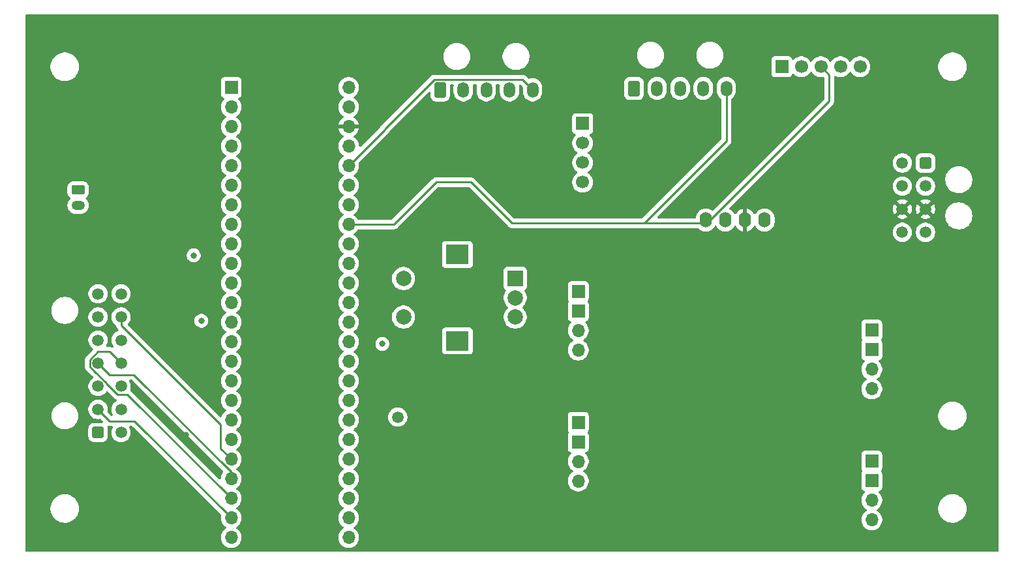
<source format=gbr>
%TF.GenerationSoftware,KiCad,Pcbnew,9.0.1*%
%TF.CreationDate,2025-06-05T12:40:08-07:00*%
%TF.ProjectId,chop_microcontroller_board,63686f70-5f6d-4696-9372-6f636f6e7472,rev?*%
%TF.SameCoordinates,Original*%
%TF.FileFunction,Copper,L2,Inr*%
%TF.FilePolarity,Positive*%
%FSLAX46Y46*%
G04 Gerber Fmt 4.6, Leading zero omitted, Abs format (unit mm)*
G04 Created by KiCad (PCBNEW 9.0.1) date 2025-06-05 12:40:08*
%MOMM*%
%LPD*%
G01*
G04 APERTURE LIST*
G04 Aperture macros list*
%AMRoundRect*
0 Rectangle with rounded corners*
0 $1 Rounding radius*
0 $2 $3 $4 $5 $6 $7 $8 $9 X,Y pos of 4 corners*
0 Add a 4 corners polygon primitive as box body*
4,1,4,$2,$3,$4,$5,$6,$7,$8,$9,$2,$3,0*
0 Add four circle primitives for the rounded corners*
1,1,$1+$1,$2,$3*
1,1,$1+$1,$4,$5*
1,1,$1+$1,$6,$7*
1,1,$1+$1,$8,$9*
0 Add four rect primitives between the rounded corners*
20,1,$1+$1,$2,$3,$4,$5,0*
20,1,$1+$1,$4,$5,$6,$7,0*
20,1,$1+$1,$6,$7,$8,$9,0*
20,1,$1+$1,$8,$9,$2,$3,0*%
G04 Aperture macros list end*
%TA.AperFunction,ComponentPad*%
%ADD10R,1.700000X1.700000*%
%TD*%
%TA.AperFunction,ComponentPad*%
%ADD11O,1.700000X1.700000*%
%TD*%
%TA.AperFunction,ComponentPad*%
%ADD12RoundRect,0.250001X-0.499999X-0.759999X0.499999X-0.759999X0.499999X0.759999X-0.499999X0.759999X0*%
%TD*%
%TA.AperFunction,ComponentPad*%
%ADD13O,1.500000X2.020000*%
%TD*%
%TA.AperFunction,ComponentPad*%
%ADD14RoundRect,0.250000X-0.625000X0.350000X-0.625000X-0.350000X0.625000X-0.350000X0.625000X0.350000X0*%
%TD*%
%TA.AperFunction,ComponentPad*%
%ADD15O,1.750000X1.200000*%
%TD*%
%TA.AperFunction,ComponentPad*%
%ADD16C,1.700000*%
%TD*%
%TA.AperFunction,ComponentPad*%
%ADD17RoundRect,0.250001X-0.499999X0.499999X-0.499999X-0.499999X0.499999X-0.499999X0.499999X0.499999X0*%
%TD*%
%TA.AperFunction,ComponentPad*%
%ADD18C,1.500000*%
%TD*%
%TA.AperFunction,ComponentPad*%
%ADD19RoundRect,0.250001X0.499999X-0.499999X0.499999X0.499999X-0.499999X0.499999X-0.499999X-0.499999X0*%
%TD*%
%TA.AperFunction,ComponentPad*%
%ADD20R,2.000000X2.000000*%
%TD*%
%TA.AperFunction,ComponentPad*%
%ADD21C,2.000000*%
%TD*%
%TA.AperFunction,ComponentPad*%
%ADD22R,3.000000X2.500000*%
%TD*%
%TA.AperFunction,ComponentPad*%
%ADD23O,1.600000X2.000000*%
%TD*%
%TA.AperFunction,ViaPad*%
%ADD24C,0.800000*%
%TD*%
%TA.AperFunction,ViaPad*%
%ADD25C,1.500000*%
%TD*%
%TA.AperFunction,Conductor*%
%ADD26C,0.250000*%
%TD*%
G04 APERTURE END LIST*
D10*
%TO.N,GNDREF*%
%TO.C,U3*%
X159430000Y-106670000D03*
X159430000Y-109210000D03*
D11*
%TO.N,+8.4V*%
X159430000Y-111750000D03*
%TO.N,unconnected-(U3-Vin-Pad4)*%
X159430000Y-114290000D03*
D10*
%TO.N,GNDREF*%
X197530000Y-111710000D03*
X197530000Y-114250000D03*
D11*
%TO.N,+12V*%
X197530000Y-116790000D03*
%TO.N,unconnected-(U3-Vout-Pad8)*%
X197530000Y-119330000D03*
%TD*%
D12*
%TO.N,+5V*%
%TO.C,J7*%
X141500000Y-80500000D03*
D13*
%TO.N,/SDA*%
X144500000Y-80500000D03*
%TO.N,/SCL*%
X147500000Y-80500000D03*
%TO.N,GNDREF*%
X150500000Y-80500000D03*
%TO.N,/PUMP_PWM_IN*%
X153500000Y-80500000D03*
%TD*%
D14*
%TO.N,+8.4V*%
%TO.C,J14*%
X94500000Y-93500000D03*
D15*
%TO.N,GNDREF*%
X94500000Y-95500000D03*
%TD*%
D12*
%TO.N,/ANALOG_FLOW*%
%TO.C,J6*%
X166650000Y-80320000D03*
D13*
%TO.N,+5V*%
X169650000Y-80320000D03*
%TO.N,GNDREF*%
X172650000Y-80320000D03*
%TO.N,/SDA*%
X175650000Y-80320000D03*
%TO.N,/SCL*%
X178650000Y-80320000D03*
%TD*%
D10*
%TO.N,GNDREF*%
%TO.C,U2*%
X159430000Y-123670000D03*
X159430000Y-126210000D03*
D11*
%TO.N,+12V*%
X159430000Y-128750000D03*
%TO.N,unconnected-(U2-Vin-Pad4)*%
X159430000Y-131290000D03*
D10*
%TO.N,GNDREF*%
X197530000Y-128710000D03*
X197530000Y-131250000D03*
D11*
%TO.N,+24V*%
X197530000Y-133790000D03*
%TO.N,unconnected-(U2-Vout-Pad8)*%
X197530000Y-136330000D03*
%TD*%
D10*
%TO.N,+5V*%
%TO.C,U4*%
X160000000Y-84880000D03*
D16*
%TO.N,GNDREF*%
X160000000Y-87420000D03*
%TO.N,+8.4V*%
X160000000Y-89960000D03*
%TO.N,unconnected-(U4-SHDN-Pad4)*%
X160000000Y-92500000D03*
%TD*%
D17*
%TO.N,+24V*%
%TO.C,J12*%
X204500000Y-90000000D03*
D18*
%TO.N,+12V*%
X204500000Y-93000000D03*
%TO.N,+3.3V*%
X204500000Y-96000000D03*
%TO.N,GNDREF*%
X204500000Y-99000000D03*
%TO.N,+24V*%
X201500000Y-90000000D03*
%TO.N,+12V*%
X201500000Y-93000000D03*
%TO.N,+3.3V*%
X201500000Y-96000000D03*
%TO.N,GNDREF*%
X201500000Y-99000000D03*
%TD*%
D10*
%TO.N,GNDREF*%
%TO.C,U1*%
X114380000Y-80200000D03*
D11*
%TO.N,/HL1_PWM_IN*%
X114380000Y-82740000D03*
%TO.N,/MISO_1*%
X114380000Y-85280000D03*
%TO.N,/HL2_PWM_IN*%
X114380000Y-87820000D03*
%TO.N,/HL3_PWM_IN*%
X114380000Y-90360000D03*
%TO.N,/HL4_PWM_IN*%
X114380000Y-92900000D03*
%TO.N,unconnected-(U1-5_IN2-Pad7)*%
X114380000Y-95440000D03*
%TO.N,unconnected-(U1-6_OUT1D-Pad8)*%
X114380000Y-97980000D03*
%TO.N,unconnected-(U1-7_RX2_OUT1A-Pad9)*%
X114380000Y-100520000D03*
%TO.N,unconnected-(U1-8_TX2_IN1-Pad10)*%
X114380000Y-103060000D03*
%TO.N,unconnected-(U1-9_OUT1C-Pad11)*%
X114380000Y-105600000D03*
%TO.N,unconnected-(U1-10_CS_MQSR-Pad12)*%
X114380000Y-108140000D03*
%TO.N,unconnected-(U1-11_MOSI_CTX1-Pad13)*%
X114380000Y-110680000D03*
%TO.N,unconnected-(U1-12_MISO_MQSL-Pad14)*%
X114380000Y-113220000D03*
%TO.N,unconnected-(U1-3V3-Pad15)*%
X114380000Y-115760000D03*
%TO.N,Net-(U1-24_A10_TX6_SCL2)*%
X114380000Y-118300000D03*
%TO.N,unconnected-(U1-25_A11_RX6_SDA2-Pad17)*%
X114380000Y-120840000D03*
%TO.N,/MOSI_1*%
X114380000Y-123380000D03*
%TO.N,/SCK_1*%
X114380000Y-125920000D03*
%TO.N,/HL1_CS*%
X114380000Y-128460000D03*
%TO.N,/HL2_CS*%
X114380000Y-131000000D03*
%TO.N,/HL3_CS*%
X114380000Y-133540000D03*
%TO.N,/HL4_CS*%
X114380000Y-136080000D03*
%TO.N,/SAFETY_CS*%
X114380000Y-138620000D03*
%TO.N,unconnected-(U1-33_MCLK2-Pad25)*%
X129620000Y-138620000D03*
%TO.N,unconnected-(U1-34_RX8-Pad26)*%
X129620000Y-136080000D03*
%TO.N,unconnected-(U1-35_TX8-Pad27)*%
X129620000Y-133540000D03*
%TO.N,unconnected-(U1-36_CS-Pad28)*%
X129620000Y-131000000D03*
%TO.N,unconnected-(U1-37_CS-Pad29)*%
X129620000Y-128460000D03*
%TO.N,unconnected-(U1-38_CS1_IN1-Pad30)*%
X129620000Y-125920000D03*
%TO.N,unconnected-(U1-39_MISO1_OUT1A-Pad31)*%
X129620000Y-123380000D03*
%TO.N,unconnected-(U1-40_A16-Pad32)*%
X129620000Y-120840000D03*
%TO.N,/ANALOG_FLOW*%
X129620000Y-118300000D03*
%TO.N,GNDREF*%
X129620000Y-115760000D03*
%TO.N,ENC_B*%
X129620000Y-113220000D03*
%TO.N,ENC_A*%
X129620000Y-110680000D03*
%TO.N,ENC_SW*%
X129620000Y-108140000D03*
%TO.N,unconnected-(U1-16_A2_RX4_SCL1-Pad38)*%
X129620000Y-105600000D03*
%TO.N,unconnected-(U1-17_A3_TX4_SDA1-Pad39)*%
X129620000Y-103060000D03*
%TO.N,/SDA*%
X129620000Y-100520000D03*
%TO.N,/SCL*%
X129620000Y-97980000D03*
%TO.N,unconnected-(U1-20_A6_TX5_LRCLK1-Pad42)*%
X129620000Y-95440000D03*
%TO.N,unconnected-(U1-21_A7_RX5_BCLK1-Pad43)*%
X129620000Y-92900000D03*
%TO.N,/PUMP_PWM_IN*%
X129620000Y-90360000D03*
%TO.N,unconnected-(U1-23_A9_CRX1_MCLK1-Pad45)*%
X129620000Y-87820000D03*
%TO.N,+3.3V*%
X129620000Y-85280000D03*
%TO.N,GNDREF*%
X129620000Y-82740000D03*
%TO.N,+5V*%
X129620000Y-80200000D03*
%TD*%
D19*
%TO.N,/SAFETY_CS*%
%TO.C,J11*%
X97085000Y-125000000D03*
D18*
%TO.N,/HL4_CS*%
X97085000Y-122000000D03*
%TO.N,/HL3_PWM_IN*%
X97085000Y-119000000D03*
%TO.N,/HL2_CS*%
X97085000Y-116000000D03*
%TO.N,/HL1_PWM_IN*%
X97085000Y-113000000D03*
%TO.N,/MOSI_1*%
X97085000Y-110000000D03*
%TO.N,/MISO_1*%
X97085000Y-107000000D03*
%TO.N,unconnected-(J11-Pin_8-Pad8)*%
X100085000Y-125000000D03*
%TO.N,unconnected-(J11-Pin_9-Pad9)*%
X100085000Y-122000000D03*
%TO.N,/HL4_PWM_IN*%
X100085000Y-119000000D03*
%TO.N,/HL3_CS*%
X100085000Y-116000000D03*
%TO.N,/HL2_PWM_IN*%
X100085000Y-113000000D03*
%TO.N,/HL1_CS*%
X100085000Y-110000000D03*
%TO.N,/SCK_1*%
X100085000Y-107000000D03*
%TD*%
D20*
%TO.N,ENC_A*%
%TO.C,J3*%
X151250000Y-105000000D03*
D21*
%TO.N,ENC_B*%
X151250000Y-110000000D03*
%TO.N,GNDREF*%
X151250000Y-107500000D03*
D22*
%TO.N,N/C*%
X143750000Y-113100000D03*
X143750000Y-101900000D03*
D21*
%TO.N,ENC_SW*%
X136750000Y-105000000D03*
%TO.N,GNDREF*%
X136750000Y-110000000D03*
%TD*%
D10*
%TO.N,+5V*%
%TO.C,J8*%
X185840000Y-77500000D03*
D16*
%TO.N,GNDREF*%
X188380000Y-77500000D03*
%TO.N,/SCL*%
X190920000Y-77500000D03*
%TO.N,/SDA*%
X193460000Y-77500000D03*
%TO.N,unconnected-(J8-Pin_5-Pad5)*%
X196000000Y-77500000D03*
%TD*%
D23*
%TO.N,GNDREF*%
%TO.C,J2*%
X183620000Y-97400000D03*
%TO.N,+3.3V*%
X181080000Y-97400000D03*
%TO.N,/SDA*%
X178540000Y-97400000D03*
%TO.N,/SCL*%
X176000000Y-97400000D03*
%TD*%
D24*
%TO.N,GNDREF*%
X110500000Y-110500000D03*
D25*
X136000000Y-123000000D03*
D24*
X109500000Y-102000000D03*
%TO.N,+3.3V*%
X107836600Y-117260900D03*
X107777800Y-112427100D03*
X103000000Y-102000000D03*
X108470700Y-125305000D03*
D25*
X146000000Y-117000000D03*
X142500000Y-95000000D03*
D24*
%TO.N,+8.4V*%
X134000000Y-113500000D03*
%TD*%
D26*
%TO.N,/SCL*%
X168000000Y-97810000D02*
X150810000Y-97810000D01*
X178650000Y-87160000D02*
X168000000Y-97810000D01*
X145500000Y-92500000D02*
X140973116Y-92500000D01*
X150810000Y-97810000D02*
X145500000Y-92500000D01*
X178650000Y-80320000D02*
X178650000Y-87160000D01*
X140973116Y-92500000D02*
X135493116Y-97980000D01*
X168000000Y-97810000D02*
X175590000Y-97810000D01*
X175590000Y-97810000D02*
X176000000Y-97400000D01*
X135493116Y-97980000D02*
X129620000Y-97980000D01*
X190920000Y-77500000D02*
X192000000Y-78580000D01*
X176600000Y-97400000D02*
X192000000Y-82000000D01*
X192000000Y-78580000D02*
X192000000Y-82000000D01*
X176000000Y-97400000D02*
X176600000Y-97400000D01*
%TO.N,/PUMP_PWM_IN*%
X152164000Y-79164000D02*
X140754486Y-79164000D01*
X153500000Y-80500000D02*
X152164000Y-79164000D01*
X134316000Y-85602486D02*
X134316000Y-85664000D01*
X140754486Y-79164000D02*
X134316000Y-85602486D01*
X134316000Y-85664000D02*
X129620000Y-90360000D01*
%TO.N,/HL4_CS*%
X101800000Y-123500000D02*
X114380000Y-136080000D01*
X97085000Y-122000000D02*
X98585000Y-123500000D01*
X98585000Y-123500000D02*
X101800000Y-123500000D01*
%TO.N,/HL2_CS*%
X114380000Y-130123116D02*
X114380000Y-131000000D01*
X98585000Y-117500000D02*
X101756884Y-117500000D01*
X101756884Y-117500000D02*
X114380000Y-130123116D01*
X97085000Y-116000000D02*
X98585000Y-117500000D01*
%TO.N,/HL3_CS*%
X100916000Y-120076000D02*
X99639306Y-120076000D01*
X98161000Y-118597694D02*
X98161000Y-118554306D01*
X114380000Y-133540000D02*
X100916000Y-120076000D01*
X98161000Y-118554306D02*
X96682694Y-117076000D01*
X98585000Y-114500000D02*
X100085000Y-116000000D01*
X96639306Y-117076000D02*
X96009000Y-116445694D01*
X96009000Y-115554306D02*
X97063306Y-114500000D01*
X96682694Y-117076000D02*
X96639306Y-117076000D01*
X97063306Y-114500000D02*
X98585000Y-114500000D01*
X99639306Y-120076000D02*
X98161000Y-118597694D01*
X96009000Y-116445694D02*
X96009000Y-115554306D01*
%TO.N,/HL1_CS*%
X113000000Y-123975660D02*
X113000000Y-127080000D01*
X113000000Y-127080000D02*
X114380000Y-128460000D01*
X100085000Y-110000000D02*
X100085000Y-111060660D01*
X100085000Y-111060660D02*
X113000000Y-123975660D01*
%TD*%
%TA.AperFunction,Conductor*%
%TO.N,+3.3V*%
G36*
X101510576Y-118145462D02*
G01*
X101541435Y-118169141D01*
X113319920Y-129947626D01*
X113358484Y-130014421D01*
X113358484Y-130091549D01*
X113335105Y-130140564D01*
X113224954Y-130292175D01*
X113224951Y-130292181D01*
X113224949Y-130292184D01*
X113128443Y-130481588D01*
X113062754Y-130683757D01*
X113029500Y-130893713D01*
X113029500Y-130893717D01*
X113029500Y-130945191D01*
X113009538Y-131019691D01*
X112955000Y-131074229D01*
X112880500Y-131094191D01*
X112806000Y-131074229D01*
X112775141Y-131050550D01*
X101314735Y-119590144D01*
X101309160Y-119585569D01*
X101264233Y-119522877D01*
X101256671Y-119446121D01*
X101261971Y-119424358D01*
X101304709Y-119292826D01*
X101335500Y-119098417D01*
X101335500Y-118901583D01*
X101304709Y-118707174D01*
X101243884Y-118519975D01*
X101154524Y-118344595D01*
X101154521Y-118344591D01*
X101153275Y-118342145D01*
X101146040Y-118308108D01*
X101137035Y-118274500D01*
X101138073Y-118270625D01*
X101137239Y-118266702D01*
X101147991Y-118233609D01*
X101156997Y-118200000D01*
X101159833Y-118197163D01*
X101161073Y-118193349D01*
X101186929Y-118170067D01*
X101211535Y-118145462D01*
X101215409Y-118144423D01*
X101218390Y-118141740D01*
X101286035Y-118125500D01*
X101436076Y-118125500D01*
X101510576Y-118145462D01*
G37*
%TD.AperFunction*%
%TA.AperFunction,Conductor*%
G36*
X213936400Y-70694462D02*
G01*
X213990938Y-70749000D01*
X214010900Y-70823500D01*
X214010900Y-140304500D01*
X213990938Y-140379000D01*
X213936400Y-140433538D01*
X213861900Y-140453500D01*
X87804900Y-140453500D01*
X87730400Y-140433538D01*
X87675862Y-140379000D01*
X87655900Y-140304500D01*
X87655900Y-134743706D01*
X90918900Y-134743706D01*
X90918900Y-134986293D01*
X90950560Y-135226781D01*
X90950561Y-135226787D01*
X90950562Y-135226789D01*
X91010427Y-135450208D01*
X91013347Y-135461103D01*
X91106178Y-135685216D01*
X91150926Y-135762721D01*
X91227464Y-135895289D01*
X91375135Y-136087738D01*
X91546662Y-136259265D01*
X91739111Y-136406936D01*
X91949188Y-136528224D01*
X92173300Y-136621054D01*
X92407611Y-136683838D01*
X92407617Y-136683838D01*
X92407618Y-136683839D01*
X92473000Y-136692446D01*
X92648112Y-136715500D01*
X92890688Y-136715500D01*
X93131189Y-136683838D01*
X93365500Y-136621054D01*
X93589612Y-136528224D01*
X93799689Y-136406936D01*
X93992138Y-136259265D01*
X94163665Y-136087738D01*
X94311336Y-135895289D01*
X94432624Y-135685212D01*
X94525454Y-135461100D01*
X94588238Y-135226789D01*
X94619900Y-134986288D01*
X94619900Y-134743712D01*
X94588238Y-134503211D01*
X94525454Y-134268900D01*
X94432624Y-134044788D01*
X94311336Y-133834711D01*
X94163665Y-133642262D01*
X93992138Y-133470735D01*
X93799689Y-133323064D01*
X93710520Y-133271582D01*
X93589616Y-133201778D01*
X93589614Y-133201777D01*
X93589612Y-133201776D01*
X93430556Y-133135893D01*
X93365503Y-133108947D01*
X93365501Y-133108946D01*
X93365500Y-133108946D01*
X93131189Y-133046162D01*
X93131187Y-133046161D01*
X93131181Y-133046160D01*
X92890693Y-133014500D01*
X92890688Y-133014500D01*
X92648112Y-133014500D01*
X92648106Y-133014500D01*
X92407618Y-133046160D01*
X92173296Y-133108947D01*
X91949183Y-133201778D01*
X91739112Y-133323063D01*
X91739111Y-133323064D01*
X91546662Y-133470735D01*
X91546660Y-133470736D01*
X91546656Y-133470740D01*
X91375140Y-133642256D01*
X91375136Y-133642260D01*
X91375135Y-133642262D01*
X91372047Y-133646287D01*
X91227463Y-133834712D01*
X91106178Y-134044783D01*
X91013347Y-134268896D01*
X90950560Y-134503218D01*
X90918900Y-134743706D01*
X87655900Y-134743706D01*
X87655900Y-122725262D01*
X91014500Y-122725262D01*
X91014500Y-122954737D01*
X91044450Y-123182229D01*
X91044450Y-123182232D01*
X91103840Y-123403883D01*
X91103840Y-123403884D01*
X91191658Y-123615892D01*
X91217246Y-123660212D01*
X91274859Y-123760001D01*
X91306391Y-123814615D01*
X91306391Y-123814616D01*
X91446081Y-123996661D01*
X91608339Y-124158919D01*
X91790388Y-124298611D01*
X91989112Y-124413344D01*
X92168062Y-124487467D01*
X92201115Y-124501159D01*
X92271362Y-124519981D01*
X92422762Y-124560548D01*
X92422766Y-124560548D01*
X92422768Y-124560549D01*
X92478324Y-124567863D01*
X92650263Y-124590499D01*
X92650264Y-124590500D01*
X92650266Y-124590500D01*
X92879736Y-124590500D01*
X92879736Y-124590499D01*
X93107230Y-124560549D01*
X93107232Y-124560549D01*
X93107233Y-124560548D01*
X93107238Y-124560548D01*
X93328883Y-124501159D01*
X93328884Y-124501159D01*
X93328885Y-124501158D01*
X93328887Y-124501158D01*
X93540888Y-124413344D01*
X93739612Y-124298611D01*
X93921661Y-124158919D01*
X94083919Y-123996661D01*
X94223611Y-123814612D01*
X94338344Y-123615888D01*
X94426158Y-123403887D01*
X94485548Y-123182238D01*
X94515500Y-122954734D01*
X94515500Y-122725266D01*
X94485548Y-122497762D01*
X94444508Y-122344598D01*
X94426159Y-122276116D01*
X94426159Y-122276115D01*
X94388563Y-122185352D01*
X94338344Y-122064112D01*
X94223611Y-121865388D01*
X94223608Y-121865384D01*
X94223608Y-121865383D01*
X94083918Y-121683338D01*
X93921661Y-121521081D01*
X93739615Y-121381391D01*
X93699814Y-121358412D01*
X93647385Y-121328142D01*
X93540892Y-121266658D01*
X93540890Y-121266657D01*
X93540888Y-121266656D01*
X93474786Y-121239275D01*
X93328884Y-121178840D01*
X93107231Y-121119450D01*
X92879737Y-121089500D01*
X92879734Y-121089500D01*
X92650266Y-121089500D01*
X92650262Y-121089500D01*
X92422770Y-121119450D01*
X92422767Y-121119450D01*
X92201116Y-121178840D01*
X92201115Y-121178840D01*
X91989107Y-121266658D01*
X91790384Y-121381391D01*
X91790383Y-121381391D01*
X91608338Y-121521081D01*
X91446081Y-121683338D01*
X91306391Y-121865383D01*
X91306391Y-121865384D01*
X91191658Y-122064107D01*
X91103840Y-122276115D01*
X91103840Y-122276116D01*
X91044450Y-122497767D01*
X91044450Y-122497770D01*
X91014500Y-122725262D01*
X87655900Y-122725262D01*
X87655900Y-115492700D01*
X95383500Y-115492700D01*
X95383500Y-115505439D01*
X95383500Y-116507301D01*
X95407536Y-116628143D01*
X95407539Y-116628152D01*
X95454686Y-116741975D01*
X95454690Y-116741984D01*
X95475026Y-116772419D01*
X95475032Y-116772426D01*
X95479902Y-116779714D01*
X95523142Y-116844427D01*
X95610267Y-116931552D01*
X95610270Y-116931554D01*
X95614424Y-116935708D01*
X96149702Y-117470986D01*
X96149709Y-117470994D01*
X96153448Y-117474733D01*
X96240573Y-117561858D01*
X96343020Y-117630311D01*
X96343021Y-117630311D01*
X96343022Y-117630312D01*
X96343701Y-117630675D01*
X96344938Y-117631592D01*
X96349107Y-117634378D01*
X96348970Y-117634582D01*
X96378828Y-117656725D01*
X96378831Y-117656727D01*
X96435387Y-117713284D01*
X96473950Y-117780079D01*
X96473950Y-117857207D01*
X96435385Y-117924002D01*
X96417608Y-117939185D01*
X96270357Y-118046169D01*
X96131174Y-118185352D01*
X96131165Y-118185363D01*
X96015477Y-118344593D01*
X96015474Y-118344598D01*
X95926121Y-118519963D01*
X95926119Y-118519969D01*
X95926116Y-118519975D01*
X95865291Y-118707174D01*
X95834500Y-118901583D01*
X95834500Y-119098417D01*
X95865291Y-119292826D01*
X95926116Y-119480025D01*
X95926119Y-119480030D01*
X95926121Y-119480036D01*
X95927336Y-119482420D01*
X96015476Y-119655405D01*
X96131172Y-119814646D01*
X96270354Y-119953828D01*
X96429595Y-120069524D01*
X96604975Y-120158884D01*
X96792174Y-120219709D01*
X96986583Y-120250500D01*
X96986588Y-120250500D01*
X97183412Y-120250500D01*
X97183417Y-120250500D01*
X97377826Y-120219709D01*
X97565025Y-120158884D01*
X97740405Y-120069524D01*
X97899646Y-119953828D01*
X98038828Y-119814646D01*
X98127559Y-119692518D01*
X98187495Y-119643984D01*
X98263674Y-119631918D01*
X98335679Y-119659558D01*
X98353458Y-119674743D01*
X99240572Y-120561857D01*
X99343020Y-120630311D01*
X99417119Y-120661004D01*
X99478305Y-120707953D01*
X99507821Y-120779210D01*
X99497755Y-120855679D01*
X99450803Y-120916869D01*
X99434451Y-120927188D01*
X99434590Y-120927415D01*
X99429593Y-120930477D01*
X99270363Y-121046165D01*
X99270352Y-121046174D01*
X99131174Y-121185352D01*
X99131165Y-121185363D01*
X99015477Y-121344593D01*
X99015474Y-121344598D01*
X98926121Y-121519963D01*
X98926114Y-121519981D01*
X98917069Y-121547818D01*
X98865291Y-121707174D01*
X98834500Y-121901583D01*
X98834500Y-122098417D01*
X98865291Y-122292826D01*
X98926116Y-122480025D01*
X98926119Y-122480030D01*
X98926121Y-122480036D01*
X98994032Y-122613319D01*
X99010068Y-122688761D01*
X98986234Y-122762114D01*
X98928916Y-122813723D01*
X98853474Y-122829759D01*
X98780121Y-122805925D01*
X98755913Y-122786322D01*
X98352609Y-122383018D01*
X98314045Y-122316223D01*
X98310802Y-122254354D01*
X98335500Y-122098417D01*
X98335500Y-121901583D01*
X98304709Y-121707174D01*
X98243884Y-121519975D01*
X98154524Y-121344595D01*
X98038828Y-121185354D01*
X97899646Y-121046172D01*
X97740405Y-120930476D01*
X97713700Y-120916869D01*
X97565036Y-120841121D01*
X97565030Y-120841119D01*
X97565025Y-120841116D01*
X97377826Y-120780291D01*
X97183417Y-120749500D01*
X96986583Y-120749500D01*
X96792174Y-120780291D01*
X96604975Y-120841116D01*
X96604972Y-120841117D01*
X96604963Y-120841121D01*
X96429598Y-120930474D01*
X96429593Y-120930477D01*
X96270363Y-121046165D01*
X96270352Y-121046174D01*
X96131174Y-121185352D01*
X96131165Y-121185363D01*
X96015477Y-121344593D01*
X96015474Y-121344598D01*
X95926121Y-121519963D01*
X95926114Y-121519981D01*
X95917069Y-121547818D01*
X95865291Y-121707174D01*
X95834500Y-121901583D01*
X95834500Y-122098417D01*
X95865291Y-122292826D01*
X95926116Y-122480025D01*
X95926119Y-122480030D01*
X95926121Y-122480036D01*
X95936400Y-122500209D01*
X96015476Y-122655405D01*
X96131172Y-122814646D01*
X96270354Y-122953828D01*
X96429595Y-123069524D01*
X96604975Y-123158884D01*
X96792174Y-123219709D01*
X96986583Y-123250500D01*
X96986588Y-123250500D01*
X97183412Y-123250500D01*
X97183417Y-123250500D01*
X97339353Y-123225802D01*
X97416056Y-123233865D01*
X97468018Y-123267609D01*
X97695550Y-123495141D01*
X97734114Y-123561936D01*
X97734114Y-123639064D01*
X97695550Y-123705859D01*
X97628755Y-123744423D01*
X97590191Y-123749500D01*
X96534992Y-123749500D01*
X96466466Y-123756500D01*
X96432201Y-123760001D01*
X96265663Y-123815187D01*
X96116344Y-123907289D01*
X95992289Y-124031344D01*
X95900187Y-124180663D01*
X95845001Y-124347201D01*
X95845001Y-124347203D01*
X95834500Y-124449992D01*
X95834500Y-125550008D01*
X95839991Y-125603756D01*
X95845001Y-125652798D01*
X95872350Y-125735332D01*
X95900186Y-125819334D01*
X95992289Y-125968655D01*
X96116345Y-126092711D01*
X96265666Y-126184814D01*
X96432203Y-126239999D01*
X96534992Y-126250500D01*
X96534996Y-126250500D01*
X97635004Y-126250500D01*
X97635008Y-126250500D01*
X97737797Y-126239999D01*
X97904334Y-126184814D01*
X98053655Y-126092711D01*
X98177711Y-125968655D01*
X98269814Y-125819334D01*
X98324999Y-125652797D01*
X98335500Y-125550008D01*
X98335500Y-124449992D01*
X98324999Y-124347203D01*
X98312851Y-124310542D01*
X98308365Y-124233545D01*
X98342979Y-124164620D01*
X98407418Y-124122237D01*
X98483354Y-124117536D01*
X98523393Y-124125500D01*
X98523394Y-124125500D01*
X98883965Y-124125500D01*
X98958465Y-124145462D01*
X99013003Y-124200000D01*
X99032965Y-124274500D01*
X99016725Y-124342145D01*
X99015478Y-124344591D01*
X99015476Y-124344595D01*
X98926116Y-124519975D01*
X98865291Y-124707174D01*
X98834500Y-124901583D01*
X98834500Y-125098417D01*
X98865291Y-125292826D01*
X98926116Y-125480025D01*
X98926119Y-125480030D01*
X98926121Y-125480036D01*
X98961771Y-125550003D01*
X99015476Y-125655405D01*
X99131172Y-125814646D01*
X99270354Y-125953828D01*
X99429595Y-126069524D01*
X99604975Y-126158884D01*
X99792174Y-126219709D01*
X99986583Y-126250500D01*
X99986588Y-126250500D01*
X100183412Y-126250500D01*
X100183417Y-126250500D01*
X100377826Y-126219709D01*
X100565025Y-126158884D01*
X100740405Y-126069524D01*
X100899646Y-125953828D01*
X101038828Y-125814646D01*
X101154524Y-125655405D01*
X101243884Y-125480025D01*
X101304709Y-125292826D01*
X101335500Y-125098417D01*
X101335500Y-124901583D01*
X101304709Y-124707174D01*
X101243884Y-124519975D01*
X101154524Y-124344595D01*
X101154521Y-124344591D01*
X101153275Y-124342145D01*
X101146040Y-124308108D01*
X101137035Y-124274500D01*
X101138073Y-124270625D01*
X101137239Y-124266702D01*
X101147991Y-124233609D01*
X101156997Y-124200000D01*
X101159833Y-124197163D01*
X101161073Y-124193349D01*
X101186929Y-124170067D01*
X101211535Y-124145462D01*
X101215409Y-124144423D01*
X101218390Y-124141740D01*
X101286035Y-124125500D01*
X101479192Y-124125500D01*
X101553692Y-124145462D01*
X101584551Y-124169141D01*
X113026738Y-135611329D01*
X113065302Y-135678124D01*
X113065302Y-135755252D01*
X113063090Y-135762721D01*
X113062754Y-135763752D01*
X113055179Y-135811582D01*
X113029500Y-135973713D01*
X113029500Y-136186287D01*
X113062754Y-136396243D01*
X113128443Y-136598412D01*
X113224949Y-136787816D01*
X113349896Y-136959792D01*
X113500208Y-137110104D01*
X113578844Y-137167236D01*
X113664482Y-137229456D01*
X113713020Y-137289396D01*
X113725086Y-137365575D01*
X113697446Y-137437580D01*
X113664482Y-137470544D01*
X113500209Y-137589895D01*
X113500206Y-137589897D01*
X113349897Y-137740206D01*
X113349895Y-137740209D01*
X113224950Y-137912181D01*
X113224950Y-137912182D01*
X113224949Y-137912184D01*
X113128443Y-138101588D01*
X113062754Y-138303757D01*
X113029500Y-138513713D01*
X113029500Y-138726287D01*
X113062754Y-138936243D01*
X113128443Y-139138412D01*
X113224949Y-139327816D01*
X113349896Y-139499792D01*
X113500208Y-139650104D01*
X113672184Y-139775051D01*
X113861588Y-139871557D01*
X114063757Y-139937246D01*
X114273713Y-139970500D01*
X114273718Y-139970500D01*
X114486282Y-139970500D01*
X114486287Y-139970500D01*
X114696243Y-139937246D01*
X114898412Y-139871557D01*
X115087816Y-139775051D01*
X115259792Y-139650104D01*
X115410104Y-139499792D01*
X115535051Y-139327816D01*
X115631557Y-139138412D01*
X115697246Y-138936243D01*
X115730500Y-138726287D01*
X115730500Y-138513713D01*
X115697246Y-138303757D01*
X115631557Y-138101588D01*
X115535051Y-137912184D01*
X115410104Y-137740208D01*
X115259792Y-137589896D01*
X115095517Y-137470544D01*
X115046979Y-137410604D01*
X115034913Y-137334426D01*
X115062553Y-137262420D01*
X115095517Y-137229456D01*
X115122585Y-137209790D01*
X115259792Y-137110104D01*
X115410104Y-136959792D01*
X115535051Y-136787816D01*
X115631557Y-136598412D01*
X115697246Y-136396243D01*
X115730500Y-136186287D01*
X115730500Y-135973713D01*
X115697246Y-135763757D01*
X115631557Y-135561588D01*
X115535051Y-135372184D01*
X115410104Y-135200208D01*
X115259792Y-135049896D01*
X115095517Y-134930544D01*
X115046979Y-134870604D01*
X115034913Y-134794426D01*
X115062553Y-134722420D01*
X115095517Y-134689456D01*
X115122589Y-134669787D01*
X115259792Y-134570104D01*
X115410104Y-134419792D01*
X115535051Y-134247816D01*
X115631557Y-134058412D01*
X115697246Y-133856243D01*
X115730500Y-133646287D01*
X115730500Y-133433713D01*
X115697246Y-133223757D01*
X115631557Y-133021588D01*
X115535051Y-132832184D01*
X115410104Y-132660208D01*
X115259792Y-132509896D01*
X115095517Y-132390544D01*
X115046979Y-132330604D01*
X115034913Y-132254426D01*
X115062553Y-132182420D01*
X115095517Y-132149456D01*
X115102519Y-132144368D01*
X115259792Y-132030104D01*
X115410104Y-131879792D01*
X115535051Y-131707816D01*
X115631557Y-131518412D01*
X115697246Y-131316243D01*
X115730500Y-131106287D01*
X115730500Y-130893713D01*
X115697246Y-130683757D01*
X115631557Y-130481588D01*
X115535051Y-130292184D01*
X115535044Y-130292175D01*
X115510283Y-130258093D01*
X115410104Y-130120208D01*
X115259792Y-129969896D01*
X115095517Y-129850544D01*
X115046979Y-129790604D01*
X115034913Y-129714426D01*
X115062553Y-129642420D01*
X115095517Y-129609456D01*
X115102519Y-129604368D01*
X115259792Y-129490104D01*
X115410104Y-129339792D01*
X115535051Y-129167816D01*
X115631557Y-128978412D01*
X115697246Y-128776243D01*
X115730500Y-128566287D01*
X115730500Y-128353713D01*
X115697246Y-128143757D01*
X115631557Y-127941588D01*
X115535051Y-127752184D01*
X115410104Y-127580208D01*
X115259792Y-127429896D01*
X115095517Y-127310544D01*
X115046979Y-127250604D01*
X115034913Y-127174426D01*
X115062553Y-127102420D01*
X115095517Y-127069456D01*
X115102519Y-127064368D01*
X115259792Y-126950104D01*
X115410104Y-126799792D01*
X115535051Y-126627816D01*
X115631557Y-126438412D01*
X115697246Y-126236243D01*
X115730500Y-126026287D01*
X115730500Y-125813713D01*
X115697246Y-125603757D01*
X115631557Y-125401588D01*
X115535051Y-125212184D01*
X115410104Y-125040208D01*
X115259792Y-124889896D01*
X115095517Y-124770544D01*
X115046979Y-124710604D01*
X115034913Y-124634426D01*
X115062553Y-124562420D01*
X115095517Y-124529456D01*
X115131622Y-124503224D01*
X115259792Y-124410104D01*
X115410104Y-124259792D01*
X115535051Y-124087816D01*
X115631557Y-123898412D01*
X115697246Y-123696243D01*
X115730500Y-123486287D01*
X115730500Y-123273713D01*
X115697246Y-123063757D01*
X115631557Y-122861588D01*
X115535051Y-122672184D01*
X115524640Y-122657855D01*
X115466380Y-122577666D01*
X115410104Y-122500208D01*
X115259792Y-122349896D01*
X115113900Y-122243900D01*
X115095517Y-122230544D01*
X115046979Y-122170604D01*
X115034913Y-122094426D01*
X115062553Y-122022420D01*
X115095517Y-121989456D01*
X115102519Y-121984368D01*
X115259792Y-121870104D01*
X115410104Y-121719792D01*
X115535051Y-121547816D01*
X115631557Y-121358412D01*
X115697246Y-121156243D01*
X115730500Y-120946287D01*
X115730500Y-120733713D01*
X115697246Y-120523757D01*
X115631557Y-120321588D01*
X115535051Y-120132184D01*
X115410104Y-119960208D01*
X115259792Y-119809896D01*
X115095517Y-119690544D01*
X115046979Y-119630604D01*
X115034913Y-119554426D01*
X115062553Y-119482420D01*
X115095517Y-119449456D01*
X115102519Y-119444368D01*
X115259792Y-119330104D01*
X115410104Y-119179792D01*
X115535051Y-119007816D01*
X115631557Y-118818412D01*
X115697246Y-118616243D01*
X115730500Y-118406287D01*
X115730500Y-118193713D01*
X115697246Y-117983757D01*
X115631557Y-117781588D01*
X115535051Y-117592184D01*
X115410104Y-117420208D01*
X115259792Y-117269896D01*
X115095517Y-117150544D01*
X115046979Y-117090604D01*
X115034913Y-117014426D01*
X115062553Y-116942420D01*
X115095517Y-116909456D01*
X115110547Y-116898536D01*
X115259792Y-116790104D01*
X115410104Y-116639792D01*
X115535051Y-116467816D01*
X115631557Y-116278412D01*
X115697246Y-116076243D01*
X115730500Y-115866287D01*
X115730500Y-115653713D01*
X115697246Y-115443757D01*
X115631557Y-115241588D01*
X115535051Y-115052184D01*
X115410104Y-114880208D01*
X115259792Y-114729896D01*
X115095517Y-114610544D01*
X115046979Y-114550604D01*
X115034913Y-114474426D01*
X115062553Y-114402420D01*
X115095517Y-114369456D01*
X115102519Y-114364368D01*
X115259792Y-114250104D01*
X115410104Y-114099792D01*
X115535051Y-113927816D01*
X115631557Y-113738412D01*
X115697246Y-113536243D01*
X115730500Y-113326287D01*
X115730500Y-113113713D01*
X115697246Y-112903757D01*
X115631557Y-112701588D01*
X115535051Y-112512184D01*
X115410104Y-112340208D01*
X115259792Y-112189896D01*
X115095517Y-112070544D01*
X115046979Y-112010604D01*
X115034913Y-111934426D01*
X115062553Y-111862420D01*
X115095517Y-111829456D01*
X115133154Y-111802111D01*
X115259792Y-111710104D01*
X115410104Y-111559792D01*
X115535051Y-111387816D01*
X115631557Y-111198412D01*
X115697246Y-110996243D01*
X115730500Y-110786287D01*
X115730500Y-110573713D01*
X115697246Y-110363757D01*
X115631557Y-110161588D01*
X115535051Y-109972184D01*
X115410104Y-109800208D01*
X115259792Y-109649896D01*
X115095517Y-109530544D01*
X115046979Y-109470604D01*
X115034913Y-109394426D01*
X115062553Y-109322420D01*
X115095517Y-109289456D01*
X115102519Y-109284368D01*
X115259792Y-109170104D01*
X115410104Y-109019792D01*
X115535051Y-108847816D01*
X115631557Y-108658412D01*
X115697246Y-108456243D01*
X115730500Y-108246287D01*
X115730500Y-108033713D01*
X115697246Y-107823757D01*
X115631557Y-107621588D01*
X115535051Y-107432184D01*
X115410104Y-107260208D01*
X115259792Y-107109896D01*
X115095517Y-106990544D01*
X115046979Y-106930604D01*
X115034913Y-106854426D01*
X115062553Y-106782420D01*
X115095517Y-106749456D01*
X115144910Y-106713570D01*
X115259792Y-106630104D01*
X115410104Y-106479792D01*
X115535051Y-106307816D01*
X115631557Y-106118412D01*
X115697246Y-105916243D01*
X115730500Y-105706287D01*
X115730500Y-105493713D01*
X115697246Y-105283757D01*
X115631557Y-105081588D01*
X115535051Y-104892184D01*
X115410104Y-104720208D01*
X115259792Y-104569896D01*
X115095517Y-104450544D01*
X115046979Y-104390604D01*
X115034913Y-104314426D01*
X115062553Y-104242420D01*
X115095517Y-104209456D01*
X115102519Y-104204368D01*
X115259792Y-104090104D01*
X115410104Y-103939792D01*
X115535051Y-103767816D01*
X115631557Y-103578412D01*
X115697246Y-103376243D01*
X115730500Y-103166287D01*
X115730500Y-102953713D01*
X115697246Y-102743757D01*
X115631557Y-102541588D01*
X115535051Y-102352184D01*
X115410104Y-102180208D01*
X115259792Y-102029896D01*
X115096570Y-101911309D01*
X115095517Y-101910544D01*
X115046979Y-101850604D01*
X115034913Y-101774426D01*
X115062553Y-101702420D01*
X115095517Y-101669456D01*
X115102519Y-101664368D01*
X115259792Y-101550104D01*
X115410104Y-101399792D01*
X115535051Y-101227816D01*
X115631557Y-101038412D01*
X115697246Y-100836243D01*
X115730500Y-100626287D01*
X115730500Y-100413713D01*
X115697246Y-100203757D01*
X115631557Y-100001588D01*
X115535051Y-99812184D01*
X115410104Y-99640208D01*
X115259792Y-99489896D01*
X115095517Y-99370544D01*
X115046979Y-99310604D01*
X115034913Y-99234426D01*
X115062553Y-99162420D01*
X115095517Y-99129456D01*
X115102519Y-99124368D01*
X115259792Y-99010104D01*
X115410104Y-98859792D01*
X115535051Y-98687816D01*
X115631557Y-98498412D01*
X115697246Y-98296243D01*
X115730500Y-98086287D01*
X115730500Y-97873713D01*
X115697246Y-97663757D01*
X115631557Y-97461588D01*
X115535051Y-97272184D01*
X115518933Y-97250000D01*
X115487697Y-97207007D01*
X115410104Y-97100208D01*
X115259792Y-96949896D01*
X115095517Y-96830544D01*
X115046979Y-96770604D01*
X115034913Y-96694426D01*
X115062553Y-96622420D01*
X115095517Y-96589456D01*
X115106582Y-96581417D01*
X115259792Y-96470104D01*
X115410104Y-96319792D01*
X115535051Y-96147816D01*
X115631557Y-95958412D01*
X115697246Y-95756243D01*
X115730500Y-95546287D01*
X115730500Y-95333713D01*
X115697246Y-95123757D01*
X115631557Y-94921588D01*
X115535051Y-94732184D01*
X115410104Y-94560208D01*
X115259792Y-94409896D01*
X115095517Y-94290544D01*
X115046979Y-94230604D01*
X115034913Y-94154426D01*
X115062553Y-94082420D01*
X115095517Y-94049456D01*
X115102519Y-94044368D01*
X115259792Y-93930104D01*
X115410104Y-93779792D01*
X115535051Y-93607816D01*
X115631557Y-93418412D01*
X115697246Y-93216243D01*
X115730500Y-93006287D01*
X115730500Y-92793713D01*
X115697246Y-92583757D01*
X115631557Y-92381588D01*
X115535051Y-92192184D01*
X115528928Y-92183757D01*
X115510283Y-92158093D01*
X115410104Y-92020208D01*
X115259792Y-91869896D01*
X115095517Y-91750544D01*
X115046979Y-91690604D01*
X115034913Y-91614426D01*
X115062553Y-91542420D01*
X115095517Y-91509456D01*
X115102519Y-91504368D01*
X115259792Y-91390104D01*
X115410104Y-91239792D01*
X115535051Y-91067816D01*
X115631557Y-90878412D01*
X115697246Y-90676243D01*
X115730500Y-90466287D01*
X115730500Y-90253713D01*
X115697246Y-90043757D01*
X115631557Y-89841588D01*
X115535051Y-89652184D01*
X115528928Y-89643757D01*
X115510283Y-89618093D01*
X115410104Y-89480208D01*
X115259792Y-89329896D01*
X115095517Y-89210544D01*
X115046979Y-89150604D01*
X115034913Y-89074426D01*
X115062553Y-89002420D01*
X115095517Y-88969456D01*
X115149167Y-88930477D01*
X115259792Y-88850104D01*
X115410104Y-88699792D01*
X115535051Y-88527816D01*
X115631557Y-88338412D01*
X115697246Y-88136243D01*
X115730500Y-87926287D01*
X115730500Y-87713713D01*
X115697246Y-87503757D01*
X115631557Y-87301588D01*
X115535051Y-87112184D01*
X115528928Y-87103757D01*
X115510283Y-87078093D01*
X115410104Y-86940208D01*
X115259792Y-86789896D01*
X115095517Y-86670544D01*
X115046979Y-86610604D01*
X115034913Y-86534426D01*
X115062553Y-86462420D01*
X115095517Y-86429456D01*
X115134835Y-86400890D01*
X115259792Y-86310104D01*
X115410104Y-86159792D01*
X115535051Y-85987816D01*
X115631557Y-85798412D01*
X115697246Y-85596243D01*
X115730500Y-85386287D01*
X115730500Y-85173713D01*
X115697246Y-84963757D01*
X115631557Y-84761588D01*
X115535051Y-84572184D01*
X115410104Y-84400208D01*
X115259792Y-84249896D01*
X115095517Y-84130544D01*
X115046979Y-84070604D01*
X115034913Y-83994426D01*
X115062553Y-83922420D01*
X115095517Y-83889456D01*
X115118474Y-83872777D01*
X115259792Y-83770104D01*
X115410104Y-83619792D01*
X115535051Y-83447816D01*
X115631557Y-83258412D01*
X115697246Y-83056243D01*
X115730500Y-82846287D01*
X115730500Y-82633713D01*
X115697246Y-82423757D01*
X115631557Y-82221588D01*
X115535051Y-82032184D01*
X115410104Y-81860208D01*
X115324075Y-81774179D01*
X115285512Y-81707385D01*
X115285512Y-81630257D01*
X115324076Y-81563462D01*
X115377366Y-81529215D01*
X115408278Y-81517685D01*
X115472327Y-81493798D01*
X115472333Y-81493795D01*
X115577046Y-81415406D01*
X115587546Y-81407546D01*
X115673796Y-81292331D01*
X115724091Y-81157483D01*
X115727046Y-81130003D01*
X115730499Y-81097885D01*
X115730499Y-81097882D01*
X115730500Y-81097873D01*
X115730499Y-80093713D01*
X128269500Y-80093713D01*
X128269500Y-80306287D01*
X128302754Y-80516243D01*
X128368443Y-80718412D01*
X128464949Y-80907816D01*
X128589896Y-81079792D01*
X128740208Y-81230104D01*
X128818844Y-81287236D01*
X128904482Y-81349456D01*
X128953020Y-81409396D01*
X128965086Y-81485575D01*
X128937446Y-81557580D01*
X128904482Y-81590544D01*
X128740209Y-81709895D01*
X128740206Y-81709897D01*
X128589897Y-81860206D01*
X128589895Y-81860209D01*
X128464950Y-82032181D01*
X128464950Y-82032182D01*
X128464949Y-82032184D01*
X128368443Y-82221588D01*
X128302754Y-82423757D01*
X128269500Y-82633713D01*
X128269500Y-82846287D01*
X128302754Y-83056243D01*
X128368443Y-83258412D01*
X128464949Y-83447816D01*
X128589896Y-83619792D01*
X128740208Y-83770104D01*
X128764386Y-83787670D01*
X128904908Y-83889765D01*
X128953446Y-83949705D01*
X128965512Y-84025883D01*
X128937872Y-84097889D01*
X128904908Y-84130852D01*
X128740543Y-84250270D01*
X128740532Y-84250279D01*
X128590279Y-84400532D01*
X128590277Y-84400535D01*
X128465378Y-84572443D01*
X128465378Y-84572444D01*
X128368906Y-84761777D01*
X128303244Y-84963863D01*
X128303242Y-84963871D01*
X128292769Y-85030000D01*
X129186988Y-85030000D01*
X129154075Y-85087007D01*
X129120000Y-85214174D01*
X129120000Y-85345826D01*
X129154075Y-85472993D01*
X129186988Y-85530000D01*
X128292769Y-85530000D01*
X128303242Y-85596128D01*
X128303244Y-85596136D01*
X128368906Y-85798222D01*
X128465378Y-85987555D01*
X128465378Y-85987556D01*
X128590277Y-86159464D01*
X128590279Y-86159467D01*
X128740532Y-86309720D01*
X128740535Y-86309722D01*
X128904908Y-86429146D01*
X128953446Y-86489086D01*
X128965512Y-86565264D01*
X128937872Y-86637270D01*
X128904908Y-86670233D01*
X128740217Y-86789888D01*
X128740206Y-86789897D01*
X128589897Y-86940206D01*
X128589895Y-86940209D01*
X128464950Y-87112181D01*
X128464950Y-87112182D01*
X128368446Y-87301582D01*
X128368441Y-87301594D01*
X128302754Y-87503756D01*
X128296103Y-87545748D01*
X128269500Y-87713713D01*
X128269500Y-87926287D01*
X128302754Y-88136243D01*
X128368443Y-88338412D01*
X128464949Y-88527816D01*
X128589896Y-88699792D01*
X128740208Y-88850104D01*
X128818844Y-88907236D01*
X128904482Y-88969456D01*
X128953020Y-89029396D01*
X128965086Y-89105575D01*
X128937446Y-89177580D01*
X128904482Y-89210544D01*
X128740209Y-89329895D01*
X128740206Y-89329897D01*
X128589897Y-89480206D01*
X128589895Y-89480209D01*
X128464950Y-89652181D01*
X128464950Y-89652182D01*
X128368446Y-89841582D01*
X128368441Y-89841594D01*
X128302754Y-90043756D01*
X128296103Y-90085748D01*
X128269500Y-90253713D01*
X128269500Y-90466287D01*
X128302754Y-90676243D01*
X128368443Y-90878412D01*
X128432096Y-91003339D01*
X128464950Y-91067817D01*
X128464950Y-91067818D01*
X128483035Y-91092710D01*
X128589896Y-91239792D01*
X128740208Y-91390104D01*
X128818844Y-91447236D01*
X128904482Y-91509456D01*
X128953020Y-91569396D01*
X128965086Y-91645575D01*
X128937446Y-91717580D01*
X128904482Y-91750544D01*
X128740209Y-91869895D01*
X128740206Y-91869897D01*
X128589897Y-92020206D01*
X128589895Y-92020209D01*
X128464950Y-92192181D01*
X128464950Y-92192182D01*
X128368446Y-92381582D01*
X128368441Y-92381594D01*
X128302754Y-92583756D01*
X128296103Y-92625748D01*
X128269500Y-92793713D01*
X128269500Y-93006287D01*
X128302754Y-93216243D01*
X128368443Y-93418412D01*
X128399836Y-93480025D01*
X128464950Y-93607817D01*
X128464950Y-93607818D01*
X128499267Y-93655051D01*
X128589896Y-93779792D01*
X128740208Y-93930104D01*
X128772862Y-93953828D01*
X128904482Y-94049456D01*
X128953020Y-94109396D01*
X128965086Y-94185575D01*
X128937446Y-94257580D01*
X128904482Y-94290544D01*
X128740209Y-94409895D01*
X128740206Y-94409897D01*
X128589897Y-94560206D01*
X128589895Y-94560209D01*
X128464950Y-94732181D01*
X128464950Y-94732182D01*
X128464949Y-94732184D01*
X128368443Y-94921588D01*
X128302754Y-95123757D01*
X128269500Y-95333713D01*
X128269500Y-95546287D01*
X128302754Y-95756243D01*
X128368443Y-95958412D01*
X128462680Y-96143363D01*
X128464950Y-96147817D01*
X128464950Y-96147818D01*
X128515161Y-96216928D01*
X128589896Y-96319792D01*
X128740208Y-96470104D01*
X128807022Y-96518647D01*
X128904482Y-96589456D01*
X128953020Y-96649396D01*
X128965086Y-96725575D01*
X128937446Y-96797580D01*
X128904482Y-96830544D01*
X128740209Y-96949895D01*
X128740206Y-96949897D01*
X128589897Y-97100206D01*
X128589895Y-97100209D01*
X128464950Y-97272181D01*
X128464950Y-97272182D01*
X128368446Y-97461582D01*
X128368441Y-97461594D01*
X128325747Y-97592993D01*
X128302754Y-97663757D01*
X128269500Y-97873713D01*
X128269500Y-98086287D01*
X128302754Y-98296243D01*
X128368443Y-98498412D01*
X128464462Y-98686861D01*
X128464950Y-98687817D01*
X128464950Y-98687818D01*
X128482728Y-98712287D01*
X128589896Y-98859792D01*
X128740208Y-99010104D01*
X128818844Y-99067236D01*
X128904482Y-99129456D01*
X128953020Y-99189396D01*
X128965086Y-99265575D01*
X128937446Y-99337580D01*
X128904482Y-99370544D01*
X128740209Y-99489895D01*
X128740206Y-99489897D01*
X128589897Y-99640206D01*
X128589895Y-99640209D01*
X128464950Y-99812181D01*
X128464950Y-99812182D01*
X128368446Y-100001582D01*
X128368441Y-100001594D01*
X128302754Y-100203756D01*
X128300227Y-100219709D01*
X128269500Y-100413713D01*
X128269500Y-100626287D01*
X128302754Y-100836243D01*
X128368443Y-101038412D01*
X128451788Y-101201987D01*
X128464950Y-101227817D01*
X128464950Y-101227818D01*
X128527422Y-101313804D01*
X128589896Y-101399792D01*
X128740208Y-101550104D01*
X128818844Y-101607236D01*
X128904482Y-101669456D01*
X128953020Y-101729396D01*
X128965086Y-101805575D01*
X128937446Y-101877580D01*
X128904482Y-101910544D01*
X128740209Y-102029895D01*
X128740206Y-102029897D01*
X128589897Y-102180206D01*
X128589895Y-102180209D01*
X128464950Y-102352181D01*
X128464950Y-102352182D01*
X128368446Y-102541582D01*
X128368441Y-102541594D01*
X128317146Y-102699464D01*
X128302754Y-102743757D01*
X128269500Y-102953713D01*
X128269500Y-103166287D01*
X128302754Y-103376243D01*
X128368443Y-103578412D01*
X128464949Y-103767816D01*
X128589896Y-103939792D01*
X128740208Y-104090104D01*
X128818844Y-104147236D01*
X128904482Y-104209456D01*
X128953020Y-104269396D01*
X128965086Y-104345575D01*
X128937446Y-104417580D01*
X128904482Y-104450544D01*
X128740209Y-104569895D01*
X128740206Y-104569897D01*
X128589897Y-104720206D01*
X128589895Y-104720209D01*
X128464950Y-104892181D01*
X128464950Y-104892182D01*
X128368446Y-105081582D01*
X128368441Y-105081594D01*
X128302754Y-105283756D01*
X128296103Y-105325748D01*
X128269500Y-105493713D01*
X128269500Y-105706287D01*
X128302754Y-105916243D01*
X128368443Y-106118412D01*
X128464949Y-106307816D01*
X128589896Y-106479792D01*
X128740208Y-106630104D01*
X128750775Y-106637781D01*
X128904482Y-106749456D01*
X128953020Y-106809396D01*
X128965086Y-106885575D01*
X128937446Y-106957580D01*
X128904482Y-106990544D01*
X128740209Y-107109895D01*
X128740206Y-107109897D01*
X128589897Y-107260206D01*
X128589895Y-107260209D01*
X128464950Y-107432181D01*
X128464950Y-107432182D01*
X128368446Y-107621582D01*
X128368441Y-107621594D01*
X128302754Y-107823756D01*
X128298381Y-107851367D01*
X128269500Y-108033713D01*
X128269500Y-108246287D01*
X128302754Y-108456243D01*
X128368443Y-108658412D01*
X128461535Y-108841116D01*
X128464950Y-108847817D01*
X128464950Y-108847818D01*
X128525003Y-108930474D01*
X128589896Y-109019792D01*
X128740208Y-109170104D01*
X128800030Y-109213567D01*
X128904482Y-109289456D01*
X128953020Y-109349396D01*
X128965086Y-109425575D01*
X128937446Y-109497580D01*
X128904482Y-109530544D01*
X128740209Y-109649895D01*
X128740206Y-109649897D01*
X128589897Y-109800206D01*
X128589895Y-109800209D01*
X128464950Y-109972181D01*
X128464950Y-109972182D01*
X128368446Y-110161582D01*
X128368441Y-110161594D01*
X128304137Y-110359502D01*
X128302754Y-110363757D01*
X128269500Y-110573713D01*
X128269500Y-110786287D01*
X128302754Y-110996243D01*
X128368443Y-111198412D01*
X128453779Y-111365894D01*
X128464950Y-111387817D01*
X128464950Y-111387818D01*
X128516958Y-111459401D01*
X128589896Y-111559792D01*
X128740208Y-111710104D01*
X128812749Y-111762808D01*
X128904482Y-111829456D01*
X128953020Y-111889396D01*
X128965086Y-111965575D01*
X128937446Y-112037580D01*
X128904482Y-112070544D01*
X128740209Y-112189895D01*
X128740206Y-112189897D01*
X128589897Y-112340206D01*
X128589895Y-112340209D01*
X128464950Y-112512181D01*
X128464950Y-112512182D01*
X128368446Y-112701582D01*
X128368441Y-112701594D01*
X128302754Y-112903756D01*
X128299236Y-112925968D01*
X128269500Y-113113713D01*
X128269500Y-113326287D01*
X128302754Y-113536243D01*
X128368443Y-113738412D01*
X128464302Y-113926547D01*
X128464950Y-113927817D01*
X128464950Y-113927818D01*
X128496808Y-113971667D01*
X128589896Y-114099792D01*
X128740208Y-114250104D01*
X128806148Y-114298012D01*
X128904482Y-114369456D01*
X128953020Y-114429396D01*
X128965086Y-114505575D01*
X128937446Y-114577580D01*
X128904482Y-114610544D01*
X128740209Y-114729895D01*
X128740206Y-114729897D01*
X128589897Y-114880206D01*
X128589895Y-114880209D01*
X128464950Y-115052181D01*
X128464950Y-115052182D01*
X128368446Y-115241582D01*
X128368441Y-115241594D01*
X128345813Y-115311237D01*
X128302754Y-115443757D01*
X128269500Y-115653713D01*
X128269500Y-115866287D01*
X128302754Y-116076243D01*
X128368443Y-116278412D01*
X128421742Y-116383018D01*
X128464950Y-116467817D01*
X128464950Y-116467818D01*
X128469265Y-116473757D01*
X128589896Y-116639792D01*
X128740208Y-116790104D01*
X128794789Y-116829759D01*
X128904482Y-116909456D01*
X128953020Y-116969396D01*
X128965086Y-117045575D01*
X128937446Y-117117580D01*
X128904482Y-117150544D01*
X128740209Y-117269895D01*
X128740206Y-117269897D01*
X128589897Y-117420206D01*
X128589895Y-117420209D01*
X128464950Y-117592181D01*
X128464950Y-117592182D01*
X128368446Y-117781582D01*
X128368441Y-117781594D01*
X128306438Y-117972420D01*
X128302754Y-117983757D01*
X128269500Y-118193713D01*
X128269500Y-118406287D01*
X128302754Y-118616243D01*
X128368443Y-118818412D01*
X128368446Y-118818417D01*
X128464950Y-119007817D01*
X128464950Y-119007818D01*
X128469265Y-119013757D01*
X128589896Y-119179792D01*
X128740208Y-119330104D01*
X128818844Y-119387236D01*
X128904482Y-119449456D01*
X128953020Y-119509396D01*
X128965086Y-119585575D01*
X128937446Y-119657580D01*
X128904482Y-119690544D01*
X128740209Y-119809895D01*
X128740206Y-119809897D01*
X128589897Y-119960206D01*
X128589895Y-119960209D01*
X128464950Y-120132181D01*
X128464950Y-120132182D01*
X128368446Y-120321582D01*
X128368441Y-120321594D01*
X128302754Y-120523756D01*
X128296719Y-120561859D01*
X128269500Y-120733713D01*
X128269500Y-120946287D01*
X128302754Y-121156243D01*
X128368443Y-121358412D01*
X128450766Y-121519981D01*
X128464950Y-121547817D01*
X128464950Y-121547818D01*
X128482859Y-121572467D01*
X128589896Y-121719792D01*
X128740208Y-121870104D01*
X128818844Y-121927236D01*
X128904482Y-121989456D01*
X128953020Y-122049396D01*
X128965086Y-122125575D01*
X128937446Y-122197580D01*
X128904482Y-122230544D01*
X128740209Y-122349895D01*
X128740206Y-122349897D01*
X128589897Y-122500206D01*
X128589895Y-122500209D01*
X128464950Y-122672181D01*
X128464950Y-122672182D01*
X128368446Y-122861582D01*
X128368441Y-122861594D01*
X128302754Y-123063756D01*
X128301840Y-123069525D01*
X128269500Y-123273713D01*
X128269500Y-123486287D01*
X128302754Y-123696243D01*
X128368443Y-123898412D01*
X128455629Y-124069525D01*
X128464950Y-124087817D01*
X128464950Y-124087818D01*
X128516583Y-124158885D01*
X128589896Y-124259792D01*
X128740208Y-124410104D01*
X128744668Y-124413344D01*
X128904482Y-124529456D01*
X128953020Y-124589396D01*
X128965086Y-124665575D01*
X128937446Y-124737580D01*
X128904482Y-124770544D01*
X128740209Y-124889895D01*
X128740206Y-124889897D01*
X128589897Y-125040206D01*
X128589895Y-125040209D01*
X128464950Y-125212181D01*
X128464950Y-125212182D01*
X128368446Y-125401582D01*
X128368441Y-125401594D01*
X128342954Y-125480036D01*
X128302754Y-125603757D01*
X128269500Y-125813713D01*
X128269500Y-126026287D01*
X128302754Y-126236243D01*
X128368443Y-126438412D01*
X128464949Y-126627816D01*
X128589896Y-126799792D01*
X128740208Y-126950104D01*
X128818844Y-127007236D01*
X128904482Y-127069456D01*
X128953020Y-127129396D01*
X128965086Y-127205575D01*
X128937446Y-127277580D01*
X128904482Y-127310544D01*
X128740209Y-127429895D01*
X128740206Y-127429897D01*
X128589897Y-127580206D01*
X128589895Y-127580209D01*
X128464950Y-127752181D01*
X128464950Y-127752182D01*
X128464949Y-127752184D01*
X128368443Y-127941588D01*
X128302754Y-128143757D01*
X128269500Y-128353713D01*
X128269500Y-128566287D01*
X128302754Y-128776243D01*
X128368443Y-128978412D01*
X128464949Y-129167816D01*
X128589896Y-129339792D01*
X128740208Y-129490104D01*
X128818844Y-129547236D01*
X128904482Y-129609456D01*
X128953020Y-129669396D01*
X128965086Y-129745575D01*
X128937446Y-129817580D01*
X128904482Y-129850544D01*
X128740209Y-129969895D01*
X128740206Y-129969897D01*
X128589897Y-130120206D01*
X128589895Y-130120209D01*
X128464950Y-130292181D01*
X128464950Y-130292182D01*
X128464949Y-130292184D01*
X128368443Y-130481588D01*
X128302754Y-130683757D01*
X128269500Y-130893713D01*
X128269500Y-131106287D01*
X128302754Y-131316243D01*
X128368443Y-131518412D01*
X128464949Y-131707816D01*
X128589896Y-131879792D01*
X128740208Y-132030104D01*
X128818844Y-132087236D01*
X128904482Y-132149456D01*
X128953020Y-132209396D01*
X128965086Y-132285575D01*
X128937446Y-132357580D01*
X128904482Y-132390544D01*
X128740209Y-132509895D01*
X128740206Y-132509897D01*
X128589897Y-132660206D01*
X128589895Y-132660209D01*
X128464950Y-132832181D01*
X128464950Y-132832182D01*
X128368446Y-133021582D01*
X128368441Y-133021594D01*
X128302756Y-133223752D01*
X128302754Y-133223757D01*
X128269500Y-133433713D01*
X128269500Y-133646287D01*
X128302754Y-133856243D01*
X128368443Y-134058412D01*
X128464949Y-134247816D01*
X128589896Y-134419792D01*
X128740208Y-134570104D01*
X128818844Y-134627236D01*
X128904482Y-134689456D01*
X128953020Y-134749396D01*
X128965086Y-134825575D01*
X128937446Y-134897580D01*
X128904482Y-134930544D01*
X128740209Y-135049895D01*
X128740206Y-135049897D01*
X128589897Y-135200206D01*
X128589895Y-135200209D01*
X128464950Y-135372181D01*
X128464950Y-135372182D01*
X128368446Y-135561582D01*
X128368441Y-135561594D01*
X128302756Y-135763752D01*
X128302754Y-135763757D01*
X128269500Y-135973713D01*
X128269500Y-136186287D01*
X128302754Y-136396243D01*
X128368443Y-136598412D01*
X128464949Y-136787816D01*
X128589896Y-136959792D01*
X128740208Y-137110104D01*
X128818844Y-137167236D01*
X128904482Y-137229456D01*
X128953020Y-137289396D01*
X128965086Y-137365575D01*
X128937446Y-137437580D01*
X128904482Y-137470544D01*
X128740209Y-137589895D01*
X128740206Y-137589897D01*
X128589897Y-137740206D01*
X128589895Y-137740209D01*
X128464950Y-137912181D01*
X128464950Y-137912182D01*
X128464949Y-137912184D01*
X128368443Y-138101588D01*
X128302754Y-138303757D01*
X128269500Y-138513713D01*
X128269500Y-138726287D01*
X128302754Y-138936243D01*
X128368443Y-139138412D01*
X128464949Y-139327816D01*
X128589896Y-139499792D01*
X128740208Y-139650104D01*
X128912184Y-139775051D01*
X129101588Y-139871557D01*
X129303757Y-139937246D01*
X129513713Y-139970500D01*
X129513718Y-139970500D01*
X129726282Y-139970500D01*
X129726287Y-139970500D01*
X129936243Y-139937246D01*
X130138412Y-139871557D01*
X130327816Y-139775051D01*
X130499792Y-139650104D01*
X130650104Y-139499792D01*
X130775051Y-139327816D01*
X130871557Y-139138412D01*
X130937246Y-138936243D01*
X130970500Y-138726287D01*
X130970500Y-138513713D01*
X130937246Y-138303757D01*
X130871557Y-138101588D01*
X130775051Y-137912184D01*
X130650104Y-137740208D01*
X130499792Y-137589896D01*
X130335517Y-137470544D01*
X130286979Y-137410604D01*
X130274913Y-137334426D01*
X130302553Y-137262420D01*
X130335517Y-137229456D01*
X130362585Y-137209790D01*
X130499792Y-137110104D01*
X130650104Y-136959792D01*
X130775051Y-136787816D01*
X130871557Y-136598412D01*
X130937246Y-136396243D01*
X130970500Y-136186287D01*
X130970500Y-135973713D01*
X130937246Y-135763757D01*
X130871557Y-135561588D01*
X130775051Y-135372184D01*
X130650104Y-135200208D01*
X130499792Y-135049896D01*
X130335517Y-134930544D01*
X130286979Y-134870604D01*
X130274913Y-134794426D01*
X130302553Y-134722420D01*
X130335517Y-134689456D01*
X130362589Y-134669787D01*
X130499792Y-134570104D01*
X130650104Y-134419792D01*
X130775051Y-134247816D01*
X130871557Y-134058412D01*
X130937246Y-133856243D01*
X130970500Y-133646287D01*
X130970500Y-133433713D01*
X130937246Y-133223757D01*
X130871557Y-133021588D01*
X130775051Y-132832184D01*
X130650104Y-132660208D01*
X130499792Y-132509896D01*
X130335517Y-132390544D01*
X130286979Y-132330604D01*
X130274913Y-132254426D01*
X130302553Y-132182420D01*
X130335517Y-132149456D01*
X130342519Y-132144368D01*
X130499792Y-132030104D01*
X130650104Y-131879792D01*
X130775051Y-131707816D01*
X130871557Y-131518412D01*
X130937246Y-131316243D01*
X130970500Y-131106287D01*
X130970500Y-130893713D01*
X130937246Y-130683757D01*
X130871557Y-130481588D01*
X130775051Y-130292184D01*
X130775044Y-130292175D01*
X130750283Y-130258093D01*
X130650104Y-130120208D01*
X130499792Y-129969896D01*
X130335517Y-129850544D01*
X130286979Y-129790604D01*
X130274913Y-129714426D01*
X130302553Y-129642420D01*
X130335517Y-129609456D01*
X130342519Y-129604368D01*
X130499792Y-129490104D01*
X130650104Y-129339792D01*
X130775051Y-129167816D01*
X130871557Y-128978412D01*
X130937246Y-128776243D01*
X130970500Y-128566287D01*
X130970500Y-128353713D01*
X130937246Y-128143757D01*
X130871557Y-127941588D01*
X130775051Y-127752184D01*
X130650104Y-127580208D01*
X130499792Y-127429896D01*
X130335517Y-127310544D01*
X130286979Y-127250604D01*
X130274913Y-127174426D01*
X130302553Y-127102420D01*
X130335517Y-127069456D01*
X130342519Y-127064368D01*
X130499792Y-126950104D01*
X130650104Y-126799792D01*
X130775051Y-126627816D01*
X130871557Y-126438412D01*
X130937246Y-126236243D01*
X130970500Y-126026287D01*
X130970500Y-125813713D01*
X130937246Y-125603757D01*
X130871557Y-125401588D01*
X130775051Y-125212184D01*
X130650104Y-125040208D01*
X130499792Y-124889896D01*
X130335517Y-124770544D01*
X130286979Y-124710604D01*
X130274913Y-124634426D01*
X130302553Y-124562420D01*
X130335517Y-124529456D01*
X130371622Y-124503224D01*
X130499792Y-124410104D01*
X130650104Y-124259792D01*
X130775051Y-124087816D01*
X130871557Y-123898412D01*
X130937246Y-123696243D01*
X130970500Y-123486287D01*
X130970500Y-123273713D01*
X130937246Y-123063757D01*
X130921125Y-123014142D01*
X130897611Y-122941772D01*
X130888050Y-122912347D01*
X130884552Y-122901583D01*
X134749500Y-122901583D01*
X134749500Y-123098417D01*
X134780291Y-123292826D01*
X134841116Y-123480025D01*
X134841119Y-123480030D01*
X134841121Y-123480036D01*
X134882851Y-123561936D01*
X134930476Y-123655405D01*
X135046172Y-123814646D01*
X135185354Y-123953828D01*
X135344595Y-124069524D01*
X135448051Y-124122237D01*
X135491593Y-124144423D01*
X135519975Y-124158884D01*
X135707174Y-124219709D01*
X135901583Y-124250500D01*
X135901588Y-124250500D01*
X136098412Y-124250500D01*
X136098417Y-124250500D01*
X136292826Y-124219709D01*
X136480025Y-124158884D01*
X136655405Y-124069524D01*
X136814646Y-123953828D01*
X136953828Y-123814646D01*
X137069524Y-123655405D01*
X137158884Y-123480025D01*
X137219709Y-123292826D01*
X137250500Y-123098417D01*
X137250500Y-122901583D01*
X137236585Y-122813723D01*
X137233056Y-122791443D01*
X137229994Y-122772114D01*
X158079500Y-122772114D01*
X158079500Y-124567863D01*
X158079502Y-124567888D01*
X158085908Y-124627478D01*
X158085909Y-124627484D01*
X158136202Y-124762329D01*
X158136205Y-124762333D01*
X158202361Y-124850707D01*
X158231027Y-124922311D01*
X158220051Y-124998654D01*
X158202361Y-125029293D01*
X158136205Y-125117666D01*
X158136202Y-125117670D01*
X158085908Y-125252517D01*
X158079500Y-125312114D01*
X158079500Y-127107863D01*
X158079502Y-127107888D01*
X158085908Y-127167478D01*
X158085909Y-127167484D01*
X158136202Y-127302329D01*
X158136204Y-127302333D01*
X158222452Y-127417544D01*
X158222455Y-127417547D01*
X158337666Y-127503795D01*
X158337668Y-127503795D01*
X158337669Y-127503796D01*
X158432633Y-127539215D01*
X158495460Y-127583953D01*
X158527501Y-127654111D01*
X158520170Y-127730890D01*
X158485923Y-127784179D01*
X158399904Y-127870198D01*
X158399895Y-127870209D01*
X158274950Y-128042181D01*
X158274950Y-128042182D01*
X158178446Y-128231582D01*
X158178441Y-128231594D01*
X158138761Y-128353717D01*
X158112754Y-128433757D01*
X158079500Y-128643713D01*
X158079500Y-128856287D01*
X158112754Y-129066243D01*
X158178443Y-129268412D01*
X158274949Y-129457816D01*
X158399896Y-129629792D01*
X158550208Y-129780104D01*
X158580804Y-129802333D01*
X158714482Y-129899456D01*
X158763020Y-129959396D01*
X158775086Y-130035575D01*
X158747446Y-130107580D01*
X158714482Y-130140544D01*
X158550209Y-130259895D01*
X158550206Y-130259897D01*
X158399897Y-130410206D01*
X158399895Y-130410209D01*
X158274950Y-130582181D01*
X158274950Y-130582182D01*
X158178446Y-130771582D01*
X158178441Y-130771594D01*
X158122036Y-130945191D01*
X158112754Y-130973757D01*
X158079500Y-131183713D01*
X158079500Y-131396287D01*
X158112754Y-131606243D01*
X158178443Y-131808412D01*
X158274949Y-131997816D01*
X158399896Y-132169792D01*
X158550208Y-132320104D01*
X158722184Y-132445051D01*
X158911588Y-132541557D01*
X159113757Y-132607246D01*
X159323713Y-132640500D01*
X159323718Y-132640500D01*
X159536282Y-132640500D01*
X159536287Y-132640500D01*
X159746243Y-132607246D01*
X159948412Y-132541557D01*
X160137816Y-132445051D01*
X160309792Y-132320104D01*
X160460104Y-132169792D01*
X160585051Y-131997816D01*
X160681557Y-131808412D01*
X160747246Y-131606243D01*
X160780500Y-131396287D01*
X160780500Y-131183713D01*
X160747246Y-130973757D01*
X160681557Y-130771588D01*
X160585051Y-130582184D01*
X160460104Y-130410208D01*
X160309792Y-130259896D01*
X160166044Y-130155458D01*
X160145517Y-130140544D01*
X160096979Y-130080604D01*
X160084913Y-130004426D01*
X160112553Y-129932420D01*
X160145517Y-129899456D01*
X160157559Y-129890707D01*
X160309792Y-129780104D01*
X160460104Y-129629792D01*
X160585051Y-129457816D01*
X160681557Y-129268412D01*
X160747246Y-129066243D01*
X160780500Y-128856287D01*
X160780500Y-128643713D01*
X160747246Y-128433757D01*
X160681557Y-128231588D01*
X160585051Y-128042184D01*
X160460104Y-127870208D01*
X160402010Y-127812114D01*
X196179500Y-127812114D01*
X196179500Y-129607863D01*
X196179502Y-129607888D01*
X196185908Y-129667478D01*
X196185909Y-129667484D01*
X196236202Y-129802329D01*
X196236205Y-129802333D01*
X196302361Y-129890707D01*
X196331027Y-129962311D01*
X196320051Y-130038654D01*
X196302361Y-130069293D01*
X196236205Y-130157666D01*
X196236202Y-130157670D01*
X196185908Y-130292517D01*
X196179500Y-130352114D01*
X196179500Y-132147863D01*
X196179502Y-132147888D01*
X196185908Y-132207478D01*
X196185909Y-132207484D01*
X196236202Y-132342329D01*
X196236204Y-132342333D01*
X196322452Y-132457544D01*
X196322455Y-132457547D01*
X196437665Y-132543794D01*
X196437667Y-132543795D01*
X196437669Y-132543796D01*
X196532633Y-132579215D01*
X196595460Y-132623953D01*
X196627501Y-132694111D01*
X196620170Y-132770890D01*
X196585923Y-132824179D01*
X196499904Y-132910198D01*
X196499895Y-132910209D01*
X196374950Y-133082181D01*
X196374950Y-133082182D01*
X196374949Y-133082184D01*
X196278443Y-133271588D01*
X196212754Y-133473757D01*
X196179500Y-133683713D01*
X196179500Y-133896287D01*
X196212754Y-134106243D01*
X196278443Y-134308412D01*
X196335194Y-134419793D01*
X196374950Y-134497817D01*
X196374950Y-134497818D01*
X196427467Y-134570102D01*
X196499896Y-134669792D01*
X196650208Y-134820104D01*
X196719716Y-134870604D01*
X196814482Y-134939456D01*
X196863020Y-134999396D01*
X196875086Y-135075575D01*
X196847446Y-135147580D01*
X196814482Y-135180544D01*
X196650209Y-135299895D01*
X196650206Y-135299897D01*
X196499897Y-135450206D01*
X196499895Y-135450209D01*
X196374950Y-135622181D01*
X196374950Y-135622182D01*
X196374949Y-135622184D01*
X196278443Y-135811588D01*
X196212754Y-136013757D01*
X196179500Y-136223713D01*
X196179500Y-136436287D01*
X196212754Y-136646243D01*
X196278443Y-136848412D01*
X196374949Y-137037816D01*
X196499896Y-137209792D01*
X196650208Y-137360104D01*
X196822184Y-137485051D01*
X197011588Y-137581557D01*
X197213757Y-137647246D01*
X197423713Y-137680500D01*
X197423718Y-137680500D01*
X197636282Y-137680500D01*
X197636287Y-137680500D01*
X197846243Y-137647246D01*
X198048412Y-137581557D01*
X198237816Y-137485051D01*
X198409792Y-137360104D01*
X198560104Y-137209792D01*
X198685051Y-137037816D01*
X198781557Y-136848412D01*
X198847246Y-136646243D01*
X198880500Y-136436287D01*
X198880500Y-136223713D01*
X198847246Y-136013757D01*
X198781557Y-135811588D01*
X198685051Y-135622184D01*
X198677164Y-135611329D01*
X198641021Y-135561582D01*
X198560104Y-135450208D01*
X198409792Y-135299896D01*
X198245517Y-135180544D01*
X198196979Y-135120604D01*
X198184913Y-135044426D01*
X198212553Y-134972420D01*
X198245517Y-134939456D01*
X198265484Y-134924949D01*
X198409792Y-134820104D01*
X198486190Y-134743706D01*
X206149500Y-134743706D01*
X206149500Y-134986293D01*
X206181160Y-135226781D01*
X206181161Y-135226787D01*
X206181162Y-135226789D01*
X206241027Y-135450208D01*
X206243947Y-135461103D01*
X206336778Y-135685216D01*
X206381526Y-135762721D01*
X206458064Y-135895289D01*
X206605735Y-136087738D01*
X206777262Y-136259265D01*
X206969711Y-136406936D01*
X207179788Y-136528224D01*
X207403900Y-136621054D01*
X207638211Y-136683838D01*
X207638217Y-136683838D01*
X207638218Y-136683839D01*
X207703600Y-136692446D01*
X207878712Y-136715500D01*
X208121288Y-136715500D01*
X208361789Y-136683838D01*
X208596100Y-136621054D01*
X208820212Y-136528224D01*
X209030289Y-136406936D01*
X209222738Y-136259265D01*
X209394265Y-136087738D01*
X209541936Y-135895289D01*
X209663224Y-135685212D01*
X209756054Y-135461100D01*
X209818838Y-135226789D01*
X209850500Y-134986288D01*
X209850500Y-134743712D01*
X209818838Y-134503211D01*
X209756054Y-134268900D01*
X209663224Y-134044788D01*
X209541936Y-133834711D01*
X209394265Y-133642262D01*
X209222738Y-133470735D01*
X209030289Y-133323064D01*
X208941120Y-133271582D01*
X208820216Y-133201778D01*
X208820214Y-133201777D01*
X208820212Y-133201776D01*
X208661156Y-133135893D01*
X208596103Y-133108947D01*
X208596101Y-133108946D01*
X208596100Y-133108946D01*
X208361789Y-133046162D01*
X208361787Y-133046161D01*
X208361781Y-133046160D01*
X208121293Y-133014500D01*
X208121288Y-133014500D01*
X207878712Y-133014500D01*
X207878706Y-133014500D01*
X207638218Y-133046160D01*
X207403896Y-133108947D01*
X207179783Y-133201778D01*
X206969712Y-133323063D01*
X206969711Y-133323064D01*
X206777262Y-133470735D01*
X206777260Y-133470736D01*
X206777256Y-133470740D01*
X206605740Y-133642256D01*
X206605736Y-133642260D01*
X206605735Y-133642262D01*
X206602647Y-133646287D01*
X206458063Y-133834712D01*
X206336778Y-134044783D01*
X206243947Y-134268896D01*
X206181160Y-134503218D01*
X206149500Y-134743706D01*
X198486190Y-134743706D01*
X198560104Y-134669792D01*
X198685051Y-134497816D01*
X198781557Y-134308412D01*
X198847246Y-134106243D01*
X198880500Y-133896287D01*
X198880500Y-133683713D01*
X198847246Y-133473757D01*
X198781557Y-133271588D01*
X198685051Y-133082184D01*
X198677164Y-133071329D01*
X198635876Y-133014500D01*
X198560104Y-132910208D01*
X198474075Y-132824179D01*
X198435512Y-132757385D01*
X198435512Y-132680257D01*
X198474076Y-132613462D01*
X198527366Y-132579215D01*
X198558278Y-132567685D01*
X198622327Y-132543798D01*
X198622335Y-132543794D01*
X198699141Y-132486296D01*
X198737546Y-132457546D01*
X198823796Y-132342331D01*
X198874091Y-132207483D01*
X198878143Y-132169793D01*
X198880499Y-132147885D01*
X198880499Y-132147882D01*
X198880500Y-132147873D01*
X198880499Y-130352128D01*
X198874091Y-130292517D01*
X198859588Y-130253633D01*
X198823797Y-130157670D01*
X198823795Y-130157666D01*
X198757638Y-130069293D01*
X198728972Y-129997690D01*
X198739948Y-129921347D01*
X198757638Y-129890707D01*
X198823795Y-129802333D01*
X198823797Y-129802329D01*
X198873377Y-129669396D01*
X198874091Y-129667483D01*
X198878143Y-129629793D01*
X198880499Y-129607885D01*
X198880499Y-129607882D01*
X198880500Y-129607873D01*
X198880499Y-127812128D01*
X198874091Y-127752517D01*
X198831269Y-127637704D01*
X198823797Y-127617670D01*
X198823795Y-127617666D01*
X198737547Y-127502455D01*
X198737544Y-127502452D01*
X198622333Y-127416204D01*
X198622329Y-127416202D01*
X198487482Y-127365908D01*
X198427876Y-127359500D01*
X196632136Y-127359500D01*
X196632111Y-127359502D01*
X196572521Y-127365908D01*
X196572515Y-127365909D01*
X196437670Y-127416202D01*
X196437666Y-127416204D01*
X196322455Y-127502452D01*
X196322452Y-127502455D01*
X196236204Y-127617666D01*
X196236202Y-127617670D01*
X196185908Y-127752517D01*
X196179500Y-127812114D01*
X160402010Y-127812114D01*
X160372047Y-127782151D01*
X160370108Y-127780057D01*
X160353405Y-127748378D01*
X160335512Y-127717385D01*
X160335512Y-127714438D01*
X160334137Y-127711831D01*
X160335512Y-127676053D01*
X160335512Y-127640257D01*
X160336985Y-127637704D01*
X160337099Y-127634759D01*
X160356177Y-127604462D01*
X160374076Y-127573462D01*
X160376804Y-127571708D01*
X160378199Y-127569494D01*
X160389622Y-127563471D01*
X160427366Y-127539215D01*
X160458278Y-127527685D01*
X160522327Y-127503798D01*
X160522333Y-127503795D01*
X160621047Y-127429897D01*
X160637546Y-127417546D01*
X160717648Y-127310544D01*
X160723795Y-127302333D01*
X160723797Y-127302329D01*
X160758814Y-127208443D01*
X160774091Y-127167483D01*
X160778186Y-127129396D01*
X160780499Y-127107885D01*
X160780499Y-127107882D01*
X160780500Y-127107873D01*
X160780499Y-125312128D01*
X160774091Y-125252517D01*
X160759047Y-125212181D01*
X160723797Y-125117670D01*
X160723795Y-125117666D01*
X160657638Y-125029293D01*
X160628972Y-124957690D01*
X160639948Y-124881347D01*
X160657638Y-124850707D01*
X160723795Y-124762333D01*
X160723797Y-124762329D01*
X160750587Y-124690500D01*
X160774091Y-124627483D01*
X160778186Y-124589396D01*
X160780499Y-124567885D01*
X160780499Y-124567882D01*
X160780500Y-124567873D01*
X160780499Y-122772128D01*
X160779423Y-122762114D01*
X160775945Y-122729759D01*
X160774756Y-122718706D01*
X206149500Y-122718706D01*
X206149500Y-122961288D01*
X206181160Y-123201781D01*
X206181161Y-123201787D01*
X206181162Y-123201789D01*
X206235314Y-123403887D01*
X206243947Y-123436103D01*
X206282398Y-123528932D01*
X206334785Y-123655406D01*
X206336778Y-123660216D01*
X206363130Y-123705859D01*
X206458064Y-123870289D01*
X206605735Y-124062738D01*
X206777262Y-124234265D01*
X206969711Y-124381936D01*
X207179788Y-124503224D01*
X207403900Y-124596054D01*
X207638211Y-124658838D01*
X207638217Y-124658838D01*
X207638218Y-124658839D01*
X207689384Y-124665575D01*
X207878712Y-124690500D01*
X208121288Y-124690500D01*
X208361789Y-124658838D01*
X208596100Y-124596054D01*
X208820212Y-124503224D01*
X209030289Y-124381936D01*
X209222738Y-124234265D01*
X209394265Y-124062738D01*
X209541936Y-123870289D01*
X209663224Y-123660212D01*
X209756054Y-123436100D01*
X209818838Y-123201789D01*
X209850500Y-122961288D01*
X209850500Y-122718712D01*
X209819078Y-122480036D01*
X209818839Y-122478218D01*
X209818838Y-122478217D01*
X209818838Y-122478211D01*
X209756054Y-122243900D01*
X209663224Y-122019788D01*
X209541936Y-121809711D01*
X209394265Y-121617262D01*
X209222738Y-121445735D01*
X209030289Y-121298064D01*
X208960263Y-121257634D01*
X208820216Y-121176778D01*
X208820214Y-121176777D01*
X208820212Y-121176776D01*
X208609509Y-121089500D01*
X208596103Y-121083947D01*
X208596101Y-121083946D01*
X208596100Y-121083946D01*
X208361789Y-121021162D01*
X208361787Y-121021161D01*
X208361781Y-121021160D01*
X208121293Y-120989500D01*
X208121288Y-120989500D01*
X207878712Y-120989500D01*
X207878706Y-120989500D01*
X207638218Y-121021160D01*
X207403896Y-121083947D01*
X207179783Y-121176778D01*
X206969712Y-121298063D01*
X206969711Y-121298064D01*
X206777262Y-121445735D01*
X206777260Y-121445736D01*
X206777256Y-121445740D01*
X206605740Y-121617256D01*
X206605736Y-121617260D01*
X206605735Y-121617262D01*
X206512714Y-121738488D01*
X206458063Y-121809712D01*
X206336778Y-122019783D01*
X206243947Y-122243896D01*
X206181160Y-122478218D01*
X206149500Y-122718706D01*
X160774756Y-122718706D01*
X160774091Y-122712521D01*
X160774091Y-122712517D01*
X160759047Y-122672181D01*
X160723797Y-122577670D01*
X160723795Y-122577666D01*
X160637547Y-122462455D01*
X160637544Y-122462452D01*
X160522333Y-122376204D01*
X160522329Y-122376202D01*
X160387482Y-122325908D01*
X160327876Y-122319500D01*
X158532136Y-122319500D01*
X158532111Y-122319502D01*
X158472521Y-122325908D01*
X158472515Y-122325909D01*
X158337670Y-122376202D01*
X158337666Y-122376204D01*
X158222455Y-122462452D01*
X158222452Y-122462455D01*
X158136204Y-122577666D01*
X158136202Y-122577670D01*
X158085908Y-122712517D01*
X158079500Y-122772114D01*
X137229994Y-122772114D01*
X137229924Y-122771675D01*
X137219709Y-122707174D01*
X137158884Y-122519975D01*
X137069524Y-122344595D01*
X136953828Y-122185354D01*
X136814646Y-122046172D01*
X136655405Y-121930476D01*
X136536914Y-121870102D01*
X136480036Y-121841121D01*
X136480030Y-121841119D01*
X136480025Y-121841116D01*
X136292826Y-121780291D01*
X136098417Y-121749500D01*
X135901583Y-121749500D01*
X135707174Y-121780291D01*
X135519975Y-121841116D01*
X135519972Y-121841117D01*
X135519963Y-121841121D01*
X135344598Y-121930474D01*
X135344593Y-121930477D01*
X135185363Y-122046165D01*
X135185352Y-122046174D01*
X135046174Y-122185352D01*
X135046165Y-122185363D01*
X134930477Y-122344593D01*
X134930474Y-122344598D01*
X134841121Y-122519963D01*
X134841114Y-122519981D01*
X134797113Y-122655401D01*
X134780291Y-122707174D01*
X134749500Y-122901583D01*
X130884552Y-122901583D01*
X130871557Y-122861588D01*
X130775051Y-122672184D01*
X130764640Y-122657855D01*
X130706380Y-122577666D01*
X130650104Y-122500208D01*
X130499792Y-122349896D01*
X130353900Y-122243900D01*
X130335517Y-122230544D01*
X130286979Y-122170604D01*
X130274913Y-122094426D01*
X130302553Y-122022420D01*
X130335517Y-121989456D01*
X130342519Y-121984368D01*
X130499792Y-121870104D01*
X130650104Y-121719792D01*
X130775051Y-121547816D01*
X130871557Y-121358412D01*
X130937246Y-121156243D01*
X130970500Y-120946287D01*
X130970500Y-120733713D01*
X130937246Y-120523757D01*
X130871557Y-120321588D01*
X130775051Y-120132184D01*
X130650104Y-119960208D01*
X130499792Y-119809896D01*
X130335517Y-119690544D01*
X130286979Y-119630604D01*
X130274913Y-119554426D01*
X130302553Y-119482420D01*
X130335517Y-119449456D01*
X130342519Y-119444368D01*
X130499792Y-119330104D01*
X130650104Y-119179792D01*
X130775051Y-119007816D01*
X130871557Y-118818412D01*
X130937246Y-118616243D01*
X130970500Y-118406287D01*
X130970500Y-118193713D01*
X130937246Y-117983757D01*
X130871557Y-117781588D01*
X130775051Y-117592184D01*
X130650104Y-117420208D01*
X130499792Y-117269896D01*
X130335517Y-117150544D01*
X130286979Y-117090604D01*
X130274913Y-117014426D01*
X130302553Y-116942420D01*
X130335517Y-116909456D01*
X130350547Y-116898536D01*
X130499792Y-116790104D01*
X130650104Y-116639792D01*
X130775051Y-116467816D01*
X130871557Y-116278412D01*
X130937246Y-116076243D01*
X130970500Y-115866287D01*
X130970500Y-115653713D01*
X130937246Y-115443757D01*
X130871557Y-115241588D01*
X130775051Y-115052184D01*
X130650104Y-114880208D01*
X130499792Y-114729896D01*
X130335517Y-114610544D01*
X130286979Y-114550604D01*
X130274913Y-114474426D01*
X130302553Y-114402420D01*
X130335517Y-114369456D01*
X130342519Y-114364368D01*
X130499792Y-114250104D01*
X130650104Y-114099792D01*
X130775051Y-113927816D01*
X130871557Y-113738412D01*
X130937246Y-113536243D01*
X130957034Y-113411308D01*
X133099500Y-113411308D01*
X133099500Y-113588691D01*
X133134105Y-113762663D01*
X133134106Y-113762667D01*
X133201986Y-113926546D01*
X133201987Y-113926548D01*
X133297522Y-114069525D01*
X133300536Y-114074035D01*
X133425965Y-114199464D01*
X133425968Y-114199466D01*
X133573451Y-114298012D01*
X133573453Y-114298013D01*
X133737334Y-114365894D01*
X133911309Y-114400500D01*
X134088691Y-114400500D01*
X134262666Y-114365894D01*
X134426547Y-114298013D01*
X134574035Y-114199464D01*
X134699464Y-114074035D01*
X134798013Y-113926547D01*
X134865894Y-113762666D01*
X134900500Y-113588691D01*
X134900500Y-113411309D01*
X134865894Y-113237334D01*
X134798013Y-113073453D01*
X134795233Y-113069293D01*
X134699466Y-112925968D01*
X134699462Y-112925963D01*
X134574036Y-112800537D01*
X134574031Y-112800533D01*
X134426548Y-112701987D01*
X134426546Y-112701986D01*
X134262667Y-112634106D01*
X134262663Y-112634105D01*
X134088691Y-112599500D01*
X133911309Y-112599500D01*
X133737336Y-112634105D01*
X133737332Y-112634106D01*
X133573453Y-112701986D01*
X133573451Y-112701987D01*
X133425968Y-112800533D01*
X133425963Y-112800537D01*
X133300537Y-112925963D01*
X133300533Y-112925968D01*
X133201987Y-113073451D01*
X133201986Y-113073453D01*
X133134106Y-113237332D01*
X133134105Y-113237336D01*
X133099500Y-113411308D01*
X130957034Y-113411308D01*
X130967164Y-113347348D01*
X130970500Y-113326288D01*
X130970500Y-113113717D01*
X130970500Y-113113713D01*
X130937246Y-112903757D01*
X130871557Y-112701588D01*
X130775051Y-112512184D01*
X130650104Y-112340208D01*
X130499792Y-112189896D01*
X130335517Y-112070544D01*
X130321802Y-112053607D01*
X130304565Y-112040283D01*
X130297950Y-112024153D01*
X130286979Y-112010604D01*
X130283570Y-111989083D01*
X130275303Y-111968922D01*
X130277640Y-111951644D01*
X130274913Y-111934426D01*
X130282721Y-111914082D01*
X130285643Y-111892490D01*
X130296068Y-111879314D01*
X130302553Y-111862420D01*
X130332814Y-111831468D01*
X130334186Y-111830422D01*
X130373149Y-111802114D01*
X141749500Y-111802114D01*
X141749500Y-114397863D01*
X141749502Y-114397888D01*
X141755908Y-114457478D01*
X141755909Y-114457484D01*
X141806202Y-114592329D01*
X141806204Y-114592333D01*
X141892452Y-114707544D01*
X141892455Y-114707547D01*
X142007666Y-114793795D01*
X142007670Y-114793797D01*
X142142517Y-114844091D01*
X142202114Y-114850499D01*
X142202118Y-114850499D01*
X142202127Y-114850500D01*
X145297872Y-114850499D01*
X145357483Y-114844091D01*
X145453447Y-114808298D01*
X145492329Y-114793797D01*
X145492333Y-114793795D01*
X145551503Y-114749500D01*
X145607546Y-114707546D01*
X145680162Y-114610544D01*
X145693795Y-114592333D01*
X145693797Y-114592329D01*
X145731963Y-114490000D01*
X145744091Y-114457483D01*
X145750218Y-114400500D01*
X145750499Y-114397885D01*
X145750499Y-114397882D01*
X145750500Y-114397873D01*
X145750499Y-111802128D01*
X145744091Y-111742517D01*
X145722894Y-111685685D01*
X145693797Y-111607670D01*
X145693795Y-111607666D01*
X145607547Y-111492455D01*
X145607544Y-111492452D01*
X145492333Y-111406204D01*
X145492329Y-111406202D01*
X145357482Y-111355908D01*
X145297876Y-111349500D01*
X142202136Y-111349500D01*
X142202111Y-111349502D01*
X142142521Y-111355908D01*
X142142515Y-111355909D01*
X142007670Y-111406202D01*
X142007666Y-111406204D01*
X141892455Y-111492452D01*
X141892452Y-111492455D01*
X141806204Y-111607666D01*
X141806202Y-111607670D01*
X141755908Y-111742517D01*
X141749500Y-111802114D01*
X130373149Y-111802114D01*
X130499792Y-111710104D01*
X130650104Y-111559792D01*
X130775051Y-111387816D01*
X130871557Y-111198412D01*
X130937246Y-110996243D01*
X130970500Y-110786287D01*
X130970500Y-110573713D01*
X130937246Y-110363757D01*
X130871557Y-110161588D01*
X130775051Y-109972184D01*
X130709462Y-109881908D01*
X135249500Y-109881908D01*
X135249500Y-110118092D01*
X135286447Y-110351368D01*
X135359432Y-110575992D01*
X135466657Y-110786433D01*
X135605483Y-110977510D01*
X135772490Y-111144517D01*
X135963567Y-111283343D01*
X136174008Y-111390568D01*
X136398632Y-111463553D01*
X136631908Y-111500500D01*
X136631913Y-111500500D01*
X136868087Y-111500500D01*
X136868092Y-111500500D01*
X137101368Y-111463553D01*
X137325992Y-111390568D01*
X137536433Y-111283343D01*
X137727510Y-111144517D01*
X137894517Y-110977510D01*
X138033343Y-110786433D01*
X138140568Y-110575992D01*
X138213553Y-110351368D01*
X138250500Y-110118092D01*
X138250500Y-109881908D01*
X138213553Y-109648632D01*
X138140568Y-109424008D01*
X138033343Y-109213567D01*
X137894517Y-109022490D01*
X137727510Y-108855483D01*
X137536433Y-108716657D01*
X137325992Y-108609432D01*
X137101368Y-108536447D01*
X136868092Y-108499500D01*
X136631908Y-108499500D01*
X136398632Y-108536447D01*
X136174008Y-108609432D01*
X136174002Y-108609434D01*
X136174002Y-108609435D01*
X135963565Y-108716658D01*
X135772499Y-108855476D01*
X135772488Y-108855485D01*
X135605485Y-109022488D01*
X135605476Y-109022499D01*
X135487156Y-109185352D01*
X135466657Y-109213567D01*
X135359432Y-109424008D01*
X135286447Y-109648632D01*
X135249500Y-109881908D01*
X130709462Y-109881908D01*
X130650104Y-109800208D01*
X130499792Y-109649896D01*
X130335517Y-109530544D01*
X130286979Y-109470604D01*
X130274913Y-109394426D01*
X130302553Y-109322420D01*
X130335517Y-109289456D01*
X130342519Y-109284368D01*
X130499792Y-109170104D01*
X130650104Y-109019792D01*
X130775051Y-108847816D01*
X130871557Y-108658412D01*
X130937246Y-108456243D01*
X130970500Y-108246287D01*
X130970500Y-108033713D01*
X130937246Y-107823757D01*
X130871557Y-107621588D01*
X130775051Y-107432184D01*
X130650104Y-107260208D01*
X130499792Y-107109896D01*
X130335517Y-106990544D01*
X130286979Y-106930604D01*
X130274913Y-106854426D01*
X130302553Y-106782420D01*
X130335517Y-106749456D01*
X130384910Y-106713570D01*
X130499792Y-106630104D01*
X130650104Y-106479792D01*
X130775051Y-106307816D01*
X130871557Y-106118412D01*
X130937246Y-105916243D01*
X130970500Y-105706287D01*
X130970500Y-105493713D01*
X130937246Y-105283757D01*
X130871557Y-105081588D01*
X130775051Y-104892184D01*
X130767585Y-104881908D01*
X135249500Y-104881908D01*
X135249500Y-105118092D01*
X135286447Y-105351368D01*
X135359432Y-105575992D01*
X135466657Y-105786433D01*
X135605483Y-105977510D01*
X135772490Y-106144517D01*
X135963567Y-106283343D01*
X136174008Y-106390568D01*
X136398632Y-106463553D01*
X136631908Y-106500500D01*
X136631913Y-106500500D01*
X136868087Y-106500500D01*
X136868092Y-106500500D01*
X137101368Y-106463553D01*
X137325992Y-106390568D01*
X137536433Y-106283343D01*
X137727510Y-106144517D01*
X137894517Y-105977510D01*
X138033343Y-105786433D01*
X138140568Y-105575992D01*
X138213553Y-105351368D01*
X138250500Y-105118092D01*
X138250500Y-104881908D01*
X138213553Y-104648632D01*
X138140568Y-104424008D01*
X138033343Y-104213567D01*
X137894517Y-104022490D01*
X137824141Y-103952114D01*
X149749500Y-103952114D01*
X149749500Y-106047863D01*
X149749502Y-106047888D01*
X149755908Y-106107478D01*
X149755909Y-106107484D01*
X149806202Y-106242329D01*
X149806204Y-106242333D01*
X149892452Y-106357544D01*
X149892455Y-106357547D01*
X149990468Y-106430920D01*
X150038145Y-106491547D01*
X150049121Y-106567890D01*
X150021720Y-106637779D01*
X149966655Y-106713570D01*
X149877553Y-106888443D01*
X149859432Y-106924008D01*
X149786447Y-107148632D01*
X149749500Y-107381908D01*
X149749500Y-107618092D01*
X149786447Y-107851368D01*
X149859432Y-108075992D01*
X149966657Y-108286433D01*
X150105483Y-108477510D01*
X150272490Y-108644517D01*
X150272493Y-108644519D01*
X150272615Y-108644641D01*
X150311179Y-108711436D01*
X150311179Y-108788564D01*
X150272615Y-108855359D01*
X150272493Y-108855480D01*
X150272490Y-108855483D01*
X150108183Y-109019790D01*
X150105485Y-109022488D01*
X150105476Y-109022499D01*
X149987156Y-109185352D01*
X149966657Y-109213567D01*
X149859432Y-109424008D01*
X149786447Y-109648632D01*
X149749500Y-109881908D01*
X149749500Y-110118092D01*
X149786447Y-110351368D01*
X149859432Y-110575992D01*
X149966657Y-110786433D01*
X150105483Y-110977510D01*
X150272490Y-111144517D01*
X150463567Y-111283343D01*
X150674008Y-111390568D01*
X150898632Y-111463553D01*
X151131908Y-111500500D01*
X151131913Y-111500500D01*
X151368087Y-111500500D01*
X151368092Y-111500500D01*
X151601368Y-111463553D01*
X151825992Y-111390568D01*
X152036433Y-111283343D01*
X152227510Y-111144517D01*
X152394517Y-110977510D01*
X152533343Y-110786433D01*
X152640568Y-110575992D01*
X152713553Y-110351368D01*
X152750500Y-110118092D01*
X152750500Y-109881908D01*
X152713553Y-109648632D01*
X152640568Y-109424008D01*
X152533343Y-109213567D01*
X152394517Y-109022490D01*
X152227510Y-108855483D01*
X152227506Y-108855480D01*
X152227385Y-108855359D01*
X152188821Y-108788564D01*
X152188821Y-108711436D01*
X152227385Y-108644641D01*
X152227506Y-108644519D01*
X152227510Y-108644517D01*
X152394517Y-108477510D01*
X152533343Y-108286433D01*
X152640568Y-108075992D01*
X152713553Y-107851368D01*
X152750500Y-107618092D01*
X152750500Y-107381908D01*
X152713553Y-107148632D01*
X152640568Y-106924008D01*
X152533343Y-106713567D01*
X152478278Y-106637777D01*
X152450639Y-106565775D01*
X152462704Y-106489597D01*
X152509528Y-106430921D01*
X152607546Y-106357546D01*
X152650671Y-106299938D01*
X152693795Y-106242333D01*
X152693797Y-106242329D01*
X152740013Y-106118417D01*
X152744091Y-106107483D01*
X152745823Y-106091370D01*
X152750499Y-106047885D01*
X152750500Y-106047867D01*
X152750500Y-105772114D01*
X158079500Y-105772114D01*
X158079500Y-107567863D01*
X158079502Y-107567888D01*
X158085908Y-107627478D01*
X158085909Y-107627484D01*
X158136202Y-107762329D01*
X158136205Y-107762333D01*
X158202361Y-107850707D01*
X158231027Y-107922311D01*
X158220051Y-107998654D01*
X158202361Y-108029293D01*
X158136205Y-108117666D01*
X158136202Y-108117670D01*
X158085908Y-108252517D01*
X158079500Y-108312114D01*
X158079500Y-110107863D01*
X158079502Y-110107888D01*
X158085908Y-110167478D01*
X158085909Y-110167484D01*
X158136202Y-110302329D01*
X158136204Y-110302333D01*
X158222452Y-110417544D01*
X158222455Y-110417547D01*
X158337666Y-110503795D01*
X158337668Y-110503795D01*
X158337669Y-110503796D01*
X158432633Y-110539215D01*
X158495460Y-110583953D01*
X158527501Y-110654111D01*
X158520170Y-110730890D01*
X158485923Y-110784179D01*
X158399904Y-110870198D01*
X158399895Y-110870209D01*
X158274950Y-111042181D01*
X158274950Y-111042182D01*
X158178446Y-111231582D01*
X158178441Y-111231594D01*
X158121707Y-111406204D01*
X158112754Y-111433757D01*
X158079500Y-111643713D01*
X158079500Y-111856287D01*
X158112754Y-112066243D01*
X158178443Y-112268412D01*
X158274949Y-112457816D01*
X158399896Y-112629792D01*
X158550208Y-112780104D01*
X158580804Y-112802333D01*
X158714482Y-112899456D01*
X158763020Y-112959396D01*
X158775086Y-113035575D01*
X158747446Y-113107580D01*
X158714482Y-113140544D01*
X158550209Y-113259895D01*
X158550206Y-113259897D01*
X158399897Y-113410206D01*
X158399895Y-113410209D01*
X158274950Y-113582181D01*
X158274950Y-113582182D01*
X158178446Y-113771582D01*
X158178441Y-113771594D01*
X158127681Y-113927818D01*
X158112754Y-113973757D01*
X158079500Y-114183713D01*
X158079500Y-114396287D01*
X158112754Y-114606243D01*
X158178443Y-114808412D01*
X158274949Y-114997816D01*
X158399896Y-115169792D01*
X158550208Y-115320104D01*
X158722184Y-115445051D01*
X158911588Y-115541557D01*
X159113757Y-115607246D01*
X159323713Y-115640500D01*
X159323718Y-115640500D01*
X159536282Y-115640500D01*
X159536287Y-115640500D01*
X159746243Y-115607246D01*
X159948412Y-115541557D01*
X160137816Y-115445051D01*
X160309792Y-115320104D01*
X160460104Y-115169792D01*
X160585051Y-114997816D01*
X160681557Y-114808412D01*
X160747246Y-114606243D01*
X160780500Y-114396287D01*
X160780500Y-114183713D01*
X160747246Y-113973757D01*
X160681557Y-113771588D01*
X160585051Y-113582184D01*
X160460104Y-113410208D01*
X160309792Y-113259896D01*
X160145517Y-113140544D01*
X160096979Y-113080604D01*
X160084913Y-113004426D01*
X160112553Y-112932420D01*
X160145517Y-112899456D01*
X160157559Y-112890707D01*
X160309792Y-112780104D01*
X160460104Y-112629792D01*
X160585051Y-112457816D01*
X160681557Y-112268412D01*
X160747246Y-112066243D01*
X160780500Y-111856287D01*
X160780500Y-111643713D01*
X160747246Y-111433757D01*
X160681557Y-111231588D01*
X160585051Y-111042184D01*
X160460104Y-110870208D01*
X160402010Y-110812114D01*
X196179500Y-110812114D01*
X196179500Y-112607863D01*
X196179502Y-112607888D01*
X196185908Y-112667478D01*
X196185909Y-112667484D01*
X196236202Y-112802329D01*
X196236205Y-112802333D01*
X196302361Y-112890707D01*
X196331027Y-112962311D01*
X196320051Y-113038654D01*
X196302361Y-113069293D01*
X196236205Y-113157666D01*
X196236202Y-113157670D01*
X196185908Y-113292517D01*
X196179500Y-113352114D01*
X196179500Y-115147863D01*
X196179502Y-115147888D01*
X196185908Y-115207478D01*
X196185909Y-115207484D01*
X196236202Y-115342329D01*
X196236204Y-115342333D01*
X196322452Y-115457544D01*
X196322455Y-115457547D01*
X196437665Y-115543794D01*
X196437667Y-115543795D01*
X196437669Y-115543796D01*
X196532633Y-115579215D01*
X196595460Y-115623953D01*
X196627501Y-115694111D01*
X196620170Y-115770890D01*
X196585923Y-115824179D01*
X196499904Y-115910198D01*
X196499895Y-115910209D01*
X196374950Y-116082181D01*
X196374950Y-116082182D01*
X196278446Y-116271582D01*
X196278441Y-116271594D01*
X196214684Y-116467818D01*
X196212754Y-116473757D01*
X196179500Y-116683713D01*
X196179500Y-116896287D01*
X196212754Y-117106243D01*
X196278443Y-117308412D01*
X196374949Y-117497816D01*
X196499896Y-117669792D01*
X196650208Y-117820104D01*
X196728844Y-117877236D01*
X196814482Y-117939456D01*
X196863020Y-117999396D01*
X196875086Y-118075575D01*
X196847446Y-118147580D01*
X196814482Y-118180544D01*
X196650209Y-118299895D01*
X196650206Y-118299897D01*
X196499897Y-118450206D01*
X196499895Y-118450209D01*
X196374950Y-118622181D01*
X196374950Y-118622182D01*
X196278446Y-118811582D01*
X196278441Y-118811594D01*
X196214684Y-119007818D01*
X196212754Y-119013757D01*
X196179500Y-119223713D01*
X196179500Y-119436287D01*
X196212754Y-119646243D01*
X196278443Y-119848412D01*
X196335406Y-119960209D01*
X196374950Y-120037817D01*
X196374950Y-120037818D01*
X196437422Y-120123804D01*
X196499896Y-120209792D01*
X196650208Y-120360104D01*
X196822184Y-120485051D01*
X197011588Y-120581557D01*
X197213757Y-120647246D01*
X197423713Y-120680500D01*
X197423718Y-120680500D01*
X197636282Y-120680500D01*
X197636287Y-120680500D01*
X197846243Y-120647246D01*
X198048412Y-120581557D01*
X198237816Y-120485051D01*
X198409792Y-120360104D01*
X198560104Y-120209792D01*
X198685051Y-120037816D01*
X198781557Y-119848412D01*
X198847246Y-119646243D01*
X198880500Y-119436287D01*
X198880500Y-119223713D01*
X198847246Y-119013757D01*
X198781557Y-118811588D01*
X198685051Y-118622184D01*
X198560104Y-118450208D01*
X198409792Y-118299896D01*
X198245517Y-118180544D01*
X198196979Y-118120604D01*
X198184913Y-118044426D01*
X198212553Y-117972420D01*
X198245517Y-117939456D01*
X198257877Y-117930476D01*
X198409792Y-117820104D01*
X198560104Y-117669792D01*
X198685051Y-117497816D01*
X198781557Y-117308412D01*
X198847246Y-117106243D01*
X198880500Y-116896287D01*
X198880500Y-116683713D01*
X198847246Y-116473757D01*
X198781557Y-116271588D01*
X198685051Y-116082184D01*
X198560104Y-115910208D01*
X198474075Y-115824179D01*
X198435512Y-115757385D01*
X198435512Y-115680257D01*
X198474076Y-115613462D01*
X198527366Y-115579215D01*
X198558278Y-115567685D01*
X198622327Y-115543798D01*
X198622335Y-115543794D01*
X198699141Y-115486296D01*
X198737546Y-115457546D01*
X198822099Y-115344598D01*
X198823795Y-115342333D01*
X198823797Y-115342329D01*
X198861368Y-115241594D01*
X198874091Y-115207483D01*
X198878143Y-115169793D01*
X198880499Y-115147885D01*
X198880499Y-115147882D01*
X198880500Y-115147873D01*
X198880499Y-113352128D01*
X198874091Y-113292517D01*
X198853508Y-113237332D01*
X198823797Y-113157670D01*
X198823795Y-113157666D01*
X198757638Y-113069293D01*
X198728972Y-112997690D01*
X198739948Y-112921347D01*
X198757638Y-112890707D01*
X198823795Y-112802333D01*
X198823797Y-112802329D01*
X198861368Y-112701594D01*
X198874091Y-112667483D01*
X198878143Y-112629793D01*
X198880499Y-112607885D01*
X198880499Y-112607882D01*
X198880500Y-112607873D01*
X198880499Y-110812128D01*
X198874091Y-110752517D01*
X198831269Y-110637704D01*
X198823797Y-110617670D01*
X198823795Y-110617666D01*
X198737547Y-110502455D01*
X198737544Y-110502452D01*
X198622333Y-110416204D01*
X198622329Y-110416202D01*
X198487482Y-110365908D01*
X198427876Y-110359500D01*
X196632136Y-110359500D01*
X196632111Y-110359502D01*
X196572521Y-110365908D01*
X196572515Y-110365909D01*
X196437670Y-110416202D01*
X196437666Y-110416204D01*
X196322455Y-110502452D01*
X196322452Y-110502455D01*
X196236204Y-110617666D01*
X196236202Y-110617670D01*
X196185908Y-110752517D01*
X196179500Y-110812114D01*
X160402010Y-110812114D01*
X160372047Y-110782151D01*
X160370108Y-110780057D01*
X160353405Y-110748378D01*
X160335512Y-110717385D01*
X160335512Y-110714438D01*
X160334137Y-110711831D01*
X160335512Y-110676053D01*
X160335512Y-110640257D01*
X160336985Y-110637704D01*
X160337099Y-110634759D01*
X160356177Y-110604462D01*
X160374076Y-110573462D01*
X160376804Y-110571708D01*
X160378199Y-110569494D01*
X160389622Y-110563471D01*
X160427366Y-110539215D01*
X160458278Y-110527685D01*
X160522327Y-110503798D01*
X160522333Y-110503795D01*
X160582280Y-110458918D01*
X160637546Y-110417546D01*
X160723796Y-110302331D01*
X160774091Y-110167483D01*
X160775823Y-110151370D01*
X160780499Y-110107885D01*
X160780499Y-110107882D01*
X160780500Y-110107873D01*
X160780499Y-108312128D01*
X160774091Y-108252517D01*
X160739169Y-108158885D01*
X160723797Y-108117670D01*
X160723795Y-108117666D01*
X160657638Y-108029293D01*
X160628972Y-107957690D01*
X160639948Y-107881347D01*
X160657638Y-107850707D01*
X160723795Y-107762333D01*
X160723797Y-107762329D01*
X160763678Y-107655401D01*
X160774091Y-107627483D01*
X160775823Y-107611370D01*
X160780499Y-107567885D01*
X160780499Y-107567882D01*
X160780500Y-107567873D01*
X160780499Y-105772128D01*
X160774091Y-105712517D01*
X160759588Y-105673633D01*
X160723797Y-105577670D01*
X160723795Y-105577666D01*
X160637547Y-105462455D01*
X160637544Y-105462452D01*
X160522333Y-105376204D01*
X160522329Y-105376202D01*
X160387482Y-105325908D01*
X160327876Y-105319500D01*
X158532136Y-105319500D01*
X158532111Y-105319502D01*
X158472521Y-105325908D01*
X158472515Y-105325909D01*
X158337670Y-105376202D01*
X158337666Y-105376204D01*
X158222455Y-105462452D01*
X158222452Y-105462455D01*
X158136204Y-105577666D01*
X158136202Y-105577670D01*
X158085908Y-105712517D01*
X158079500Y-105772114D01*
X152750500Y-105772114D01*
X152750500Y-105768136D01*
X152750499Y-103952136D01*
X152750499Y-103952128D01*
X152744091Y-103892517D01*
X152729588Y-103853633D01*
X152693797Y-103757670D01*
X152693795Y-103757666D01*
X152607547Y-103642455D01*
X152607544Y-103642452D01*
X152492333Y-103556204D01*
X152492329Y-103556202D01*
X152357482Y-103505908D01*
X152297876Y-103499500D01*
X150202136Y-103499500D01*
X150202111Y-103499502D01*
X150142521Y-103505908D01*
X150142515Y-103505909D01*
X150007670Y-103556202D01*
X150007666Y-103556204D01*
X149892455Y-103642452D01*
X149892452Y-103642455D01*
X149806204Y-103757666D01*
X149806202Y-103757670D01*
X149755908Y-103892517D01*
X149749500Y-103952114D01*
X137824141Y-103952114D01*
X137727510Y-103855483D01*
X137536433Y-103716657D01*
X137325992Y-103609432D01*
X137101368Y-103536447D01*
X136868092Y-103499500D01*
X136631908Y-103499500D01*
X136398632Y-103536447D01*
X136222131Y-103593796D01*
X136174008Y-103609432D01*
X136174002Y-103609434D01*
X136174002Y-103609435D01*
X135963565Y-103716658D01*
X135772499Y-103855476D01*
X135772488Y-103855485D01*
X135605485Y-104022488D01*
X135605476Y-104022499D01*
X135466658Y-104213565D01*
X135466657Y-104213567D01*
X135359432Y-104424008D01*
X135286447Y-104648632D01*
X135249500Y-104881908D01*
X130767585Y-104881908D01*
X130650104Y-104720208D01*
X130499792Y-104569896D01*
X130335517Y-104450544D01*
X130286979Y-104390604D01*
X130274913Y-104314426D01*
X130302553Y-104242420D01*
X130335517Y-104209456D01*
X130342519Y-104204368D01*
X130499792Y-104090104D01*
X130650104Y-103939792D01*
X130775051Y-103767816D01*
X130871557Y-103578412D01*
X130937246Y-103376243D01*
X130970500Y-103166287D01*
X130970500Y-102953713D01*
X130937246Y-102743757D01*
X130871557Y-102541588D01*
X130775051Y-102352184D01*
X130650104Y-102180208D01*
X130499792Y-102029896D01*
X130336570Y-101911309D01*
X130335517Y-101910544D01*
X130286979Y-101850604D01*
X130274913Y-101774426D01*
X130302553Y-101702420D01*
X130335517Y-101669456D01*
X130342519Y-101664368D01*
X130499792Y-101550104D01*
X130650104Y-101399792D01*
X130775051Y-101227816D01*
X130871557Y-101038412D01*
X130937246Y-100836243D01*
X130970500Y-100626287D01*
X130970500Y-100602114D01*
X141749500Y-100602114D01*
X141749500Y-103197863D01*
X141749502Y-103197888D01*
X141755908Y-103257478D01*
X141755909Y-103257484D01*
X141806202Y-103392329D01*
X141806204Y-103392333D01*
X141892452Y-103507544D01*
X141892455Y-103507547D01*
X142007666Y-103593795D01*
X142007670Y-103593797D01*
X142142517Y-103644091D01*
X142202114Y-103650499D01*
X142202118Y-103650499D01*
X142202127Y-103650500D01*
X145297872Y-103650499D01*
X145357483Y-103644091D01*
X145453447Y-103608298D01*
X145492329Y-103593797D01*
X145492333Y-103593795D01*
X145568939Y-103536447D01*
X145607546Y-103507546D01*
X145693796Y-103392331D01*
X145699797Y-103376243D01*
X145714174Y-103337693D01*
X145744091Y-103257483D01*
X145745823Y-103241370D01*
X145750499Y-103197885D01*
X145750499Y-103197882D01*
X145750500Y-103197873D01*
X145750499Y-100602128D01*
X145744091Y-100542517D01*
X145696052Y-100413717D01*
X145693797Y-100407670D01*
X145693795Y-100407666D01*
X145607547Y-100292455D01*
X145607544Y-100292452D01*
X145492333Y-100206204D01*
X145492329Y-100206202D01*
X145357482Y-100155908D01*
X145297876Y-100149500D01*
X142202136Y-100149500D01*
X142202111Y-100149502D01*
X142142521Y-100155908D01*
X142142515Y-100155909D01*
X142007670Y-100206202D01*
X142007666Y-100206204D01*
X141892455Y-100292452D01*
X141892452Y-100292455D01*
X141806204Y-100407666D01*
X141806202Y-100407670D01*
X141755908Y-100542517D01*
X141749500Y-100602114D01*
X130970500Y-100602114D01*
X130970500Y-100413713D01*
X130937246Y-100203757D01*
X130871557Y-100001588D01*
X130775051Y-99812184D01*
X130650104Y-99640208D01*
X130499792Y-99489896D01*
X130335517Y-99370544D01*
X130286979Y-99310604D01*
X130274913Y-99234426D01*
X130302553Y-99162420D01*
X130335517Y-99129456D01*
X130342519Y-99124368D01*
X130499792Y-99010104D01*
X130608313Y-98901583D01*
X200249500Y-98901583D01*
X200249500Y-99098417D01*
X200280291Y-99292826D01*
X200341116Y-99480025D01*
X200341119Y-99480030D01*
X200341121Y-99480036D01*
X200422732Y-99640206D01*
X200430476Y-99655405D01*
X200546172Y-99814646D01*
X200685354Y-99953828D01*
X200844595Y-100069524D01*
X201019975Y-100158884D01*
X201207174Y-100219709D01*
X201401583Y-100250500D01*
X201401588Y-100250500D01*
X201598412Y-100250500D01*
X201598417Y-100250500D01*
X201792826Y-100219709D01*
X201980025Y-100158884D01*
X202155405Y-100069524D01*
X202314646Y-99953828D01*
X202453828Y-99814646D01*
X202569524Y-99655405D01*
X202658884Y-99480025D01*
X202719709Y-99292826D01*
X202750500Y-99098417D01*
X202750500Y-98901583D01*
X203249500Y-98901583D01*
X203249500Y-99098417D01*
X203280291Y-99292826D01*
X203341116Y-99480025D01*
X203341119Y-99480030D01*
X203341121Y-99480036D01*
X203422732Y-99640206D01*
X203430476Y-99655405D01*
X203546172Y-99814646D01*
X203685354Y-99953828D01*
X203844595Y-100069524D01*
X204019975Y-100158884D01*
X204207174Y-100219709D01*
X204401583Y-100250500D01*
X204401588Y-100250500D01*
X204598412Y-100250500D01*
X204598417Y-100250500D01*
X204792826Y-100219709D01*
X204980025Y-100158884D01*
X205155405Y-100069524D01*
X205314646Y-99953828D01*
X205453828Y-99814646D01*
X205569524Y-99655405D01*
X205658884Y-99480025D01*
X205719709Y-99292826D01*
X205750500Y-99098417D01*
X205750500Y-98901583D01*
X205719709Y-98707174D01*
X205658884Y-98519975D01*
X205569524Y-98344595D01*
X205453828Y-98185354D01*
X205314646Y-98046172D01*
X205155405Y-97930476D01*
X205085618Y-97894918D01*
X204980036Y-97841121D01*
X204980030Y-97841119D01*
X204980025Y-97841116D01*
X204792826Y-97780291D01*
X204598417Y-97749500D01*
X204401583Y-97749500D01*
X204207174Y-97780291D01*
X204019975Y-97841116D01*
X204019972Y-97841117D01*
X204019963Y-97841121D01*
X203844598Y-97930474D01*
X203844593Y-97930477D01*
X203685363Y-98046165D01*
X203685352Y-98046174D01*
X203546174Y-98185352D01*
X203546165Y-98185363D01*
X203430477Y-98344593D01*
X203430474Y-98344598D01*
X203341121Y-98519963D01*
X203341114Y-98519981D01*
X203321434Y-98580549D01*
X203280291Y-98707174D01*
X203249500Y-98901583D01*
X202750500Y-98901583D01*
X202719709Y-98707174D01*
X202658884Y-98519975D01*
X202569524Y-98344595D01*
X202453828Y-98185354D01*
X202314646Y-98046172D01*
X202155405Y-97930476D01*
X202085618Y-97894918D01*
X201980036Y-97841121D01*
X201980030Y-97841119D01*
X201980025Y-97841116D01*
X201792826Y-97780291D01*
X201598417Y-97749500D01*
X201401583Y-97749500D01*
X201207174Y-97780291D01*
X201019975Y-97841116D01*
X201019972Y-97841117D01*
X201019963Y-97841121D01*
X200844598Y-97930474D01*
X200844593Y-97930477D01*
X200685363Y-98046165D01*
X200685352Y-98046174D01*
X200546174Y-98185352D01*
X200546165Y-98185363D01*
X200430477Y-98344593D01*
X200430474Y-98344598D01*
X200341121Y-98519963D01*
X200341114Y-98519981D01*
X200321434Y-98580549D01*
X200280291Y-98707174D01*
X200249500Y-98901583D01*
X130608313Y-98901583D01*
X130650104Y-98859792D01*
X130775051Y-98687816D01*
X130775538Y-98686859D01*
X130775849Y-98686514D01*
X130778110Y-98682825D01*
X130778793Y-98683243D01*
X130827143Y-98629542D01*
X130900495Y-98605705D01*
X130908300Y-98605500D01*
X135554723Y-98605500D01*
X135622764Y-98591966D01*
X135675568Y-98581463D01*
X135708908Y-98567652D01*
X135789402Y-98534312D01*
X135840621Y-98500087D01*
X135840625Y-98500085D01*
X135891843Y-98465862D01*
X135891842Y-98465862D01*
X135891849Y-98465858D01*
X135978974Y-98378733D01*
X135978974Y-98378731D01*
X135987460Y-98370246D01*
X135987465Y-98370239D01*
X141188565Y-93169141D01*
X141255360Y-93130577D01*
X141293924Y-93125500D01*
X145179192Y-93125500D01*
X145253692Y-93145462D01*
X145284551Y-93169141D01*
X150324139Y-98208729D01*
X150324142Y-98208733D01*
X150411267Y-98295858D01*
X150462490Y-98330084D01*
X150470445Y-98335400D01*
X150470448Y-98335402D01*
X150513709Y-98364309D01*
X150513712Y-98364311D01*
X150513713Y-98364311D01*
X150513714Y-98364312D01*
X150594207Y-98397652D01*
X150627548Y-98411463D01*
X150687971Y-98423481D01*
X150748393Y-98435500D01*
X150748394Y-98435500D01*
X167938393Y-98435500D01*
X167938394Y-98435500D01*
X174934597Y-98435500D01*
X175009097Y-98455462D01*
X175039956Y-98479141D01*
X175152779Y-98591964D01*
X175152787Y-98591971D01*
X175317797Y-98711856D01*
X175318390Y-98712287D01*
X175500781Y-98805220D01*
X175695466Y-98868477D01*
X175897648Y-98900500D01*
X175897653Y-98900500D01*
X176102347Y-98900500D01*
X176102352Y-98900500D01*
X176304534Y-98868477D01*
X176499219Y-98805220D01*
X176681610Y-98712287D01*
X176847219Y-98591966D01*
X176991966Y-98447219D01*
X177112287Y-98281610D01*
X177137240Y-98232636D01*
X177188848Y-98175319D01*
X177262202Y-98151485D01*
X177337644Y-98167521D01*
X177394962Y-98219129D01*
X177402760Y-98232637D01*
X177427712Y-98281609D01*
X177548028Y-98447212D01*
X177548035Y-98447220D01*
X177692779Y-98591964D01*
X177692787Y-98591971D01*
X177857797Y-98711856D01*
X177858390Y-98712287D01*
X178040781Y-98805220D01*
X178235466Y-98868477D01*
X178437648Y-98900500D01*
X178437653Y-98900500D01*
X178642347Y-98900500D01*
X178642352Y-98900500D01*
X178844534Y-98868477D01*
X179039219Y-98805220D01*
X179221610Y-98712287D01*
X179387219Y-98591966D01*
X179531966Y-98447219D01*
X179652287Y-98281610D01*
X179677520Y-98232086D01*
X179729128Y-98174770D01*
X179802481Y-98150935D01*
X179877924Y-98166971D01*
X179935241Y-98218579D01*
X179943040Y-98232086D01*
X179968143Y-98281354D01*
X180088412Y-98446889D01*
X180233110Y-98591587D01*
X180398645Y-98711856D01*
X180580967Y-98804753D01*
X180580979Y-98804759D01*
X180775577Y-98867988D01*
X180830000Y-98876607D01*
X180830000Y-97833012D01*
X180887007Y-97865925D01*
X181014174Y-97900000D01*
X181145826Y-97900000D01*
X181272993Y-97865925D01*
X181330000Y-97833012D01*
X181330000Y-98876606D01*
X181384422Y-98867988D01*
X181579020Y-98804759D01*
X181579032Y-98804753D01*
X181761354Y-98711856D01*
X181926889Y-98591587D01*
X182071587Y-98446889D01*
X182191856Y-98281354D01*
X182216958Y-98232088D01*
X182268566Y-98174770D01*
X182341919Y-98150935D01*
X182417362Y-98166970D01*
X182474680Y-98218578D01*
X182482478Y-98232085D01*
X182507712Y-98281609D01*
X182628028Y-98447212D01*
X182628035Y-98447220D01*
X182772779Y-98591964D01*
X182772787Y-98591971D01*
X182937797Y-98711856D01*
X182938390Y-98712287D01*
X183120781Y-98805220D01*
X183315466Y-98868477D01*
X183517648Y-98900500D01*
X183517653Y-98900500D01*
X183722347Y-98900500D01*
X183722352Y-98900500D01*
X183924534Y-98868477D01*
X184119219Y-98805220D01*
X184301610Y-98712287D01*
X184467219Y-98591966D01*
X184611966Y-98447219D01*
X184732287Y-98281610D01*
X184825220Y-98099219D01*
X184888477Y-97904534D01*
X184920500Y-97702352D01*
X184920500Y-97097648D01*
X184888477Y-96895466D01*
X184825220Y-96700781D01*
X184732287Y-96518390D01*
X184731837Y-96517770D01*
X184611971Y-96352787D01*
X184611964Y-96352779D01*
X184467220Y-96208035D01*
X184467212Y-96208028D01*
X184301612Y-96087714D01*
X184185455Y-96028529D01*
X184185453Y-96028527D01*
X184119229Y-95994785D01*
X184119228Y-95994784D01*
X184119219Y-95994780D01*
X183924534Y-95931523D01*
X183735781Y-95901627D01*
X200250000Y-95901627D01*
X200250000Y-96098372D01*
X200280779Y-96292708D01*
X200341578Y-96479826D01*
X200341585Y-96479843D01*
X200430905Y-96655145D01*
X200456320Y-96690124D01*
X201008871Y-96137572D01*
X201024755Y-96196853D01*
X201091898Y-96313147D01*
X201186853Y-96408102D01*
X201303147Y-96475245D01*
X201362425Y-96491128D01*
X200809874Y-97043678D01*
X200844861Y-97069098D01*
X201020155Y-97158414D01*
X201020173Y-97158421D01*
X201207291Y-97219220D01*
X201401628Y-97250000D01*
X201598372Y-97250000D01*
X201792708Y-97219220D01*
X201979826Y-97158421D01*
X201979844Y-97158414D01*
X202155138Y-97069098D01*
X202190123Y-97043678D01*
X201637574Y-96491128D01*
X201696853Y-96475245D01*
X201813147Y-96408102D01*
X201908102Y-96313147D01*
X201975245Y-96196853D01*
X201991128Y-96137573D01*
X202543678Y-96690123D01*
X202569098Y-96655138D01*
X202658414Y-96479844D01*
X202658421Y-96479826D01*
X202719220Y-96292708D01*
X202750000Y-96098372D01*
X202750000Y-95901627D01*
X203250000Y-95901627D01*
X203250000Y-96098372D01*
X203280779Y-96292708D01*
X203341578Y-96479826D01*
X203341585Y-96479843D01*
X203430905Y-96655145D01*
X203456320Y-96690124D01*
X204008871Y-96137572D01*
X204024755Y-96196853D01*
X204091898Y-96313147D01*
X204186853Y-96408102D01*
X204303147Y-96475245D01*
X204362425Y-96491128D01*
X203809874Y-97043678D01*
X203844861Y-97069098D01*
X204020155Y-97158414D01*
X204020173Y-97158421D01*
X204207291Y-97219220D01*
X204401628Y-97250000D01*
X204598372Y-97250000D01*
X204792708Y-97219220D01*
X204979826Y-97158421D01*
X204979844Y-97158414D01*
X205155138Y-97069098D01*
X205190123Y-97043678D01*
X204891708Y-96745262D01*
X207069500Y-96745262D01*
X207069500Y-96974737D01*
X207099450Y-97202229D01*
X207099450Y-97202232D01*
X207158840Y-97423883D01*
X207158840Y-97423884D01*
X207246658Y-97635892D01*
X207361391Y-97834615D01*
X207361391Y-97834616D01*
X207434949Y-97930477D01*
X207501081Y-98016661D01*
X207663339Y-98178919D01*
X207845388Y-98318611D01*
X208044112Y-98433344D01*
X208223062Y-98507467D01*
X208256115Y-98521159D01*
X208352095Y-98546876D01*
X208477762Y-98580548D01*
X208477766Y-98580548D01*
X208477768Y-98580549D01*
X208547692Y-98589754D01*
X208705263Y-98610499D01*
X208705264Y-98610500D01*
X208705266Y-98610500D01*
X208934736Y-98610500D01*
X208934736Y-98610499D01*
X209162230Y-98580549D01*
X209162232Y-98580549D01*
X209162233Y-98580548D01*
X209162238Y-98580548D01*
X209383883Y-98521159D01*
X209383884Y-98521159D01*
X209383885Y-98521158D01*
X209383887Y-98521158D01*
X209595888Y-98433344D01*
X209794612Y-98318611D01*
X209976661Y-98178919D01*
X210138919Y-98016661D01*
X210278611Y-97834612D01*
X210393344Y-97635888D01*
X210481158Y-97423887D01*
X210540548Y-97202238D01*
X210570500Y-96974734D01*
X210570500Y-96745266D01*
X210540548Y-96517762D01*
X210481158Y-96296113D01*
X210393344Y-96084112D01*
X210278611Y-95885388D01*
X210278608Y-95885384D01*
X210278608Y-95885383D01*
X210138918Y-95703338D01*
X209976661Y-95541081D01*
X209794615Y-95401391D01*
X209595892Y-95286658D01*
X209595890Y-95286657D01*
X209595888Y-95286656D01*
X209529786Y-95259275D01*
X209383884Y-95198840D01*
X209162231Y-95139450D01*
X208934737Y-95109500D01*
X208934734Y-95109500D01*
X208705266Y-95109500D01*
X208705262Y-95109500D01*
X208477770Y-95139450D01*
X208477767Y-95139450D01*
X208256116Y-95198840D01*
X208256115Y-95198840D01*
X208044107Y-95286658D01*
X207845384Y-95401391D01*
X207845383Y-95401391D01*
X207663338Y-95541081D01*
X207501081Y-95703338D01*
X207361391Y-95885383D01*
X207361391Y-95885384D01*
X207246658Y-96084107D01*
X207158840Y-96296115D01*
X207158840Y-96296116D01*
X207099450Y-96517767D01*
X207099450Y-96517770D01*
X207069500Y-96745262D01*
X204891708Y-96745262D01*
X204637574Y-96491128D01*
X204696853Y-96475245D01*
X204813147Y-96408102D01*
X204908102Y-96313147D01*
X204975245Y-96196853D01*
X204991128Y-96137573D01*
X205543678Y-96690123D01*
X205569098Y-96655138D01*
X205658414Y-96479844D01*
X205658421Y-96479826D01*
X205719220Y-96292708D01*
X205750000Y-96098372D01*
X205750000Y-95901627D01*
X205719220Y-95707291D01*
X205658421Y-95520173D01*
X205658414Y-95520155D01*
X205569098Y-95344861D01*
X205543678Y-95309874D01*
X204991128Y-95862424D01*
X204975245Y-95803147D01*
X204908102Y-95686853D01*
X204813147Y-95591898D01*
X204696853Y-95524755D01*
X204637572Y-95508871D01*
X205190124Y-94956320D01*
X205190124Y-94956319D01*
X205155145Y-94930905D01*
X204979843Y-94841585D01*
X204979826Y-94841578D01*
X204792708Y-94780779D01*
X204598372Y-94750000D01*
X204401628Y-94750000D01*
X204207291Y-94780779D01*
X204020173Y-94841578D01*
X204020155Y-94841585D01*
X203844860Y-94930901D01*
X203844859Y-94930902D01*
X203809874Y-94956319D01*
X204362425Y-95508871D01*
X204303147Y-95524755D01*
X204186853Y-95591898D01*
X204091898Y-95686853D01*
X204024755Y-95803147D01*
X204008871Y-95862425D01*
X203456319Y-95309874D01*
X203430902Y-95344859D01*
X203430901Y-95344860D01*
X203341585Y-95520155D01*
X203341578Y-95520173D01*
X203280779Y-95707291D01*
X203250000Y-95901627D01*
X202750000Y-95901627D01*
X202719220Y-95707291D01*
X202658421Y-95520173D01*
X202658414Y-95520155D01*
X202569098Y-95344861D01*
X202543678Y-95309874D01*
X201991128Y-95862424D01*
X201975245Y-95803147D01*
X201908102Y-95686853D01*
X201813147Y-95591898D01*
X201696853Y-95524755D01*
X201637572Y-95508871D01*
X202190124Y-94956320D01*
X202190124Y-94956319D01*
X202155145Y-94930905D01*
X201979843Y-94841585D01*
X201979826Y-94841578D01*
X201792708Y-94780779D01*
X201598372Y-94750000D01*
X201401628Y-94750000D01*
X201207291Y-94780779D01*
X201020173Y-94841578D01*
X201020155Y-94841585D01*
X200844860Y-94930901D01*
X200844859Y-94930902D01*
X200809874Y-94956319D01*
X201362425Y-95508871D01*
X201303147Y-95524755D01*
X201186853Y-95591898D01*
X201091898Y-95686853D01*
X201024755Y-95803147D01*
X201008871Y-95862425D01*
X200456319Y-95309874D01*
X200430902Y-95344859D01*
X200430901Y-95344860D01*
X200341585Y-95520155D01*
X200341578Y-95520173D01*
X200280779Y-95707291D01*
X200250000Y-95901627D01*
X183735781Y-95901627D01*
X183722352Y-95899500D01*
X183517648Y-95899500D01*
X183372750Y-95922450D01*
X183315465Y-95931523D01*
X183120787Y-95994778D01*
X183120775Y-95994782D01*
X182938387Y-96087714D01*
X182772787Y-96208028D01*
X182772779Y-96208035D01*
X182628035Y-96352779D01*
X182628028Y-96352787D01*
X182507714Y-96518388D01*
X182482478Y-96567915D01*
X182430868Y-96625231D01*
X182357515Y-96649064D01*
X182282072Y-96633027D01*
X182224756Y-96581417D01*
X182216959Y-96567912D01*
X182191858Y-96518647D01*
X182071587Y-96353110D01*
X181926889Y-96208412D01*
X181761354Y-96088143D01*
X181579032Y-95995246D01*
X181579020Y-95995241D01*
X181384417Y-95932010D01*
X181330000Y-95923391D01*
X181330000Y-96966988D01*
X181272993Y-96934075D01*
X181145826Y-96900000D01*
X181014174Y-96900000D01*
X180887007Y-96934075D01*
X180830000Y-96966988D01*
X180830000Y-95923391D01*
X180775582Y-95932010D01*
X180580979Y-95995241D01*
X180580967Y-95995246D01*
X180398645Y-96088143D01*
X180233110Y-96208412D01*
X180088412Y-96353110D01*
X179968141Y-96518648D01*
X179943039Y-96567914D01*
X179891430Y-96625231D01*
X179818077Y-96649064D01*
X179742634Y-96633027D01*
X179685317Y-96581418D01*
X179677520Y-96567913D01*
X179652287Y-96518390D01*
X179651837Y-96517770D01*
X179531971Y-96352787D01*
X179531964Y-96352779D01*
X179387220Y-96208035D01*
X179387212Y-96208028D01*
X179221609Y-96087712D01*
X179122968Y-96037451D01*
X179065651Y-95985842D01*
X179041818Y-95912489D01*
X179057855Y-95837046D01*
X179085252Y-95799336D01*
X181983005Y-92901583D01*
X200249500Y-92901583D01*
X200249500Y-93098417D01*
X200280291Y-93292826D01*
X200341116Y-93480025D01*
X200341119Y-93480030D01*
X200341121Y-93480036D01*
X200366631Y-93530102D01*
X200430476Y-93655405D01*
X200546172Y-93814646D01*
X200685354Y-93953828D01*
X200844595Y-94069524D01*
X200922849Y-94109396D01*
X201011225Y-94154426D01*
X201019975Y-94158884D01*
X201207174Y-94219709D01*
X201401583Y-94250500D01*
X201401588Y-94250500D01*
X201598412Y-94250500D01*
X201598417Y-94250500D01*
X201792826Y-94219709D01*
X201980025Y-94158884D01*
X202155405Y-94069524D01*
X202314646Y-93953828D01*
X202453828Y-93814646D01*
X202569524Y-93655405D01*
X202658884Y-93480025D01*
X202719709Y-93292826D01*
X202750500Y-93098417D01*
X202750500Y-92901583D01*
X203249500Y-92901583D01*
X203249500Y-93098417D01*
X203280291Y-93292826D01*
X203341116Y-93480025D01*
X203341119Y-93480030D01*
X203341121Y-93480036D01*
X203366631Y-93530102D01*
X203430476Y-93655405D01*
X203546172Y-93814646D01*
X203685354Y-93953828D01*
X203844595Y-94069524D01*
X203922849Y-94109396D01*
X204011225Y-94154426D01*
X204019975Y-94158884D01*
X204207174Y-94219709D01*
X204401583Y-94250500D01*
X204401588Y-94250500D01*
X204598412Y-94250500D01*
X204598417Y-94250500D01*
X204792826Y-94219709D01*
X204980025Y-94158884D01*
X205155405Y-94069524D01*
X205314646Y-93953828D01*
X205453828Y-93814646D01*
X205569524Y-93655405D01*
X205658884Y-93480025D01*
X205719709Y-93292826D01*
X205750500Y-93098417D01*
X205750500Y-92901583D01*
X205719709Y-92707174D01*
X205658884Y-92519975D01*
X205569524Y-92344595D01*
X205453828Y-92185354D01*
X205314646Y-92046172D01*
X205313393Y-92045262D01*
X207069500Y-92045262D01*
X207069500Y-92274737D01*
X207099450Y-92502229D01*
X207099450Y-92502232D01*
X207158840Y-92723883D01*
X207158840Y-92723884D01*
X207197097Y-92816243D01*
X207232446Y-92901583D01*
X207246658Y-92935892D01*
X207282056Y-92997203D01*
X207359059Y-93130577D01*
X207361391Y-93134615D01*
X207361391Y-93134616D01*
X207482791Y-93292825D01*
X207501081Y-93316661D01*
X207663339Y-93478919D01*
X207845388Y-93618611D01*
X208044112Y-93733344D01*
X208223062Y-93807467D01*
X208256115Y-93821159D01*
X208352095Y-93846876D01*
X208477762Y-93880548D01*
X208477766Y-93880548D01*
X208477768Y-93880549D01*
X208547692Y-93889754D01*
X208705263Y-93910499D01*
X208705264Y-93910500D01*
X208705266Y-93910500D01*
X208934736Y-93910500D01*
X208934736Y-93910499D01*
X209162230Y-93880549D01*
X209162232Y-93880549D01*
X209162233Y-93880548D01*
X209162238Y-93880548D01*
X209383883Y-93821159D01*
X209383884Y-93821159D01*
X209383885Y-93821158D01*
X209383887Y-93821158D01*
X209595888Y-93733344D01*
X209794612Y-93618611D01*
X209976661Y-93478919D01*
X210138919Y-93316661D01*
X210278611Y-93134612D01*
X210393344Y-92935888D01*
X210481158Y-92723887D01*
X210540548Y-92502238D01*
X210570500Y-92274734D01*
X210570500Y-92045266D01*
X210540548Y-91817762D01*
X210490238Y-91630000D01*
X210481159Y-91596116D01*
X210481159Y-91596115D01*
X210467467Y-91563062D01*
X210393344Y-91384112D01*
X210278611Y-91185388D01*
X210278608Y-91185384D01*
X210278608Y-91185383D01*
X210138918Y-91003338D01*
X209976661Y-90841081D01*
X209794615Y-90701391D01*
X209751057Y-90676243D01*
X209702385Y-90648142D01*
X209595892Y-90586658D01*
X209595890Y-90586657D01*
X209595888Y-90586656D01*
X209507400Y-90550003D01*
X209383884Y-90498840D01*
X209162231Y-90439450D01*
X208934737Y-90409500D01*
X208934734Y-90409500D01*
X208705266Y-90409500D01*
X208705262Y-90409500D01*
X208477770Y-90439450D01*
X208477767Y-90439450D01*
X208256116Y-90498840D01*
X208256115Y-90498840D01*
X208044107Y-90586658D01*
X207845384Y-90701391D01*
X207845383Y-90701391D01*
X207663338Y-90841081D01*
X207501081Y-91003338D01*
X207361391Y-91185383D01*
X207361391Y-91185384D01*
X207246658Y-91384107D01*
X207158840Y-91596115D01*
X207158840Y-91596116D01*
X207099450Y-91817767D01*
X207099450Y-91817770D01*
X207069500Y-92045262D01*
X205313393Y-92045262D01*
X205155405Y-91930476D01*
X205092719Y-91898536D01*
X204980036Y-91841121D01*
X204980030Y-91841119D01*
X204980025Y-91841116D01*
X204792826Y-91780291D01*
X204598417Y-91749500D01*
X204401583Y-91749500D01*
X204207174Y-91780291D01*
X204019975Y-91841116D01*
X204019972Y-91841117D01*
X204019963Y-91841121D01*
X203844598Y-91930474D01*
X203844593Y-91930477D01*
X203685363Y-92046165D01*
X203685352Y-92046174D01*
X203546174Y-92185352D01*
X203546165Y-92185363D01*
X203430477Y-92344593D01*
X203430474Y-92344598D01*
X203341121Y-92519963D01*
X203341117Y-92519972D01*
X203341116Y-92519975D01*
X203280291Y-92707174D01*
X203249500Y-92901583D01*
X202750500Y-92901583D01*
X202719709Y-92707174D01*
X202658884Y-92519975D01*
X202569524Y-92344595D01*
X202453828Y-92185354D01*
X202314646Y-92046172D01*
X202155405Y-91930476D01*
X202092719Y-91898536D01*
X201980036Y-91841121D01*
X201980030Y-91841119D01*
X201980025Y-91841116D01*
X201792826Y-91780291D01*
X201598417Y-91749500D01*
X201401583Y-91749500D01*
X201207174Y-91780291D01*
X201019975Y-91841116D01*
X201019972Y-91841117D01*
X201019963Y-91841121D01*
X200844598Y-91930474D01*
X200844593Y-91930477D01*
X200685363Y-92046165D01*
X200685352Y-92046174D01*
X200546174Y-92185352D01*
X200546165Y-92185363D01*
X200430477Y-92344593D01*
X200430474Y-92344598D01*
X200341121Y-92519963D01*
X200341117Y-92519972D01*
X200341116Y-92519975D01*
X200280291Y-92707174D01*
X200249500Y-92901583D01*
X181983005Y-92901583D01*
X184983005Y-89901583D01*
X200249500Y-89901583D01*
X200249500Y-90098417D01*
X200280291Y-90292826D01*
X200341116Y-90480025D01*
X200341119Y-90480030D01*
X200341121Y-90480036D01*
X200376771Y-90550003D01*
X200430476Y-90655405D01*
X200546172Y-90814646D01*
X200685354Y-90953828D01*
X200844595Y-91069524D01*
X201019975Y-91158884D01*
X201207174Y-91219709D01*
X201401583Y-91250500D01*
X201401588Y-91250500D01*
X201598412Y-91250500D01*
X201598417Y-91250500D01*
X201792826Y-91219709D01*
X201980025Y-91158884D01*
X202155405Y-91069524D01*
X202314646Y-90953828D01*
X202453828Y-90814646D01*
X202569524Y-90655405D01*
X202658884Y-90480025D01*
X202719709Y-90292826D01*
X202750500Y-90098417D01*
X202750500Y-89901583D01*
X202719709Y-89707174D01*
X202658884Y-89519975D01*
X202638622Y-89480209D01*
X202623226Y-89449992D01*
X203249500Y-89449992D01*
X203249500Y-90550008D01*
X203253244Y-90586656D01*
X203260001Y-90652798D01*
X203264978Y-90667816D01*
X203313629Y-90814636D01*
X203315187Y-90819336D01*
X203327805Y-90839792D01*
X203407289Y-90968655D01*
X203531345Y-91092711D01*
X203680666Y-91184814D01*
X203847203Y-91239999D01*
X203949992Y-91250500D01*
X203949996Y-91250500D01*
X205050004Y-91250500D01*
X205050008Y-91250500D01*
X205152797Y-91239999D01*
X205319334Y-91184814D01*
X205468655Y-91092711D01*
X205592711Y-90968655D01*
X205684814Y-90819334D01*
X205739999Y-90652797D01*
X205750500Y-90550008D01*
X205750500Y-89449992D01*
X205739999Y-89347203D01*
X205684814Y-89180666D01*
X205592711Y-89031345D01*
X205468655Y-88907289D01*
X205319336Y-88815187D01*
X205319335Y-88815186D01*
X205319334Y-88815186D01*
X205205847Y-88777580D01*
X205152798Y-88760001D01*
X205152799Y-88760001D01*
X205118534Y-88756500D01*
X205050008Y-88749500D01*
X203949992Y-88749500D01*
X203881466Y-88756500D01*
X203847201Y-88760001D01*
X203680663Y-88815187D01*
X203531344Y-88907289D01*
X203407289Y-89031344D01*
X203315187Y-89180663D01*
X203260001Y-89347201D01*
X203260001Y-89347203D01*
X203249500Y-89449992D01*
X202623226Y-89449992D01*
X202618941Y-89441582D01*
X202569524Y-89344595D01*
X202453828Y-89185354D01*
X202314646Y-89046172D01*
X202155405Y-88930476D01*
X202109898Y-88907289D01*
X201980036Y-88841121D01*
X201980030Y-88841119D01*
X201980025Y-88841116D01*
X201792826Y-88780291D01*
X201598417Y-88749500D01*
X201401583Y-88749500D01*
X201207174Y-88780291D01*
X201019975Y-88841116D01*
X201019972Y-88841117D01*
X201019963Y-88841121D01*
X200844598Y-88930474D01*
X200844593Y-88930477D01*
X200685363Y-89046165D01*
X200685352Y-89046174D01*
X200546174Y-89185352D01*
X200546165Y-89185363D01*
X200430477Y-89344593D01*
X200430474Y-89344598D01*
X200341121Y-89519963D01*
X200341117Y-89519972D01*
X200341116Y-89519975D01*
X200280291Y-89707174D01*
X200249500Y-89901583D01*
X184983005Y-89901583D01*
X192398729Y-82485860D01*
X192398733Y-82485858D01*
X192485858Y-82398733D01*
X192554311Y-82296286D01*
X192554312Y-82296285D01*
X192601463Y-82182451D01*
X192625500Y-82061607D01*
X192625500Y-81938393D01*
X192625500Y-78833648D01*
X192645462Y-78759148D01*
X192700000Y-78704610D01*
X192774500Y-78684648D01*
X192842143Y-78700887D01*
X192941588Y-78751557D01*
X193143757Y-78817246D01*
X193353713Y-78850500D01*
X193353718Y-78850500D01*
X193566282Y-78850500D01*
X193566287Y-78850500D01*
X193776243Y-78817246D01*
X193978412Y-78751557D01*
X194167816Y-78655051D01*
X194339792Y-78530104D01*
X194490104Y-78379792D01*
X194609456Y-78215517D01*
X194669396Y-78166979D01*
X194745574Y-78154913D01*
X194817580Y-78182553D01*
X194850544Y-78215517D01*
X194969896Y-78379792D01*
X195120208Y-78530104D01*
X195292184Y-78655051D01*
X195481588Y-78751557D01*
X195683757Y-78817246D01*
X195893713Y-78850500D01*
X195893718Y-78850500D01*
X196106282Y-78850500D01*
X196106287Y-78850500D01*
X196316243Y-78817246D01*
X196518412Y-78751557D01*
X196707816Y-78655051D01*
X196879792Y-78530104D01*
X197030104Y-78379792D01*
X197155051Y-78207816D01*
X197251557Y-78018412D01*
X197317246Y-77816243D01*
X197350500Y-77606287D01*
X197350500Y-77393713D01*
X197348123Y-77378706D01*
X206149500Y-77378706D01*
X206149500Y-77621293D01*
X206181160Y-77861781D01*
X206181161Y-77861787D01*
X206181162Y-77861789D01*
X206223129Y-78018412D01*
X206243947Y-78096103D01*
X206336778Y-78320216D01*
X206381622Y-78397888D01*
X206458064Y-78530289D01*
X206605735Y-78722738D01*
X206777262Y-78894265D01*
X206969711Y-79041936D01*
X207179788Y-79163224D01*
X207403900Y-79256054D01*
X207638211Y-79318838D01*
X207638217Y-79318838D01*
X207638218Y-79318839D01*
X207703600Y-79327446D01*
X207878712Y-79350500D01*
X208121288Y-79350500D01*
X208361789Y-79318838D01*
X208596100Y-79256054D01*
X208820212Y-79163224D01*
X209030289Y-79041936D01*
X209222738Y-78894265D01*
X209394265Y-78722738D01*
X209541936Y-78530289D01*
X209663224Y-78320212D01*
X209756054Y-78096100D01*
X209818838Y-77861789D01*
X209850500Y-77621288D01*
X209850500Y-77378712D01*
X209818838Y-77138211D01*
X209756054Y-76903900D01*
X209663224Y-76679788D01*
X209541936Y-76469711D01*
X209394265Y-76277262D01*
X209222738Y-76105735D01*
X209030289Y-75958064D01*
X208904192Y-75885262D01*
X208820216Y-75836778D01*
X208820214Y-75836777D01*
X208820212Y-75836776D01*
X208688932Y-75782398D01*
X208596103Y-75743947D01*
X208596101Y-75743946D01*
X208596100Y-75743946D01*
X208361789Y-75681162D01*
X208361787Y-75681161D01*
X208361781Y-75681160D01*
X208121293Y-75649500D01*
X208121288Y-75649500D01*
X207878712Y-75649500D01*
X207878706Y-75649500D01*
X207638218Y-75681160D01*
X207403896Y-75743947D01*
X207179783Y-75836778D01*
X206969712Y-75958063D01*
X206969711Y-75958064D01*
X206777262Y-76105735D01*
X206777260Y-76105736D01*
X206777256Y-76105740D01*
X206605740Y-76277256D01*
X206605736Y-76277260D01*
X206605735Y-76277262D01*
X206592328Y-76294735D01*
X206458063Y-76469712D01*
X206336778Y-76679783D01*
X206243947Y-76903896D01*
X206181160Y-77138218D01*
X206149500Y-77378706D01*
X197348123Y-77378706D01*
X197317246Y-77183757D01*
X197251557Y-76981588D01*
X197155051Y-76792184D01*
X197030104Y-76620208D01*
X196879792Y-76469896D01*
X196707816Y-76344949D01*
X196518412Y-76248443D01*
X196316243Y-76182754D01*
X196106287Y-76149500D01*
X195893713Y-76149500D01*
X195718749Y-76177211D01*
X195683756Y-76182754D01*
X195481594Y-76248441D01*
X195481588Y-76248443D01*
X195481582Y-76248445D01*
X195481582Y-76248446D01*
X195292182Y-76344950D01*
X195292181Y-76344950D01*
X195120209Y-76469895D01*
X195120206Y-76469897D01*
X194969897Y-76620206D01*
X194969895Y-76620209D01*
X194850544Y-76784482D01*
X194790604Y-76833020D01*
X194714425Y-76845086D01*
X194642420Y-76817446D01*
X194609456Y-76784482D01*
X194533387Y-76679783D01*
X194490104Y-76620208D01*
X194339792Y-76469896D01*
X194167816Y-76344949D01*
X193978412Y-76248443D01*
X193776243Y-76182754D01*
X193566287Y-76149500D01*
X193353713Y-76149500D01*
X193178749Y-76177211D01*
X193143756Y-76182754D01*
X192941594Y-76248441D01*
X192941588Y-76248443D01*
X192941582Y-76248445D01*
X192941582Y-76248446D01*
X192752182Y-76344950D01*
X192752181Y-76344950D01*
X192580209Y-76469895D01*
X192580206Y-76469897D01*
X192429897Y-76620206D01*
X192429895Y-76620209D01*
X192310544Y-76784482D01*
X192250604Y-76833020D01*
X192174425Y-76845086D01*
X192102420Y-76817446D01*
X192069456Y-76784482D01*
X191993387Y-76679783D01*
X191950104Y-76620208D01*
X191799792Y-76469896D01*
X191627816Y-76344949D01*
X191438412Y-76248443D01*
X191236243Y-76182754D01*
X191026287Y-76149500D01*
X190813713Y-76149500D01*
X190638749Y-76177211D01*
X190603756Y-76182754D01*
X190401594Y-76248441D01*
X190401588Y-76248443D01*
X190401582Y-76248445D01*
X190401582Y-76248446D01*
X190212182Y-76344950D01*
X190212181Y-76344950D01*
X190040209Y-76469895D01*
X190040206Y-76469897D01*
X189889897Y-76620206D01*
X189889895Y-76620209D01*
X189770544Y-76784482D01*
X189710604Y-76833020D01*
X189634425Y-76845086D01*
X189562420Y-76817446D01*
X189529456Y-76784482D01*
X189453387Y-76679783D01*
X189410104Y-76620208D01*
X189259792Y-76469896D01*
X189087816Y-76344949D01*
X188898412Y-76248443D01*
X188696243Y-76182754D01*
X188486287Y-76149500D01*
X188273713Y-76149500D01*
X188098749Y-76177211D01*
X188063756Y-76182754D01*
X187861594Y-76248441D01*
X187861588Y-76248443D01*
X187861582Y-76248445D01*
X187861582Y-76248446D01*
X187672182Y-76344950D01*
X187672181Y-76344950D01*
X187500209Y-76469895D01*
X187500198Y-76469904D01*
X187414179Y-76555923D01*
X187347384Y-76594487D01*
X187270256Y-76594487D01*
X187203462Y-76555922D01*
X187169215Y-76502633D01*
X187157008Y-76469904D01*
X187133796Y-76407669D01*
X187133795Y-76407668D01*
X187133795Y-76407666D01*
X187047547Y-76292455D01*
X187047544Y-76292452D01*
X186932333Y-76206204D01*
X186932329Y-76206202D01*
X186797482Y-76155908D01*
X186737876Y-76149500D01*
X184942136Y-76149500D01*
X184942111Y-76149502D01*
X184882521Y-76155908D01*
X184882515Y-76155909D01*
X184747670Y-76206202D01*
X184747666Y-76206204D01*
X184632455Y-76292452D01*
X184632452Y-76292455D01*
X184546204Y-76407666D01*
X184546202Y-76407670D01*
X184495908Y-76542517D01*
X184489500Y-76602114D01*
X184489500Y-78397863D01*
X184489502Y-78397888D01*
X184495908Y-78457478D01*
X184495909Y-78457484D01*
X184546202Y-78592329D01*
X184546204Y-78592333D01*
X184632452Y-78707544D01*
X184632455Y-78707547D01*
X184747666Y-78793795D01*
X184747670Y-78793797D01*
X184882517Y-78844091D01*
X184942114Y-78850499D01*
X184942118Y-78850499D01*
X184942127Y-78850500D01*
X186737872Y-78850499D01*
X186797483Y-78844091D01*
X186893447Y-78808298D01*
X186932329Y-78793797D01*
X186932333Y-78793795D01*
X187027252Y-78722738D01*
X187047546Y-78707546D01*
X187133796Y-78592331D01*
X187133797Y-78592329D01*
X187133798Y-78592327D01*
X187169215Y-78497367D01*
X187213953Y-78434540D01*
X187284110Y-78402498D01*
X187360889Y-78409829D01*
X187414180Y-78444076D01*
X187500208Y-78530104D01*
X187672184Y-78655051D01*
X187861588Y-78751557D01*
X188063757Y-78817246D01*
X188273713Y-78850500D01*
X188273718Y-78850500D01*
X188486282Y-78850500D01*
X188486287Y-78850500D01*
X188696243Y-78817246D01*
X188898412Y-78751557D01*
X189087816Y-78655051D01*
X189259792Y-78530104D01*
X189410104Y-78379792D01*
X189529456Y-78215517D01*
X189589396Y-78166979D01*
X189665574Y-78154913D01*
X189737580Y-78182553D01*
X189770544Y-78215517D01*
X189889896Y-78379792D01*
X190040208Y-78530104D01*
X190212184Y-78655051D01*
X190401588Y-78751557D01*
X190603757Y-78817246D01*
X190813713Y-78850500D01*
X190813718Y-78850500D01*
X191026282Y-78850500D01*
X191026287Y-78850500D01*
X191202192Y-78822639D01*
X191278897Y-78830702D01*
X191341295Y-78876036D01*
X191372666Y-78946496D01*
X191374500Y-78969805D01*
X191374500Y-81679191D01*
X191354538Y-81753691D01*
X191330859Y-81784550D01*
X176972045Y-96143363D01*
X176905250Y-96181927D01*
X176828122Y-96181927D01*
X176779108Y-96158549D01*
X176681610Y-96087713D01*
X176641239Y-96067143D01*
X176499224Y-95994782D01*
X176499220Y-95994780D01*
X176499219Y-95994780D01*
X176304534Y-95931523D01*
X176102352Y-95899500D01*
X175897648Y-95899500D01*
X175752750Y-95922450D01*
X175695465Y-95931523D01*
X175500787Y-95994778D01*
X175500775Y-95994782D01*
X175318387Y-96087714D01*
X175152787Y-96208028D01*
X175152779Y-96208035D01*
X175008035Y-96352779D01*
X175008028Y-96352787D01*
X174887714Y-96518387D01*
X174794782Y-96700775D01*
X174794778Y-96700787D01*
X174780327Y-96745264D01*
X174731523Y-96895466D01*
X174708049Y-97043678D01*
X174705652Y-97058809D01*
X174674281Y-97129269D01*
X174611883Y-97174604D01*
X174558486Y-97184500D01*
X169869808Y-97184500D01*
X169795308Y-97164538D01*
X169740770Y-97110000D01*
X169720808Y-97035500D01*
X169740770Y-96961000D01*
X169764449Y-96930141D01*
X174313008Y-92381582D01*
X179135857Y-87558734D01*
X179204311Y-87456286D01*
X179251463Y-87342452D01*
X179275500Y-87221607D01*
X179275500Y-87098394D01*
X179275500Y-81747170D01*
X179295462Y-81672670D01*
X179336920Y-81626627D01*
X179347532Y-81618916D01*
X179464646Y-81533828D01*
X179603828Y-81394646D01*
X179719524Y-81235405D01*
X179808884Y-81060025D01*
X179869709Y-80872826D01*
X179900500Y-80678417D01*
X179900500Y-79961583D01*
X179869709Y-79767174D01*
X179808884Y-79579975D01*
X179719524Y-79404595D01*
X179603828Y-79245354D01*
X179464646Y-79106172D01*
X179305405Y-78990476D01*
X179222916Y-78948446D01*
X179130036Y-78901121D01*
X179130030Y-78901119D01*
X179130025Y-78901116D01*
X178942826Y-78840291D01*
X178748417Y-78809500D01*
X178551583Y-78809500D01*
X178364757Y-78839090D01*
X178357174Y-78840291D01*
X178191079Y-78894259D01*
X178169975Y-78901116D01*
X178169972Y-78901117D01*
X178169963Y-78901121D01*
X177994598Y-78990474D01*
X177994593Y-78990477D01*
X177835363Y-79106165D01*
X177835352Y-79106174D01*
X177696174Y-79245352D01*
X177696165Y-79245363D01*
X177580477Y-79404593D01*
X177580474Y-79404598D01*
X177491121Y-79579963D01*
X177491117Y-79579972D01*
X177491116Y-79579975D01*
X177430291Y-79767174D01*
X177399500Y-79961583D01*
X177399500Y-80678417D01*
X177430291Y-80872826D01*
X177491116Y-81060025D01*
X177491119Y-81060030D01*
X177491121Y-81060036D01*
X177575179Y-81225010D01*
X177580476Y-81235405D01*
X177696172Y-81394646D01*
X177835354Y-81533828D01*
X177940669Y-81610344D01*
X177963080Y-81626627D01*
X178011618Y-81686567D01*
X178024500Y-81747170D01*
X178024500Y-86839191D01*
X178004538Y-86913691D01*
X177980859Y-86944550D01*
X167784551Y-97140859D01*
X167717756Y-97179423D01*
X167679192Y-97184500D01*
X151130808Y-97184500D01*
X151056308Y-97164538D01*
X151025449Y-97140859D01*
X145989539Y-92104949D01*
X145985860Y-92101270D01*
X145985858Y-92101267D01*
X145898733Y-92014142D01*
X145847509Y-91979915D01*
X145839660Y-91974670D01*
X145796290Y-91945690D01*
X145796287Y-91945688D01*
X145759555Y-91930474D01*
X145715792Y-91912347D01*
X145682452Y-91898537D01*
X145682450Y-91898536D01*
X145622029Y-91886518D01*
X145622029Y-91886517D01*
X145561608Y-91874500D01*
X145561607Y-91874500D01*
X145561606Y-91874500D01*
X141034722Y-91874500D01*
X140911509Y-91874500D01*
X140911508Y-91874500D01*
X140851086Y-91886517D01*
X140851087Y-91886518D01*
X140790665Y-91898536D01*
X140790663Y-91898537D01*
X140676834Y-91945686D01*
X140676822Y-91945693D01*
X140574386Y-92014139D01*
X140574379Y-92014145D01*
X140487255Y-92101270D01*
X135277667Y-97310859D01*
X135210872Y-97349423D01*
X135172308Y-97354500D01*
X130908300Y-97354500D01*
X130833800Y-97334538D01*
X130779262Y-97280000D01*
X130775546Y-97273156D01*
X130775051Y-97272184D01*
X130736571Y-97219220D01*
X130650109Y-97100214D01*
X130650102Y-97100206D01*
X130499793Y-96949897D01*
X130499792Y-96949896D01*
X130335517Y-96830544D01*
X130286979Y-96770604D01*
X130274913Y-96694426D01*
X130302553Y-96622420D01*
X130335517Y-96589456D01*
X130346582Y-96581417D01*
X130499792Y-96470104D01*
X130650104Y-96319792D01*
X130775051Y-96147816D01*
X130871557Y-95958412D01*
X130937246Y-95756243D01*
X130970500Y-95546287D01*
X130970500Y-95333713D01*
X130937246Y-95123757D01*
X130871557Y-94921588D01*
X130775051Y-94732184D01*
X130650104Y-94560208D01*
X130499792Y-94409896D01*
X130335517Y-94290544D01*
X130286979Y-94230604D01*
X130274913Y-94154426D01*
X130302553Y-94082420D01*
X130335517Y-94049456D01*
X130342519Y-94044368D01*
X130499792Y-93930104D01*
X130650104Y-93779792D01*
X130775051Y-93607816D01*
X130871557Y-93418412D01*
X130937246Y-93216243D01*
X130970500Y-93006287D01*
X130970500Y-92793713D01*
X130937246Y-92583757D01*
X130871557Y-92381588D01*
X130775051Y-92192184D01*
X130768928Y-92183757D01*
X130750283Y-92158093D01*
X130650104Y-92020208D01*
X130499792Y-91869896D01*
X130335517Y-91750544D01*
X130286979Y-91690604D01*
X130274913Y-91614426D01*
X130302553Y-91542420D01*
X130335517Y-91509456D01*
X130342519Y-91504368D01*
X130499792Y-91390104D01*
X130650104Y-91239792D01*
X130775051Y-91067816D01*
X130871557Y-90878412D01*
X130937246Y-90676243D01*
X130970500Y-90466287D01*
X130970500Y-90253713D01*
X130937246Y-90043757D01*
X130936914Y-90042737D01*
X130936890Y-90042277D01*
X130935881Y-90038073D01*
X130936660Y-90037885D01*
X130932873Y-89965718D01*
X130967884Y-89896994D01*
X130973241Y-89891347D01*
X134714729Y-86149860D01*
X134714733Y-86149858D01*
X134801858Y-86062733D01*
X134870311Y-85960286D01*
X134870312Y-85960285D01*
X134878428Y-85940688D01*
X134910725Y-85892349D01*
X136820960Y-83982114D01*
X158649500Y-83982114D01*
X158649500Y-85777863D01*
X158649502Y-85777888D01*
X158655908Y-85837478D01*
X158655909Y-85837484D01*
X158706202Y-85972329D01*
X158706204Y-85972333D01*
X158792452Y-86087544D01*
X158792455Y-86087547D01*
X158907666Y-86173795D01*
X158907668Y-86173795D01*
X158907669Y-86173796D01*
X159002633Y-86209215D01*
X159065460Y-86253953D01*
X159097501Y-86324111D01*
X159090170Y-86400890D01*
X159055923Y-86454179D01*
X158969904Y-86540198D01*
X158969895Y-86540209D01*
X158844950Y-86712181D01*
X158844950Y-86712182D01*
X158748446Y-86901582D01*
X158748441Y-86901594D01*
X158682754Y-87103756D01*
X158681419Y-87112184D01*
X158649500Y-87313713D01*
X158649500Y-87526287D01*
X158682754Y-87736243D01*
X158748443Y-87938412D01*
X158748446Y-87938417D01*
X158844950Y-88127817D01*
X158844950Y-88127818D01*
X158874663Y-88168714D01*
X158969896Y-88299792D01*
X159120208Y-88450104D01*
X159198844Y-88507236D01*
X159284482Y-88569456D01*
X159333020Y-88629396D01*
X159345086Y-88705575D01*
X159317446Y-88777580D01*
X159284482Y-88810544D01*
X159120209Y-88929895D01*
X159120206Y-88929897D01*
X158969897Y-89080206D01*
X158969895Y-89080209D01*
X158844950Y-89252181D01*
X158844950Y-89252182D01*
X158748446Y-89441582D01*
X158748441Y-89441594D01*
X158682754Y-89643756D01*
X158681419Y-89652184D01*
X158649500Y-89853713D01*
X158649500Y-90066287D01*
X158682754Y-90276243D01*
X158748443Y-90478412D01*
X158838625Y-90655405D01*
X158844950Y-90667817D01*
X158844950Y-90667818D01*
X158869341Y-90701389D01*
X158969896Y-90839792D01*
X159120208Y-90990104D01*
X159138425Y-91003339D01*
X159284482Y-91109456D01*
X159333020Y-91169396D01*
X159345086Y-91245575D01*
X159317446Y-91317580D01*
X159284482Y-91350544D01*
X159120209Y-91469895D01*
X159120206Y-91469897D01*
X158969897Y-91620206D01*
X158969895Y-91620209D01*
X158844950Y-91792181D01*
X158844950Y-91792182D01*
X158748446Y-91981582D01*
X158748441Y-91981594D01*
X158682754Y-92183756D01*
X158681419Y-92192184D01*
X158649500Y-92393713D01*
X158649500Y-92606287D01*
X158682754Y-92816243D01*
X158748443Y-93018412D01*
X158825243Y-93169141D01*
X158844950Y-93207817D01*
X158844950Y-93207818D01*
X158906711Y-93292825D01*
X158969896Y-93379792D01*
X159120208Y-93530104D01*
X159292184Y-93655051D01*
X159481588Y-93751557D01*
X159683757Y-93817246D01*
X159893713Y-93850500D01*
X159893718Y-93850500D01*
X160106282Y-93850500D01*
X160106287Y-93850500D01*
X160316243Y-93817246D01*
X160518412Y-93751557D01*
X160707816Y-93655051D01*
X160879792Y-93530104D01*
X161030104Y-93379792D01*
X161155051Y-93207816D01*
X161251557Y-93018412D01*
X161317246Y-92816243D01*
X161350500Y-92606287D01*
X161350500Y-92393713D01*
X161317246Y-92183757D01*
X161251557Y-91981588D01*
X161155051Y-91792184D01*
X161030104Y-91620208D01*
X160879792Y-91469896D01*
X160715517Y-91350544D01*
X160666979Y-91290604D01*
X160654913Y-91214426D01*
X160682553Y-91142420D01*
X160715517Y-91109456D01*
X160722519Y-91104368D01*
X160879792Y-90990104D01*
X161030104Y-90839792D01*
X161155051Y-90667816D01*
X161251557Y-90478412D01*
X161317246Y-90276243D01*
X161350500Y-90066287D01*
X161350500Y-89853713D01*
X161317246Y-89643757D01*
X161251557Y-89441588D01*
X161155051Y-89252184D01*
X161030104Y-89080208D01*
X160879792Y-88929896D01*
X160736044Y-88825458D01*
X160715517Y-88810544D01*
X160666979Y-88750604D01*
X160654913Y-88674426D01*
X160682553Y-88602420D01*
X160715517Y-88569456D01*
X160722519Y-88564368D01*
X160879792Y-88450104D01*
X161030104Y-88299792D01*
X161155051Y-88127816D01*
X161251557Y-87938412D01*
X161317246Y-87736243D01*
X161350500Y-87526287D01*
X161350500Y-87313713D01*
X161317246Y-87103757D01*
X161251557Y-86901588D01*
X161155051Y-86712184D01*
X161030104Y-86540208D01*
X160944075Y-86454179D01*
X160905512Y-86387385D01*
X160905512Y-86310257D01*
X160944076Y-86243462D01*
X160997366Y-86209215D01*
X161028278Y-86197685D01*
X161092327Y-86173798D01*
X161092333Y-86173795D01*
X161149938Y-86130671D01*
X161207546Y-86087546D01*
X161250671Y-86029938D01*
X161293795Y-85972333D01*
X161293797Y-85972329D01*
X161323628Y-85892346D01*
X161344091Y-85837483D01*
X161348292Y-85798412D01*
X161350499Y-85777885D01*
X161350499Y-85777882D01*
X161350500Y-85777873D01*
X161350499Y-83982128D01*
X161344091Y-83922517D01*
X161325539Y-83872777D01*
X161293797Y-83787670D01*
X161293795Y-83787666D01*
X161207547Y-83672455D01*
X161207544Y-83672452D01*
X161092333Y-83586204D01*
X161092329Y-83586202D01*
X160957482Y-83535908D01*
X160897876Y-83529500D01*
X159102136Y-83529500D01*
X159102111Y-83529502D01*
X159042521Y-83535908D01*
X159042515Y-83535909D01*
X158907670Y-83586202D01*
X158907666Y-83586204D01*
X158792455Y-83672452D01*
X158792452Y-83672455D01*
X158706204Y-83787666D01*
X158706202Y-83787670D01*
X158655908Y-83922517D01*
X158649500Y-83982114D01*
X136820960Y-83982114D01*
X139995143Y-80807932D01*
X140061936Y-80769370D01*
X140139064Y-80769370D01*
X140205859Y-80807934D01*
X140244423Y-80874729D01*
X140249500Y-80913293D01*
X140249500Y-81310008D01*
X140253530Y-81349456D01*
X140260001Y-81412798D01*
X140278956Y-81470000D01*
X140315186Y-81579334D01*
X140407289Y-81728655D01*
X140531345Y-81852711D01*
X140680666Y-81944814D01*
X140847203Y-81999999D01*
X140949992Y-82010500D01*
X140949996Y-82010500D01*
X142050004Y-82010500D01*
X142050008Y-82010500D01*
X142152797Y-81999999D01*
X142319334Y-81944814D01*
X142468655Y-81852711D01*
X142592711Y-81728655D01*
X142684814Y-81579334D01*
X142739999Y-81412797D01*
X142750500Y-81310008D01*
X142750500Y-79938500D01*
X142770462Y-79864000D01*
X142825000Y-79809462D01*
X142899500Y-79789500D01*
X143130807Y-79789500D01*
X143205307Y-79809462D01*
X143259845Y-79864000D01*
X143279807Y-79938500D01*
X143277973Y-79961808D01*
X143249500Y-80141583D01*
X143249500Y-80858417D01*
X143280291Y-81052826D01*
X143341116Y-81240025D01*
X143341119Y-81240030D01*
X143341121Y-81240036D01*
X143399724Y-81355051D01*
X143430476Y-81415405D01*
X143546172Y-81574646D01*
X143685354Y-81713828D01*
X143844595Y-81829524D01*
X144019975Y-81918884D01*
X144207174Y-81979709D01*
X144401583Y-82010500D01*
X144401588Y-82010500D01*
X144598412Y-82010500D01*
X144598417Y-82010500D01*
X144792826Y-81979709D01*
X144980025Y-81918884D01*
X145155405Y-81829524D01*
X145314646Y-81713828D01*
X145453828Y-81574646D01*
X145569524Y-81415405D01*
X145658884Y-81240025D01*
X145719709Y-81052826D01*
X145750500Y-80858417D01*
X145750500Y-80141583D01*
X145722027Y-79961808D01*
X145723269Y-79949983D01*
X145720193Y-79938500D01*
X145727242Y-79912190D01*
X145730090Y-79885102D01*
X145737077Y-79875484D01*
X145740155Y-79864000D01*
X145759416Y-79844738D01*
X145775425Y-79822705D01*
X145786285Y-79817869D01*
X145794693Y-79809462D01*
X145821002Y-79802412D01*
X145845885Y-79791334D01*
X145869193Y-79789500D01*
X146130807Y-79789500D01*
X146205307Y-79809462D01*
X146259845Y-79864000D01*
X146279807Y-79938500D01*
X146277973Y-79961808D01*
X146249500Y-80141583D01*
X146249500Y-80858417D01*
X146280291Y-81052826D01*
X146341116Y-81240025D01*
X146341119Y-81240030D01*
X146341121Y-81240036D01*
X146399724Y-81355051D01*
X146430476Y-81415405D01*
X146546172Y-81574646D01*
X146685354Y-81713828D01*
X146844595Y-81829524D01*
X147019975Y-81918884D01*
X147207174Y-81979709D01*
X147401583Y-82010500D01*
X147401588Y-82010500D01*
X147598412Y-82010500D01*
X147598417Y-82010500D01*
X147792826Y-81979709D01*
X147980025Y-81918884D01*
X148155405Y-81829524D01*
X148314646Y-81713828D01*
X148453828Y-81574646D01*
X148569524Y-81415405D01*
X148658884Y-81240025D01*
X148719709Y-81052826D01*
X148750500Y-80858417D01*
X148750500Y-80141583D01*
X148722027Y-79961808D01*
X148723269Y-79949983D01*
X148720193Y-79938500D01*
X148727242Y-79912190D01*
X148730090Y-79885102D01*
X148737077Y-79875484D01*
X148740155Y-79864000D01*
X148759416Y-79844738D01*
X148775425Y-79822705D01*
X148786285Y-79817869D01*
X148794693Y-79809462D01*
X148821002Y-79802412D01*
X148845885Y-79791334D01*
X148869193Y-79789500D01*
X149130807Y-79789500D01*
X149205307Y-79809462D01*
X149259845Y-79864000D01*
X149279807Y-79938500D01*
X149277973Y-79961808D01*
X149249500Y-80141583D01*
X149249500Y-80858417D01*
X149280291Y-81052826D01*
X149341116Y-81240025D01*
X149341119Y-81240030D01*
X149341121Y-81240036D01*
X149399724Y-81355051D01*
X149430476Y-81415405D01*
X149546172Y-81574646D01*
X149685354Y-81713828D01*
X149844595Y-81829524D01*
X150019975Y-81918884D01*
X150207174Y-81979709D01*
X150401583Y-82010500D01*
X150401588Y-82010500D01*
X150598412Y-82010500D01*
X150598417Y-82010500D01*
X150792826Y-81979709D01*
X150980025Y-81918884D01*
X151155405Y-81829524D01*
X151314646Y-81713828D01*
X151453828Y-81574646D01*
X151569524Y-81415405D01*
X151658884Y-81240025D01*
X151719709Y-81052826D01*
X151750500Y-80858417D01*
X151750500Y-80141583D01*
X151726919Y-79992698D01*
X151734982Y-79915996D01*
X151780317Y-79853598D01*
X151850777Y-79822227D01*
X151927482Y-79830290D01*
X151979444Y-79864034D01*
X152205859Y-80090449D01*
X152244423Y-80157244D01*
X152249500Y-80195808D01*
X152249500Y-80858417D01*
X152280291Y-81052826D01*
X152341116Y-81240025D01*
X152341119Y-81240030D01*
X152341121Y-81240036D01*
X152399724Y-81355051D01*
X152430476Y-81415405D01*
X152546172Y-81574646D01*
X152685354Y-81713828D01*
X152844595Y-81829524D01*
X153019975Y-81918884D01*
X153207174Y-81979709D01*
X153401583Y-82010500D01*
X153401588Y-82010500D01*
X153598412Y-82010500D01*
X153598417Y-82010500D01*
X153792826Y-81979709D01*
X153980025Y-81918884D01*
X154155405Y-81829524D01*
X154314646Y-81713828D01*
X154453828Y-81574646D01*
X154569524Y-81415405D01*
X154658884Y-81240025D01*
X154719709Y-81052826D01*
X154750500Y-80858417D01*
X154750500Y-80141583D01*
X154719709Y-79947174D01*
X154658884Y-79759975D01*
X154569524Y-79584595D01*
X154515321Y-79509992D01*
X165399500Y-79509992D01*
X165399500Y-81130008D01*
X165402307Y-81157482D01*
X165410001Y-81232798D01*
X165429728Y-81292329D01*
X165463629Y-81394636D01*
X165465187Y-81399336D01*
X165545298Y-81529215D01*
X165557289Y-81548655D01*
X165681345Y-81672711D01*
X165830666Y-81764814D01*
X165997203Y-81819999D01*
X166099992Y-81830500D01*
X166099996Y-81830500D01*
X167200004Y-81830500D01*
X167200008Y-81830500D01*
X167302797Y-81819999D01*
X167469334Y-81764814D01*
X167618655Y-81672711D01*
X167742711Y-81548655D01*
X167834814Y-81399334D01*
X167889999Y-81232797D01*
X167900500Y-81130008D01*
X167900500Y-79961583D01*
X168399500Y-79961583D01*
X168399500Y-80678417D01*
X168430291Y-80872826D01*
X168491116Y-81060025D01*
X168491119Y-81060030D01*
X168491121Y-81060036D01*
X168575179Y-81225010D01*
X168580476Y-81235405D01*
X168696172Y-81394646D01*
X168835354Y-81533828D01*
X168994595Y-81649524D01*
X169169975Y-81738884D01*
X169357174Y-81799709D01*
X169551583Y-81830500D01*
X169551588Y-81830500D01*
X169748412Y-81830500D01*
X169748417Y-81830500D01*
X169942826Y-81799709D01*
X170130025Y-81738884D01*
X170305405Y-81649524D01*
X170464646Y-81533828D01*
X170603828Y-81394646D01*
X170719524Y-81235405D01*
X170808884Y-81060025D01*
X170869709Y-80872826D01*
X170900500Y-80678417D01*
X170900500Y-79961583D01*
X171399500Y-79961583D01*
X171399500Y-80678417D01*
X171430291Y-80872826D01*
X171491116Y-81060025D01*
X171491119Y-81060030D01*
X171491121Y-81060036D01*
X171575179Y-81225010D01*
X171580476Y-81235405D01*
X171696172Y-81394646D01*
X171835354Y-81533828D01*
X171994595Y-81649524D01*
X172169975Y-81738884D01*
X172357174Y-81799709D01*
X172551583Y-81830500D01*
X172551588Y-81830500D01*
X172748412Y-81830500D01*
X172748417Y-81830500D01*
X172942826Y-81799709D01*
X173130025Y-81738884D01*
X173305405Y-81649524D01*
X173464646Y-81533828D01*
X173603828Y-81394646D01*
X173719524Y-81235405D01*
X173808884Y-81060025D01*
X173869709Y-80872826D01*
X173900500Y-80678417D01*
X173900500Y-79961583D01*
X174399500Y-79961583D01*
X174399500Y-80678417D01*
X174430291Y-80872826D01*
X174491116Y-81060025D01*
X174491119Y-81060030D01*
X174491121Y-81060036D01*
X174575179Y-81225010D01*
X174580476Y-81235405D01*
X174696172Y-81394646D01*
X174835354Y-81533828D01*
X174994595Y-81649524D01*
X175169975Y-81738884D01*
X175357174Y-81799709D01*
X175551583Y-81830500D01*
X175551588Y-81830500D01*
X175748412Y-81830500D01*
X175748417Y-81830500D01*
X175942826Y-81799709D01*
X176130025Y-81738884D01*
X176305405Y-81649524D01*
X176464646Y-81533828D01*
X176603828Y-81394646D01*
X176719524Y-81235405D01*
X176808884Y-81060025D01*
X176869709Y-80872826D01*
X176900500Y-80678417D01*
X176900500Y-79961583D01*
X176869709Y-79767174D01*
X176808884Y-79579975D01*
X176719524Y-79404595D01*
X176603828Y-79245354D01*
X176464646Y-79106172D01*
X176305405Y-78990476D01*
X176222916Y-78948446D01*
X176130036Y-78901121D01*
X176130030Y-78901119D01*
X176130025Y-78901116D01*
X175942826Y-78840291D01*
X175748417Y-78809500D01*
X175551583Y-78809500D01*
X175364757Y-78839090D01*
X175357174Y-78840291D01*
X175191079Y-78894259D01*
X175169975Y-78901116D01*
X175169972Y-78901117D01*
X175169963Y-78901121D01*
X174994598Y-78990474D01*
X174994593Y-78990477D01*
X174835363Y-79106165D01*
X174835352Y-79106174D01*
X174696174Y-79245352D01*
X174696165Y-79245363D01*
X174580477Y-79404593D01*
X174580474Y-79404598D01*
X174491121Y-79579963D01*
X174491117Y-79579972D01*
X174491116Y-79579975D01*
X174430291Y-79767174D01*
X174399500Y-79961583D01*
X173900500Y-79961583D01*
X173869709Y-79767174D01*
X173808884Y-79579975D01*
X173719524Y-79404595D01*
X173603828Y-79245354D01*
X173464646Y-79106172D01*
X173305405Y-78990476D01*
X173222916Y-78948446D01*
X173130036Y-78901121D01*
X173130030Y-78901119D01*
X173130025Y-78901116D01*
X172942826Y-78840291D01*
X172748417Y-78809500D01*
X172551583Y-78809500D01*
X172364757Y-78839090D01*
X172357174Y-78840291D01*
X172191079Y-78894259D01*
X172169975Y-78901116D01*
X172169972Y-78901117D01*
X172169963Y-78901121D01*
X171994598Y-78990474D01*
X171994593Y-78990477D01*
X171835363Y-79106165D01*
X171835352Y-79106174D01*
X171696174Y-79245352D01*
X171696165Y-79245363D01*
X171580477Y-79404593D01*
X171580474Y-79404598D01*
X171491121Y-79579963D01*
X171491117Y-79579972D01*
X171491116Y-79579975D01*
X171430291Y-79767174D01*
X171399500Y-79961583D01*
X170900500Y-79961583D01*
X170869709Y-79767174D01*
X170808884Y-79579975D01*
X170719524Y-79404595D01*
X170603828Y-79245354D01*
X170464646Y-79106172D01*
X170305405Y-78990476D01*
X170222916Y-78948446D01*
X170130036Y-78901121D01*
X170130030Y-78901119D01*
X170130025Y-78901116D01*
X169942826Y-78840291D01*
X169748417Y-78809500D01*
X169551583Y-78809500D01*
X169364757Y-78839090D01*
X169357174Y-78840291D01*
X169191079Y-78894259D01*
X169169975Y-78901116D01*
X169169972Y-78901117D01*
X169169963Y-78901121D01*
X168994598Y-78990474D01*
X168994593Y-78990477D01*
X168835363Y-79106165D01*
X168835352Y-79106174D01*
X168696174Y-79245352D01*
X168696165Y-79245363D01*
X168580477Y-79404593D01*
X168580474Y-79404598D01*
X168491121Y-79579963D01*
X168491117Y-79579972D01*
X168491116Y-79579975D01*
X168430291Y-79767174D01*
X168399500Y-79961583D01*
X167900500Y-79961583D01*
X167900500Y-79509992D01*
X167889999Y-79407203D01*
X167834814Y-79240666D01*
X167742711Y-79091345D01*
X167618655Y-78967289D01*
X167519622Y-78906204D01*
X167469336Y-78875187D01*
X167469335Y-78875186D01*
X167469334Y-78875186D01*
X167343981Y-78833648D01*
X167302798Y-78820001D01*
X167302799Y-78820001D01*
X167268534Y-78816500D01*
X167200008Y-78809500D01*
X166099992Y-78809500D01*
X166031466Y-78816500D01*
X165997201Y-78820001D01*
X165830663Y-78875187D01*
X165681344Y-78967289D01*
X165557289Y-79091344D01*
X165465187Y-79240663D01*
X165410001Y-79407201D01*
X165410001Y-79407203D01*
X165399500Y-79509992D01*
X154515321Y-79509992D01*
X154453828Y-79425354D01*
X154314646Y-79286172D01*
X154155405Y-79170476D01*
X154141166Y-79163221D01*
X153980036Y-79081121D01*
X153980030Y-79081119D01*
X153980025Y-79081116D01*
X153792826Y-79020291D01*
X153598417Y-78989500D01*
X153401583Y-78989500D01*
X153268682Y-79010549D01*
X153207178Y-79020290D01*
X153207175Y-79020290D01*
X153207174Y-79020291D01*
X153177724Y-79029860D01*
X153065852Y-79066209D01*
X152988829Y-79070245D01*
X152920108Y-79035229D01*
X152914450Y-79029860D01*
X152653666Y-78769076D01*
X152649860Y-78765270D01*
X152649858Y-78765267D01*
X152562733Y-78678142D01*
X152508055Y-78641607D01*
X152500358Y-78636464D01*
X152500356Y-78636462D01*
X152460290Y-78609690D01*
X152460287Y-78609688D01*
X152418386Y-78592333D01*
X152379792Y-78576347D01*
X152346452Y-78562537D01*
X152346450Y-78562536D01*
X152286029Y-78550518D01*
X152286029Y-78550517D01*
X152225608Y-78538500D01*
X152225607Y-78538500D01*
X152225606Y-78538500D01*
X140816093Y-78538500D01*
X140692879Y-78538500D01*
X140692878Y-78538500D01*
X140632456Y-78550517D01*
X140632457Y-78550518D01*
X140572035Y-78562536D01*
X140572033Y-78562537D01*
X140458204Y-78609686D01*
X140458192Y-78609693D01*
X140355756Y-78678139D01*
X140355749Y-78678145D01*
X137089083Y-81944812D01*
X133917270Y-85116625D01*
X133917267Y-85116628D01*
X133830142Y-85203753D01*
X133795915Y-85254976D01*
X133761688Y-85306200D01*
X133761686Y-85306203D01*
X133761684Y-85306208D01*
X133753566Y-85325806D01*
X133721270Y-85374138D01*
X131224859Y-87870550D01*
X131158064Y-87909114D01*
X131080936Y-87909114D01*
X131014141Y-87870550D01*
X130975577Y-87803755D01*
X130970500Y-87765191D01*
X130970500Y-87713717D01*
X130970500Y-87713713D01*
X130937246Y-87503757D01*
X130871557Y-87301588D01*
X130775051Y-87112184D01*
X130768928Y-87103757D01*
X130750283Y-87078093D01*
X130650104Y-86940208D01*
X130499792Y-86789896D01*
X130392826Y-86712181D01*
X130335091Y-86670234D01*
X130286553Y-86610294D01*
X130274487Y-86534115D01*
X130302127Y-86462110D01*
X130335092Y-86429146D01*
X130499459Y-86309727D01*
X130499467Y-86309720D01*
X130649720Y-86159467D01*
X130649722Y-86159464D01*
X130774621Y-85987556D01*
X130774621Y-85987555D01*
X130871093Y-85798222D01*
X130936755Y-85596136D01*
X130936757Y-85596128D01*
X130947231Y-85530000D01*
X130053012Y-85530000D01*
X130085925Y-85472993D01*
X130120000Y-85345826D01*
X130120000Y-85214174D01*
X130085925Y-85087007D01*
X130053012Y-85030000D01*
X130947230Y-85030000D01*
X130936757Y-84963871D01*
X130936755Y-84963863D01*
X130871093Y-84761777D01*
X130774621Y-84572444D01*
X130774621Y-84572443D01*
X130649722Y-84400535D01*
X130649720Y-84400532D01*
X130499467Y-84250279D01*
X130499464Y-84250277D01*
X130335091Y-84130853D01*
X130286553Y-84070913D01*
X130274487Y-83994734D01*
X130302127Y-83922729D01*
X130335092Y-83889765D01*
X130499785Y-83770109D01*
X130499784Y-83770109D01*
X130499792Y-83770104D01*
X130650104Y-83619792D01*
X130775051Y-83447816D01*
X130871557Y-83258412D01*
X130937246Y-83056243D01*
X130970500Y-82846287D01*
X130970500Y-82633713D01*
X130937246Y-82423757D01*
X130871557Y-82221588D01*
X130775051Y-82032184D01*
X130650104Y-81860208D01*
X130499792Y-81709896D01*
X130335517Y-81590544D01*
X130286979Y-81530604D01*
X130274913Y-81454426D01*
X130302553Y-81382420D01*
X130335517Y-81349456D01*
X130342519Y-81344368D01*
X130499792Y-81230104D01*
X130650104Y-81079792D01*
X130775051Y-80907816D01*
X130871557Y-80718412D01*
X130937246Y-80516243D01*
X130970500Y-80306287D01*
X130970500Y-80093713D01*
X130937246Y-79883757D01*
X130871557Y-79681588D01*
X130775051Y-79492184D01*
X130650104Y-79320208D01*
X130499792Y-79169896D01*
X130327816Y-79044949D01*
X130138412Y-78948443D01*
X129936243Y-78882754D01*
X129726287Y-78849500D01*
X129513713Y-78849500D01*
X129338749Y-78877211D01*
X129303756Y-78882754D01*
X129107580Y-78946496D01*
X129101588Y-78948443D01*
X129101582Y-78948445D01*
X129101582Y-78948446D01*
X128912182Y-79044950D01*
X128912181Y-79044950D01*
X128740209Y-79169895D01*
X128740206Y-79169897D01*
X128589897Y-79320206D01*
X128589895Y-79320209D01*
X128464950Y-79492181D01*
X128464950Y-79492182D01*
X128368446Y-79681582D01*
X128368441Y-79681594D01*
X128320127Y-79830290D01*
X128302754Y-79883757D01*
X128269500Y-80093713D01*
X115730499Y-80093713D01*
X115730499Y-79302128D01*
X115724091Y-79242517D01*
X115697222Y-79170477D01*
X115673797Y-79107670D01*
X115673795Y-79107666D01*
X115587547Y-78992455D01*
X115587544Y-78992452D01*
X115472333Y-78906204D01*
X115472329Y-78906202D01*
X115337482Y-78855908D01*
X115277876Y-78849500D01*
X113482136Y-78849500D01*
X113482111Y-78849502D01*
X113422521Y-78855908D01*
X113422515Y-78855909D01*
X113287670Y-78906202D01*
X113287666Y-78906204D01*
X113172455Y-78992452D01*
X113172452Y-78992455D01*
X113086204Y-79107666D01*
X113086202Y-79107670D01*
X113035908Y-79242517D01*
X113029500Y-79302114D01*
X113029500Y-81097863D01*
X113029502Y-81097888D01*
X113035908Y-81157478D01*
X113035909Y-81157484D01*
X113086202Y-81292329D01*
X113086204Y-81292333D01*
X113172452Y-81407544D01*
X113172455Y-81407547D01*
X113287666Y-81493795D01*
X113287668Y-81493795D01*
X113287669Y-81493796D01*
X113382633Y-81529215D01*
X113445460Y-81573953D01*
X113477501Y-81644111D01*
X113470170Y-81720890D01*
X113435923Y-81774179D01*
X113349904Y-81860198D01*
X113349895Y-81860209D01*
X113224950Y-82032181D01*
X113224950Y-82032182D01*
X113224949Y-82032184D01*
X113128443Y-82221588D01*
X113062754Y-82423757D01*
X113029500Y-82633713D01*
X113029500Y-82846287D01*
X113062754Y-83056243D01*
X113128443Y-83258412D01*
X113224949Y-83447816D01*
X113349896Y-83619792D01*
X113500208Y-83770104D01*
X113524386Y-83787670D01*
X113664482Y-83889456D01*
X113713020Y-83949396D01*
X113725086Y-84025575D01*
X113697446Y-84097580D01*
X113664482Y-84130544D01*
X113500209Y-84249895D01*
X113500206Y-84249897D01*
X113349897Y-84400206D01*
X113349895Y-84400209D01*
X113224950Y-84572181D01*
X113224950Y-84572182D01*
X113128446Y-84761582D01*
X113128441Y-84761594D01*
X113090001Y-84879901D01*
X113062754Y-84963757D01*
X113029500Y-85173713D01*
X113029500Y-85386287D01*
X113062754Y-85596243D01*
X113128443Y-85798412D01*
X113224949Y-85987816D01*
X113349896Y-86159792D01*
X113500208Y-86310104D01*
X113578844Y-86367236D01*
X113664482Y-86429456D01*
X113713020Y-86489396D01*
X113725086Y-86565575D01*
X113697446Y-86637580D01*
X113664482Y-86670544D01*
X113500209Y-86789895D01*
X113500206Y-86789897D01*
X113349897Y-86940206D01*
X113349895Y-86940209D01*
X113224950Y-87112181D01*
X113224950Y-87112182D01*
X113128446Y-87301582D01*
X113128441Y-87301594D01*
X113062754Y-87503756D01*
X113056103Y-87545748D01*
X113029500Y-87713713D01*
X113029500Y-87926287D01*
X113062754Y-88136243D01*
X113128443Y-88338412D01*
X113224949Y-88527816D01*
X113349896Y-88699792D01*
X113500208Y-88850104D01*
X113578844Y-88907236D01*
X113664482Y-88969456D01*
X113713020Y-89029396D01*
X113725086Y-89105575D01*
X113697446Y-89177580D01*
X113664482Y-89210544D01*
X113500209Y-89329895D01*
X113500206Y-89329897D01*
X113349897Y-89480206D01*
X113349895Y-89480209D01*
X113224950Y-89652181D01*
X113224950Y-89652182D01*
X113128446Y-89841582D01*
X113128441Y-89841594D01*
X113062754Y-90043756D01*
X113056103Y-90085748D01*
X113029500Y-90253713D01*
X113029500Y-90466287D01*
X113062754Y-90676243D01*
X113128443Y-90878412D01*
X113192096Y-91003339D01*
X113224950Y-91067817D01*
X113224950Y-91067818D01*
X113243035Y-91092710D01*
X113349896Y-91239792D01*
X113500208Y-91390104D01*
X113578844Y-91447236D01*
X113664482Y-91509456D01*
X113713020Y-91569396D01*
X113725086Y-91645575D01*
X113697446Y-91717580D01*
X113664482Y-91750544D01*
X113500209Y-91869895D01*
X113500206Y-91869897D01*
X113349897Y-92020206D01*
X113349895Y-92020209D01*
X113224950Y-92192181D01*
X113224950Y-92192182D01*
X113128446Y-92381582D01*
X113128441Y-92381594D01*
X113062754Y-92583756D01*
X113056103Y-92625748D01*
X113029500Y-92793713D01*
X113029500Y-93006287D01*
X113062754Y-93216243D01*
X113128443Y-93418412D01*
X113159836Y-93480025D01*
X113224950Y-93607817D01*
X113224950Y-93607818D01*
X113259267Y-93655051D01*
X113349896Y-93779792D01*
X113500208Y-93930104D01*
X113532862Y-93953828D01*
X113664482Y-94049456D01*
X113713020Y-94109396D01*
X113725086Y-94185575D01*
X113697446Y-94257580D01*
X113664482Y-94290544D01*
X113500209Y-94409895D01*
X113500206Y-94409897D01*
X113349897Y-94560206D01*
X113349895Y-94560209D01*
X113224950Y-94732181D01*
X113224950Y-94732182D01*
X113224949Y-94732184D01*
X113128443Y-94921588D01*
X113062754Y-95123757D01*
X113029500Y-95333713D01*
X113029500Y-95546287D01*
X113062754Y-95756243D01*
X113128443Y-95958412D01*
X113222680Y-96143363D01*
X113224950Y-96147817D01*
X113224950Y-96147818D01*
X113275161Y-96216928D01*
X113349896Y-96319792D01*
X113500208Y-96470104D01*
X113567022Y-96518647D01*
X113664482Y-96589456D01*
X113713020Y-96649396D01*
X113725086Y-96725575D01*
X113697446Y-96797580D01*
X113664482Y-96830544D01*
X113500209Y-96949895D01*
X113500206Y-96949897D01*
X113349897Y-97100206D01*
X113349895Y-97100209D01*
X113224950Y-97272181D01*
X113224950Y-97272182D01*
X113128446Y-97461582D01*
X113128441Y-97461594D01*
X113085747Y-97592993D01*
X113062754Y-97663757D01*
X113029500Y-97873713D01*
X113029500Y-98086287D01*
X113062754Y-98296243D01*
X113128443Y-98498412D01*
X113224462Y-98686861D01*
X113224950Y-98687817D01*
X113224950Y-98687818D01*
X113242728Y-98712287D01*
X113349896Y-98859792D01*
X113500208Y-99010104D01*
X113578844Y-99067236D01*
X113664482Y-99129456D01*
X113713020Y-99189396D01*
X113725086Y-99265575D01*
X113697446Y-99337580D01*
X113664482Y-99370544D01*
X113500209Y-99489895D01*
X113500206Y-99489897D01*
X113349897Y-99640206D01*
X113349895Y-99640209D01*
X113224950Y-99812181D01*
X113224950Y-99812182D01*
X113128446Y-100001582D01*
X113128441Y-100001594D01*
X113062754Y-100203756D01*
X113060227Y-100219709D01*
X113029500Y-100413713D01*
X113029500Y-100626287D01*
X113062754Y-100836243D01*
X113128443Y-101038412D01*
X113211788Y-101201987D01*
X113224950Y-101227817D01*
X113224950Y-101227818D01*
X113287422Y-101313804D01*
X113349896Y-101399792D01*
X113500208Y-101550104D01*
X113578844Y-101607236D01*
X113664482Y-101669456D01*
X113713020Y-101729396D01*
X113725086Y-101805575D01*
X113697446Y-101877580D01*
X113664482Y-101910544D01*
X113500209Y-102029895D01*
X113500206Y-102029897D01*
X113349897Y-102180206D01*
X113349895Y-102180209D01*
X113224950Y-102352181D01*
X113224950Y-102352182D01*
X113128446Y-102541582D01*
X113128441Y-102541594D01*
X113077146Y-102699464D01*
X113062754Y-102743757D01*
X113029500Y-102953713D01*
X113029500Y-103166287D01*
X113062754Y-103376243D01*
X113128443Y-103578412D01*
X113224949Y-103767816D01*
X113349896Y-103939792D01*
X113500208Y-104090104D01*
X113578844Y-104147236D01*
X113664482Y-104209456D01*
X113713020Y-104269396D01*
X113725086Y-104345575D01*
X113697446Y-104417580D01*
X113664482Y-104450544D01*
X113500209Y-104569895D01*
X113500206Y-104569897D01*
X113349897Y-104720206D01*
X113349895Y-104720209D01*
X113224950Y-104892181D01*
X113224950Y-104892182D01*
X113128446Y-105081582D01*
X113128441Y-105081594D01*
X113062754Y-105283756D01*
X113056103Y-105325748D01*
X113029500Y-105493713D01*
X113029500Y-105706287D01*
X113062754Y-105916243D01*
X113128443Y-106118412D01*
X113224949Y-106307816D01*
X113349896Y-106479792D01*
X113500208Y-106630104D01*
X113510775Y-106637781D01*
X113664482Y-106749456D01*
X113713020Y-106809396D01*
X113725086Y-106885575D01*
X113697446Y-106957580D01*
X113664482Y-106990544D01*
X113500209Y-107109895D01*
X113500206Y-107109897D01*
X113349897Y-107260206D01*
X113349895Y-107260209D01*
X113224950Y-107432181D01*
X113224950Y-107432182D01*
X113128446Y-107621582D01*
X113128441Y-107621594D01*
X113062754Y-107823756D01*
X113058381Y-107851367D01*
X113029500Y-108033713D01*
X113029500Y-108246287D01*
X113062754Y-108456243D01*
X113128443Y-108658412D01*
X113221535Y-108841116D01*
X113224950Y-108847817D01*
X113224950Y-108847818D01*
X113285003Y-108930474D01*
X113349896Y-109019792D01*
X113500208Y-109170104D01*
X113560030Y-109213567D01*
X113664482Y-109289456D01*
X113713020Y-109349396D01*
X113725086Y-109425575D01*
X113697446Y-109497580D01*
X113664482Y-109530544D01*
X113500209Y-109649895D01*
X113500206Y-109649897D01*
X113349897Y-109800206D01*
X113349895Y-109800209D01*
X113224950Y-109972181D01*
X113224950Y-109972182D01*
X113128446Y-110161582D01*
X113128441Y-110161594D01*
X113064137Y-110359502D01*
X113062754Y-110363757D01*
X113029500Y-110573713D01*
X113029500Y-110786287D01*
X113062754Y-110996243D01*
X113128443Y-111198412D01*
X113213779Y-111365894D01*
X113224950Y-111387817D01*
X113224950Y-111387818D01*
X113276958Y-111459401D01*
X113349896Y-111559792D01*
X113500208Y-111710104D01*
X113572749Y-111762808D01*
X113664482Y-111829456D01*
X113713020Y-111889396D01*
X113725086Y-111965575D01*
X113697446Y-112037580D01*
X113664482Y-112070544D01*
X113500209Y-112189895D01*
X113500206Y-112189897D01*
X113349897Y-112340206D01*
X113349895Y-112340209D01*
X113224950Y-112512181D01*
X113224950Y-112512182D01*
X113128446Y-112701582D01*
X113128441Y-112701594D01*
X113062754Y-112903756D01*
X113059236Y-112925968D01*
X113029500Y-113113713D01*
X113029500Y-113326287D01*
X113062754Y-113536243D01*
X113128443Y-113738412D01*
X113224302Y-113926547D01*
X113224950Y-113927817D01*
X113224950Y-113927818D01*
X113256808Y-113971667D01*
X113349896Y-114099792D01*
X113500208Y-114250104D01*
X113566148Y-114298012D01*
X113664482Y-114369456D01*
X113713020Y-114429396D01*
X113725086Y-114505575D01*
X113697446Y-114577580D01*
X113664482Y-114610544D01*
X113500209Y-114729895D01*
X113500206Y-114729897D01*
X113349897Y-114880206D01*
X113349895Y-114880209D01*
X113224950Y-115052181D01*
X113224950Y-115052182D01*
X113128446Y-115241582D01*
X113128441Y-115241594D01*
X113105813Y-115311237D01*
X113062754Y-115443757D01*
X113029500Y-115653713D01*
X113029500Y-115866287D01*
X113062754Y-116076243D01*
X113128443Y-116278412D01*
X113181742Y-116383018D01*
X113224950Y-116467817D01*
X113224950Y-116467818D01*
X113229265Y-116473757D01*
X113349896Y-116639792D01*
X113500208Y-116790104D01*
X113554789Y-116829759D01*
X113664482Y-116909456D01*
X113713020Y-116969396D01*
X113725086Y-117045575D01*
X113697446Y-117117580D01*
X113664482Y-117150544D01*
X113500209Y-117269895D01*
X113500206Y-117269897D01*
X113349897Y-117420206D01*
X113349895Y-117420209D01*
X113224950Y-117592181D01*
X113224950Y-117592182D01*
X113128446Y-117781582D01*
X113128441Y-117781594D01*
X113066438Y-117972420D01*
X113062754Y-117983757D01*
X113029500Y-118193713D01*
X113029500Y-118406287D01*
X113062754Y-118616243D01*
X113128443Y-118818412D01*
X113128446Y-118818417D01*
X113224950Y-119007817D01*
X113224950Y-119007818D01*
X113229265Y-119013757D01*
X113349896Y-119179792D01*
X113500208Y-119330104D01*
X113578844Y-119387236D01*
X113664482Y-119449456D01*
X113713020Y-119509396D01*
X113725086Y-119585575D01*
X113697446Y-119657580D01*
X113664482Y-119690544D01*
X113500209Y-119809895D01*
X113500206Y-119809897D01*
X113349897Y-119960206D01*
X113349895Y-119960209D01*
X113224950Y-120132181D01*
X113224950Y-120132182D01*
X113128446Y-120321582D01*
X113128441Y-120321594D01*
X113062754Y-120523756D01*
X113056719Y-120561859D01*
X113029500Y-120733713D01*
X113029500Y-120946287D01*
X113062754Y-121156243D01*
X113128443Y-121358412D01*
X113210766Y-121519981D01*
X113224950Y-121547817D01*
X113224950Y-121547818D01*
X113242859Y-121572467D01*
X113349896Y-121719792D01*
X113500208Y-121870104D01*
X113578844Y-121927236D01*
X113664482Y-121989456D01*
X113713020Y-122049396D01*
X113725086Y-122125575D01*
X113697446Y-122197580D01*
X113664482Y-122230544D01*
X113500209Y-122349895D01*
X113500206Y-122349897D01*
X113349897Y-122500206D01*
X113349895Y-122500209D01*
X113224950Y-122672181D01*
X113224950Y-122672182D01*
X113224949Y-122672184D01*
X113128443Y-122861588D01*
X113116438Y-122898537D01*
X113115802Y-122900493D01*
X113073794Y-122965177D01*
X113005071Y-123000192D01*
X112928049Y-122996154D01*
X112868736Y-122959806D01*
X100986560Y-111077630D01*
X100947996Y-111010835D01*
X100947996Y-110933707D01*
X100986557Y-110866916D01*
X101038828Y-110814646D01*
X101154524Y-110655405D01*
X101243884Y-110480025D01*
X101266212Y-110411308D01*
X109599500Y-110411308D01*
X109599500Y-110588691D01*
X109634105Y-110762663D01*
X109634106Y-110762667D01*
X109701986Y-110926546D01*
X109701987Y-110926548D01*
X109797522Y-111069525D01*
X109800536Y-111074035D01*
X109925965Y-111199464D01*
X109925968Y-111199466D01*
X110073451Y-111298012D01*
X110073453Y-111298013D01*
X110237334Y-111365894D01*
X110411309Y-111400500D01*
X110588691Y-111400500D01*
X110762666Y-111365894D01*
X110926547Y-111298013D01*
X111074035Y-111199464D01*
X111199464Y-111074035D01*
X111298013Y-110926547D01*
X111365894Y-110762666D01*
X111400500Y-110588691D01*
X111400500Y-110411309D01*
X111390194Y-110359500D01*
X111365894Y-110237336D01*
X111365893Y-110237332D01*
X111298013Y-110073453D01*
X111298012Y-110073451D01*
X111199466Y-109925968D01*
X111199462Y-109925963D01*
X111074036Y-109800537D01*
X111074031Y-109800533D01*
X110926548Y-109701987D01*
X110926546Y-109701986D01*
X110762667Y-109634106D01*
X110762663Y-109634105D01*
X110588691Y-109599500D01*
X110411309Y-109599500D01*
X110237336Y-109634105D01*
X110237332Y-109634106D01*
X110073453Y-109701986D01*
X110073451Y-109701987D01*
X109925968Y-109800533D01*
X109925963Y-109800537D01*
X109800537Y-109925963D01*
X109800533Y-109925968D01*
X109701987Y-110073451D01*
X109701986Y-110073453D01*
X109634106Y-110237332D01*
X109634105Y-110237336D01*
X109599500Y-110411308D01*
X101266212Y-110411308D01*
X101304709Y-110292826D01*
X101335500Y-110098417D01*
X101335500Y-109901583D01*
X101304709Y-109707174D01*
X101243884Y-109519975D01*
X101154524Y-109344595D01*
X101038828Y-109185354D01*
X100899646Y-109046172D01*
X100740405Y-108930476D01*
X100730010Y-108925179D01*
X100565036Y-108841121D01*
X100565030Y-108841119D01*
X100565025Y-108841116D01*
X100377826Y-108780291D01*
X100183417Y-108749500D01*
X99986583Y-108749500D01*
X99792174Y-108780291D01*
X99604975Y-108841116D01*
X99604972Y-108841117D01*
X99604963Y-108841121D01*
X99429598Y-108930474D01*
X99429593Y-108930477D01*
X99270363Y-109046165D01*
X99270352Y-109046174D01*
X99131174Y-109185352D01*
X99131165Y-109185363D01*
X99015477Y-109344593D01*
X99015474Y-109344598D01*
X98926121Y-109519963D01*
X98926117Y-109519972D01*
X98926116Y-109519975D01*
X98865291Y-109707174D01*
X98834500Y-109901583D01*
X98834500Y-110098417D01*
X98865291Y-110292826D01*
X98926116Y-110480025D01*
X98926119Y-110480030D01*
X98926121Y-110480036D01*
X98986538Y-110598611D01*
X99015476Y-110655405D01*
X99131172Y-110814646D01*
X99270354Y-110953828D01*
X99328733Y-110996243D01*
X99405109Y-111051734D01*
X99415638Y-111064736D01*
X99429550Y-111074032D01*
X99439494Y-111094197D01*
X99453647Y-111111674D01*
X99463664Y-111143206D01*
X99469706Y-111173578D01*
X99469707Y-111173581D01*
X99483536Y-111243110D01*
X99483537Y-111243112D01*
X99497195Y-111276086D01*
X99523099Y-111338626D01*
X99530687Y-111356944D01*
X99530687Y-111356945D01*
X99530688Y-111356946D01*
X99559791Y-111400500D01*
X99599142Y-111459393D01*
X99599145Y-111459396D01*
X99599149Y-111459401D01*
X99686267Y-111546518D01*
X99686270Y-111546520D01*
X99716753Y-111577003D01*
X99755317Y-111643798D01*
X99755317Y-111720926D01*
X99716753Y-111787721D01*
X99657440Y-111824069D01*
X99604974Y-111841116D01*
X99604963Y-111841121D01*
X99429598Y-111930474D01*
X99429593Y-111930477D01*
X99270363Y-112046165D01*
X99270352Y-112046174D01*
X99131174Y-112185352D01*
X99131165Y-112185363D01*
X99015477Y-112344593D01*
X99015474Y-112344598D01*
X98926121Y-112519963D01*
X98926117Y-112519972D01*
X98926116Y-112519975D01*
X98865291Y-112707174D01*
X98834500Y-112901583D01*
X98834500Y-113098417D01*
X98865291Y-113292826D01*
X98926116Y-113480025D01*
X98926117Y-113480026D01*
X98926121Y-113480036D01*
X99015473Y-113655400D01*
X99015476Y-113655405D01*
X99064407Y-113722752D01*
X99092047Y-113794758D01*
X99079981Y-113870936D01*
X99031443Y-113930876D01*
X98959437Y-113958516D01*
X98886844Y-113947991D01*
X98881289Y-113945690D01*
X98881286Y-113945688D01*
X98800792Y-113912347D01*
X98767452Y-113898537D01*
X98706599Y-113886433D01*
X98700888Y-113885297D01*
X98700881Y-113885295D01*
X98646607Y-113874500D01*
X98646606Y-113874500D01*
X98286035Y-113874500D01*
X98211535Y-113854538D01*
X98156997Y-113800000D01*
X98137035Y-113725500D01*
X98153275Y-113657855D01*
X98154523Y-113655406D01*
X98154524Y-113655405D01*
X98243884Y-113480025D01*
X98304709Y-113292826D01*
X98335500Y-113098417D01*
X98335500Y-112901583D01*
X98304709Y-112707174D01*
X98243884Y-112519975D01*
X98154524Y-112344595D01*
X98038828Y-112185354D01*
X97899646Y-112046172D01*
X97740405Y-111930476D01*
X97665853Y-111892490D01*
X97565036Y-111841121D01*
X97565030Y-111841119D01*
X97565025Y-111841116D01*
X97377826Y-111780291D01*
X97183417Y-111749500D01*
X96986583Y-111749500D01*
X96792174Y-111780291D01*
X96640861Y-111829456D01*
X96604975Y-111841116D01*
X96604972Y-111841117D01*
X96604963Y-111841121D01*
X96429598Y-111930474D01*
X96429593Y-111930477D01*
X96270363Y-112046165D01*
X96270352Y-112046174D01*
X96131174Y-112185352D01*
X96131165Y-112185363D01*
X96015477Y-112344593D01*
X96015474Y-112344598D01*
X95926121Y-112519963D01*
X95926117Y-112519972D01*
X95926116Y-112519975D01*
X95865291Y-112707174D01*
X95834500Y-112901583D01*
X95834500Y-113098417D01*
X95865291Y-113292826D01*
X95926116Y-113480025D01*
X95926117Y-113480026D01*
X95926121Y-113480036D01*
X95954760Y-113536243D01*
X96015476Y-113655405D01*
X96131172Y-113814646D01*
X96270354Y-113953828D01*
X96297784Y-113973757D01*
X96392477Y-114042556D01*
X96441015Y-114102496D01*
X96453081Y-114178674D01*
X96425440Y-114250679D01*
X96410256Y-114268458D01*
X95612593Y-115066121D01*
X95612582Y-115066132D01*
X95610270Y-115068445D01*
X95610267Y-115068448D01*
X95523142Y-115155573D01*
X95509071Y-115176632D01*
X95502756Y-115186082D01*
X95502752Y-115186087D01*
X95454689Y-115258018D01*
X95454682Y-115258032D01*
X95444806Y-115281874D01*
X95444802Y-115281887D01*
X95441235Y-115290500D01*
X95407537Y-115371854D01*
X95383500Y-115492700D01*
X87655900Y-115492700D01*
X87655900Y-109025262D01*
X91014500Y-109025262D01*
X91014500Y-109254737D01*
X91044450Y-109482229D01*
X91044450Y-109482232D01*
X91103840Y-109703883D01*
X91103840Y-109703884D01*
X91143740Y-109800209D01*
X91185732Y-109901587D01*
X91191658Y-109915892D01*
X91224156Y-109972180D01*
X91302492Y-110107863D01*
X91306391Y-110114615D01*
X91306391Y-110114616D01*
X91443138Y-110292826D01*
X91446081Y-110296661D01*
X91608339Y-110458919D01*
X91666826Y-110503798D01*
X91757940Y-110573713D01*
X91790388Y-110598611D01*
X91989112Y-110713344D01*
X92150171Y-110780057D01*
X92201115Y-110801159D01*
X92297095Y-110826876D01*
X92422762Y-110860548D01*
X92422766Y-110860548D01*
X92422768Y-110860549D01*
X92492692Y-110869754D01*
X92650263Y-110890499D01*
X92650264Y-110890500D01*
X92650266Y-110890500D01*
X92879736Y-110890500D01*
X92879736Y-110890499D01*
X93107230Y-110860549D01*
X93107232Y-110860549D01*
X93107233Y-110860548D01*
X93107238Y-110860548D01*
X93328883Y-110801159D01*
X93328884Y-110801159D01*
X93328885Y-110801158D01*
X93328887Y-110801158D01*
X93540888Y-110713344D01*
X93739612Y-110598611D01*
X93921661Y-110458919D01*
X94083919Y-110296661D01*
X94223611Y-110114612D01*
X94338344Y-109915888D01*
X94344269Y-109901583D01*
X95834500Y-109901583D01*
X95834500Y-110098417D01*
X95865291Y-110292826D01*
X95926116Y-110480025D01*
X95926119Y-110480030D01*
X95926121Y-110480036D01*
X95986538Y-110598611D01*
X96015476Y-110655405D01*
X96131172Y-110814646D01*
X96270354Y-110953828D01*
X96429595Y-111069524D01*
X96604975Y-111158884D01*
X96792174Y-111219709D01*
X96986583Y-111250500D01*
X96986588Y-111250500D01*
X97183412Y-111250500D01*
X97183417Y-111250500D01*
X97377826Y-111219709D01*
X97565025Y-111158884D01*
X97740405Y-111069524D01*
X97899646Y-110953828D01*
X98038828Y-110814646D01*
X98154524Y-110655405D01*
X98243884Y-110480025D01*
X98304709Y-110292826D01*
X98335500Y-110098417D01*
X98335500Y-109901583D01*
X98304709Y-109707174D01*
X98243884Y-109519975D01*
X98154524Y-109344595D01*
X98038828Y-109185354D01*
X97899646Y-109046172D01*
X97740405Y-108930476D01*
X97730010Y-108925179D01*
X97565036Y-108841121D01*
X97565030Y-108841119D01*
X97565025Y-108841116D01*
X97377826Y-108780291D01*
X97183417Y-108749500D01*
X96986583Y-108749500D01*
X96792174Y-108780291D01*
X96604975Y-108841116D01*
X96604972Y-108841117D01*
X96604963Y-108841121D01*
X96429598Y-108930474D01*
X96429593Y-108930477D01*
X96270363Y-109046165D01*
X96270352Y-109046174D01*
X96131174Y-109185352D01*
X96131165Y-109185363D01*
X96015477Y-109344593D01*
X96015474Y-109344598D01*
X95926121Y-109519963D01*
X95926117Y-109519972D01*
X95926116Y-109519975D01*
X95865291Y-109707174D01*
X95834500Y-109901583D01*
X94344269Y-109901583D01*
X94426158Y-109703887D01*
X94426668Y-109701986D01*
X94454128Y-109599500D01*
X94485548Y-109482238D01*
X94515500Y-109254734D01*
X94515500Y-109025266D01*
X94485548Y-108797762D01*
X94426158Y-108576113D01*
X94338344Y-108364112D01*
X94223611Y-108165388D01*
X94223608Y-108165384D01*
X94223608Y-108165383D01*
X94114312Y-108022948D01*
X94083919Y-107983339D01*
X93921661Y-107821081D01*
X93845097Y-107762331D01*
X93739615Y-107681391D01*
X93540892Y-107566658D01*
X93540890Y-107566657D01*
X93540888Y-107566656D01*
X93474786Y-107539275D01*
X93328884Y-107478840D01*
X93107231Y-107419450D01*
X92879737Y-107389500D01*
X92879734Y-107389500D01*
X92650266Y-107389500D01*
X92650262Y-107389500D01*
X92422770Y-107419450D01*
X92422767Y-107419450D01*
X92201116Y-107478840D01*
X92201115Y-107478840D01*
X91989107Y-107566658D01*
X91790384Y-107681391D01*
X91790383Y-107681391D01*
X91608338Y-107821081D01*
X91446081Y-107983338D01*
X91306391Y-108165383D01*
X91306391Y-108165384D01*
X91191658Y-108364107D01*
X91103840Y-108576115D01*
X91103840Y-108576116D01*
X91044450Y-108797767D01*
X91044450Y-108797770D01*
X91014500Y-109025262D01*
X87655900Y-109025262D01*
X87655900Y-106901583D01*
X95834500Y-106901583D01*
X95834500Y-107098417D01*
X95865291Y-107292826D01*
X95926116Y-107480025D01*
X95926119Y-107480030D01*
X95926121Y-107480036D01*
X96001247Y-107627478D01*
X96015476Y-107655405D01*
X96131172Y-107814646D01*
X96270354Y-107953828D01*
X96429595Y-108069524D01*
X96604975Y-108158884D01*
X96792174Y-108219709D01*
X96986583Y-108250500D01*
X96986588Y-108250500D01*
X97183412Y-108250500D01*
X97183417Y-108250500D01*
X97377826Y-108219709D01*
X97565025Y-108158884D01*
X97740405Y-108069524D01*
X97899646Y-107953828D01*
X98038828Y-107814646D01*
X98154524Y-107655405D01*
X98243884Y-107480025D01*
X98304709Y-107292826D01*
X98335500Y-107098417D01*
X98335500Y-106901583D01*
X98834500Y-106901583D01*
X98834500Y-107098417D01*
X98865291Y-107292826D01*
X98926116Y-107480025D01*
X98926119Y-107480030D01*
X98926121Y-107480036D01*
X99001247Y-107627478D01*
X99015476Y-107655405D01*
X99131172Y-107814646D01*
X99270354Y-107953828D01*
X99429595Y-108069524D01*
X99604975Y-108158884D01*
X99792174Y-108219709D01*
X99986583Y-108250500D01*
X99986588Y-108250500D01*
X100183412Y-108250500D01*
X100183417Y-108250500D01*
X100377826Y-108219709D01*
X100565025Y-108158884D01*
X100740405Y-108069524D01*
X100899646Y-107953828D01*
X101038828Y-107814646D01*
X101154524Y-107655405D01*
X101243884Y-107480025D01*
X101304709Y-107292826D01*
X101335500Y-107098417D01*
X101335500Y-106901583D01*
X101304709Y-106707174D01*
X101243884Y-106519975D01*
X101154524Y-106344595D01*
X101038828Y-106185354D01*
X100899646Y-106046172D01*
X100740405Y-105930476D01*
X100712471Y-105916243D01*
X100565036Y-105841121D01*
X100565030Y-105841119D01*
X100565025Y-105841116D01*
X100377826Y-105780291D01*
X100183417Y-105749500D01*
X99986583Y-105749500D01*
X99792174Y-105780291D01*
X99604975Y-105841116D01*
X99604972Y-105841117D01*
X99604963Y-105841121D01*
X99429598Y-105930474D01*
X99429593Y-105930477D01*
X99270363Y-106046165D01*
X99270352Y-106046174D01*
X99131174Y-106185352D01*
X99131165Y-106185363D01*
X99015477Y-106344593D01*
X99015474Y-106344598D01*
X98926121Y-106519963D01*
X98926117Y-106519972D01*
X98926116Y-106519975D01*
X98865291Y-106707174D01*
X98834500Y-106901583D01*
X98335500Y-106901583D01*
X98304709Y-106707174D01*
X98243884Y-106519975D01*
X98154524Y-106344595D01*
X98038828Y-106185354D01*
X97899646Y-106046172D01*
X97740405Y-105930476D01*
X97712471Y-105916243D01*
X97565036Y-105841121D01*
X97565030Y-105841119D01*
X97565025Y-105841116D01*
X97377826Y-105780291D01*
X97183417Y-105749500D01*
X96986583Y-105749500D01*
X96792174Y-105780291D01*
X96604975Y-105841116D01*
X96604972Y-105841117D01*
X96604963Y-105841121D01*
X96429598Y-105930474D01*
X96429593Y-105930477D01*
X96270363Y-106046165D01*
X96270352Y-106046174D01*
X96131174Y-106185352D01*
X96131165Y-106185363D01*
X96015477Y-106344593D01*
X96015474Y-106344598D01*
X95926121Y-106519963D01*
X95926117Y-106519972D01*
X95926116Y-106519975D01*
X95865291Y-106707174D01*
X95834500Y-106901583D01*
X87655900Y-106901583D01*
X87655900Y-101911308D01*
X108599500Y-101911308D01*
X108599500Y-102088691D01*
X108634105Y-102262663D01*
X108634106Y-102262667D01*
X108701986Y-102426546D01*
X108701987Y-102426548D01*
X108778851Y-102541582D01*
X108800536Y-102574035D01*
X108925965Y-102699464D01*
X108925968Y-102699466D01*
X109073451Y-102798012D01*
X109073453Y-102798013D01*
X109237334Y-102865894D01*
X109411309Y-102900500D01*
X109588691Y-102900500D01*
X109762666Y-102865894D01*
X109926547Y-102798013D01*
X110074035Y-102699464D01*
X110199464Y-102574035D01*
X110298013Y-102426547D01*
X110365894Y-102262666D01*
X110400500Y-102088691D01*
X110400500Y-101911309D01*
X110365894Y-101737334D01*
X110298013Y-101573453D01*
X110282410Y-101550102D01*
X110199466Y-101425968D01*
X110199462Y-101425963D01*
X110074036Y-101300537D01*
X110074031Y-101300533D01*
X109926548Y-101201987D01*
X109926546Y-101201986D01*
X109762667Y-101134106D01*
X109762663Y-101134105D01*
X109588691Y-101099500D01*
X109411309Y-101099500D01*
X109237336Y-101134105D01*
X109237332Y-101134106D01*
X109073453Y-101201986D01*
X109073451Y-101201987D01*
X108925968Y-101300533D01*
X108925963Y-101300537D01*
X108800537Y-101425963D01*
X108800533Y-101425968D01*
X108701987Y-101573451D01*
X108701986Y-101573453D01*
X108634106Y-101737332D01*
X108634105Y-101737336D01*
X108599500Y-101911308D01*
X87655900Y-101911308D01*
X87655900Y-93099995D01*
X93124500Y-93099995D01*
X93124500Y-93900003D01*
X93127575Y-93930102D01*
X93135001Y-94002797D01*
X93190186Y-94169334D01*
X93282288Y-94318656D01*
X93406344Y-94442712D01*
X93443634Y-94465713D01*
X93496561Y-94521811D01*
X93514349Y-94596859D01*
X93492230Y-94670748D01*
X93470772Y-94697886D01*
X93385583Y-94783075D01*
X93283771Y-94923206D01*
X93205130Y-95077549D01*
X93205125Y-95077561D01*
X93151597Y-95242299D01*
X93144572Y-95286658D01*
X93124500Y-95413389D01*
X93124500Y-95586611D01*
X93133977Y-95646445D01*
X93151597Y-95757700D01*
X93165125Y-95799333D01*
X93205127Y-95922445D01*
X93244643Y-95999999D01*
X93283771Y-96076793D01*
X93379120Y-96208028D01*
X93385586Y-96216928D01*
X93508072Y-96339414D01*
X93508075Y-96339416D01*
X93602612Y-96408102D01*
X93648212Y-96441232D01*
X93802555Y-96519873D01*
X93967299Y-96573402D01*
X94138389Y-96600500D01*
X94138393Y-96600500D01*
X94861607Y-96600500D01*
X94861611Y-96600500D01*
X95032701Y-96573402D01*
X95197445Y-96519873D01*
X95351788Y-96441232D01*
X95491928Y-96339414D01*
X95614414Y-96216928D01*
X95716232Y-96076788D01*
X95794873Y-95922445D01*
X95848402Y-95757701D01*
X95875500Y-95586611D01*
X95875500Y-95413389D01*
X95848402Y-95242299D01*
X95794873Y-95077555D01*
X95716232Y-94923212D01*
X95715056Y-94921594D01*
X95614416Y-94783075D01*
X95614414Y-94783072D01*
X95529226Y-94697884D01*
X95490664Y-94631092D01*
X95490664Y-94553964D01*
X95529228Y-94487169D01*
X95556365Y-94465713D01*
X95593656Y-94442712D01*
X95717712Y-94318656D01*
X95809814Y-94169334D01*
X95864999Y-94002797D01*
X95875500Y-93900009D01*
X95875499Y-93099992D01*
X95864999Y-92997203D01*
X95809814Y-92830666D01*
X95717712Y-92681344D01*
X95593656Y-92557288D01*
X95444334Y-92465186D01*
X95361065Y-92437593D01*
X95277798Y-92410001D01*
X95260665Y-92408250D01*
X95175009Y-92399500D01*
X95175004Y-92399500D01*
X93824996Y-92399500D01*
X93722202Y-92410001D01*
X93555666Y-92465186D01*
X93406343Y-92557288D01*
X93282288Y-92681343D01*
X93190186Y-92830666D01*
X93135001Y-92997201D01*
X93135001Y-92997202D01*
X93135001Y-92997203D01*
X93124662Y-93098412D01*
X93124500Y-93099995D01*
X87655900Y-93099995D01*
X87655900Y-77378706D01*
X90918900Y-77378706D01*
X90918900Y-77621293D01*
X90950560Y-77861781D01*
X90950561Y-77861787D01*
X90950562Y-77861789D01*
X90992529Y-78018412D01*
X91013347Y-78096103D01*
X91106178Y-78320216D01*
X91151022Y-78397888D01*
X91227464Y-78530289D01*
X91375135Y-78722738D01*
X91546662Y-78894265D01*
X91739111Y-79041936D01*
X91949188Y-79163224D01*
X92173300Y-79256054D01*
X92407611Y-79318838D01*
X92407617Y-79318838D01*
X92407618Y-79318839D01*
X92473000Y-79327446D01*
X92648112Y-79350500D01*
X92890688Y-79350500D01*
X93131189Y-79318838D01*
X93365500Y-79256054D01*
X93589612Y-79163224D01*
X93799689Y-79041936D01*
X93992138Y-78894265D01*
X94163665Y-78722738D01*
X94311336Y-78530289D01*
X94432624Y-78320212D01*
X94525454Y-78096100D01*
X94588238Y-77861789D01*
X94619900Y-77621288D01*
X94619900Y-77378712D01*
X94588238Y-77138211D01*
X94525454Y-76903900D01*
X94432624Y-76679788D01*
X94311336Y-76469711D01*
X94163665Y-76277262D01*
X93992138Y-76105735D01*
X93939392Y-76065262D01*
X141899500Y-76065262D01*
X141899500Y-76294737D01*
X141929450Y-76522229D01*
X141929450Y-76522232D01*
X141988840Y-76743883D01*
X141988840Y-76743884D01*
X142076658Y-76955892D01*
X142191391Y-77154615D01*
X142191391Y-77154616D01*
X142317466Y-77318918D01*
X142331081Y-77336661D01*
X142493339Y-77498919D01*
X142675388Y-77638611D01*
X142874112Y-77753344D01*
X143025963Y-77816243D01*
X143086115Y-77841159D01*
X143182095Y-77866876D01*
X143307762Y-77900548D01*
X143307766Y-77900548D01*
X143307768Y-77900549D01*
X143377692Y-77909754D01*
X143535263Y-77930499D01*
X143535264Y-77930500D01*
X143535266Y-77930500D01*
X143764736Y-77930500D01*
X143764736Y-77930499D01*
X143992230Y-77900549D01*
X143992232Y-77900549D01*
X143992233Y-77900548D01*
X143992238Y-77900548D01*
X144213883Y-77841159D01*
X144213884Y-77841159D01*
X144213885Y-77841158D01*
X144213887Y-77841158D01*
X144425888Y-77753344D01*
X144624612Y-77638611D01*
X144806661Y-77498919D01*
X144968919Y-77336661D01*
X145108611Y-77154612D01*
X145223344Y-76955888D01*
X145311158Y-76743887D01*
X145370548Y-76522238D01*
X145400500Y-76294734D01*
X145400500Y-76065266D01*
X145400499Y-76065262D01*
X149599500Y-76065262D01*
X149599500Y-76294737D01*
X149629450Y-76522229D01*
X149629450Y-76522232D01*
X149688840Y-76743883D01*
X149688840Y-76743884D01*
X149776658Y-76955892D01*
X149891391Y-77154615D01*
X149891391Y-77154616D01*
X150017466Y-77318918D01*
X150031081Y-77336661D01*
X150193339Y-77498919D01*
X150375388Y-77638611D01*
X150574112Y-77753344D01*
X150725963Y-77816243D01*
X150786115Y-77841159D01*
X150882095Y-77866876D01*
X151007762Y-77900548D01*
X151007766Y-77900548D01*
X151007768Y-77900549D01*
X151077692Y-77909754D01*
X151235263Y-77930499D01*
X151235264Y-77930500D01*
X151235266Y-77930500D01*
X151464736Y-77930500D01*
X151464736Y-77930499D01*
X151692230Y-77900549D01*
X151692232Y-77900549D01*
X151692233Y-77900548D01*
X151692238Y-77900548D01*
X151913883Y-77841159D01*
X151913884Y-77841159D01*
X151913885Y-77841158D01*
X151913887Y-77841158D01*
X152125888Y-77753344D01*
X152324612Y-77638611D01*
X152506661Y-77498919D01*
X152668919Y-77336661D01*
X152808611Y-77154612D01*
X152923344Y-76955888D01*
X153011158Y-76743887D01*
X153070548Y-76522238D01*
X153100500Y-76294734D01*
X153100500Y-76065266D01*
X153090188Y-75986947D01*
X153078721Y-75899837D01*
X153078721Y-75899836D01*
X153076802Y-75885262D01*
X167049500Y-75885262D01*
X167049500Y-76114737D01*
X167079450Y-76342229D01*
X167079450Y-76342232D01*
X167138840Y-76563883D01*
X167138840Y-76563884D01*
X167162170Y-76620206D01*
X167213399Y-76743884D01*
X167226658Y-76775892D01*
X167341391Y-76974615D01*
X167341391Y-76974616D01*
X167390296Y-77038349D01*
X167481081Y-77156661D01*
X167643339Y-77318919D01*
X167825388Y-77458611D01*
X168024112Y-77573344D01*
X168181673Y-77638608D01*
X168236115Y-77661159D01*
X168332095Y-77686876D01*
X168457762Y-77720548D01*
X168457766Y-77720548D01*
X168457768Y-77720549D01*
X168527692Y-77729754D01*
X168685263Y-77750499D01*
X168685264Y-77750500D01*
X168685266Y-77750500D01*
X168914736Y-77750500D01*
X168914736Y-77750499D01*
X169142230Y-77720549D01*
X169142232Y-77720549D01*
X169142233Y-77720548D01*
X169142238Y-77720548D01*
X169363883Y-77661159D01*
X169363884Y-77661159D01*
X169363885Y-77661158D01*
X169363887Y-77661158D01*
X169575888Y-77573344D01*
X169774612Y-77458611D01*
X169956661Y-77318919D01*
X170118919Y-77156661D01*
X170249551Y-76986418D01*
X170258608Y-76974616D01*
X170258608Y-76974615D01*
X170258611Y-76974612D01*
X170373344Y-76775888D01*
X170461158Y-76563887D01*
X170520548Y-76342238D01*
X170550500Y-76114734D01*
X170550500Y-75885266D01*
X170550499Y-75885262D01*
X174749500Y-75885262D01*
X174749500Y-76114737D01*
X174779450Y-76342229D01*
X174779450Y-76342232D01*
X174838840Y-76563883D01*
X174838840Y-76563884D01*
X174862170Y-76620206D01*
X174913399Y-76743884D01*
X174926658Y-76775892D01*
X175041391Y-76974615D01*
X175041391Y-76974616D01*
X175090296Y-77038349D01*
X175181081Y-77156661D01*
X175343339Y-77318919D01*
X175525388Y-77458611D01*
X175724112Y-77573344D01*
X175881673Y-77638608D01*
X175936115Y-77661159D01*
X176032095Y-77686876D01*
X176157762Y-77720548D01*
X176157766Y-77720548D01*
X176157768Y-77720549D01*
X176227692Y-77729754D01*
X176385263Y-77750499D01*
X176385264Y-77750500D01*
X176385266Y-77750500D01*
X176614736Y-77750500D01*
X176614736Y-77750499D01*
X176842230Y-77720549D01*
X176842232Y-77720549D01*
X176842233Y-77720548D01*
X176842238Y-77720548D01*
X177063883Y-77661159D01*
X177063884Y-77661159D01*
X177063885Y-77661158D01*
X177063887Y-77661158D01*
X177275888Y-77573344D01*
X177474612Y-77458611D01*
X177656661Y-77318919D01*
X177818919Y-77156661D01*
X177949551Y-76986418D01*
X177958608Y-76974616D01*
X177958608Y-76974615D01*
X177958611Y-76974612D01*
X178073344Y-76775888D01*
X178161158Y-76563887D01*
X178220548Y-76342238D01*
X178250500Y-76114734D01*
X178250500Y-75885266D01*
X178220548Y-75657762D01*
X178161158Y-75436113D01*
X178073344Y-75224112D01*
X177958611Y-75025388D01*
X177958608Y-75025384D01*
X177958608Y-75025383D01*
X177818918Y-74843338D01*
X177656661Y-74681081D01*
X177474615Y-74541391D01*
X177275892Y-74426658D01*
X177275890Y-74426657D01*
X177275888Y-74426656D01*
X177209786Y-74399275D01*
X177063884Y-74338840D01*
X176842231Y-74279450D01*
X176614737Y-74249500D01*
X176614734Y-74249500D01*
X176385266Y-74249500D01*
X176385262Y-74249500D01*
X176157770Y-74279450D01*
X176157767Y-74279450D01*
X175936116Y-74338840D01*
X175936115Y-74338840D01*
X175724107Y-74426658D01*
X175525384Y-74541391D01*
X175525383Y-74541391D01*
X175343338Y-74681081D01*
X175181081Y-74843338D01*
X175041391Y-75025383D01*
X175041391Y-75025384D01*
X174926658Y-75224107D01*
X174838840Y-75436115D01*
X174838840Y-75436116D01*
X174779450Y-75657767D01*
X174779450Y-75657770D01*
X174749500Y-75885262D01*
X170550499Y-75885262D01*
X170520548Y-75657762D01*
X170461158Y-75436113D01*
X170373344Y-75224112D01*
X170258611Y-75025388D01*
X170258608Y-75025384D01*
X170258608Y-75025383D01*
X170118918Y-74843338D01*
X169956661Y-74681081D01*
X169774615Y-74541391D01*
X169575892Y-74426658D01*
X169575890Y-74426657D01*
X169575888Y-74426656D01*
X169509786Y-74399275D01*
X169363884Y-74338840D01*
X169142231Y-74279450D01*
X168914737Y-74249500D01*
X168914734Y-74249500D01*
X168685266Y-74249500D01*
X168685262Y-74249500D01*
X168457770Y-74279450D01*
X168457767Y-74279450D01*
X168236116Y-74338840D01*
X168236115Y-74338840D01*
X168024107Y-74426658D01*
X167825384Y-74541391D01*
X167825383Y-74541391D01*
X167643338Y-74681081D01*
X167481081Y-74843338D01*
X167341391Y-75025383D01*
X167341391Y-75025384D01*
X167226658Y-75224107D01*
X167138840Y-75436115D01*
X167138840Y-75436116D01*
X167079450Y-75657767D01*
X167079450Y-75657770D01*
X167049500Y-75885262D01*
X153076802Y-75885262D01*
X153070550Y-75837772D01*
X153070549Y-75837767D01*
X153070283Y-75836776D01*
X153011158Y-75616113D01*
X152923344Y-75404112D01*
X152808611Y-75205388D01*
X152808608Y-75205384D01*
X152808608Y-75205383D01*
X152668918Y-75023338D01*
X152506661Y-74861081D01*
X152324615Y-74721391D01*
X152125892Y-74606658D01*
X152125890Y-74606657D01*
X152125888Y-74606656D01*
X152059786Y-74579275D01*
X151913884Y-74518840D01*
X151692231Y-74459450D01*
X151464737Y-74429500D01*
X151464734Y-74429500D01*
X151235266Y-74429500D01*
X151235262Y-74429500D01*
X151007770Y-74459450D01*
X151007767Y-74459450D01*
X150786116Y-74518840D01*
X150786115Y-74518840D01*
X150574107Y-74606658D01*
X150375384Y-74721391D01*
X150375383Y-74721391D01*
X150193338Y-74861081D01*
X150031081Y-75023338D01*
X149891391Y-75205383D01*
X149891391Y-75205384D01*
X149776658Y-75404107D01*
X149688840Y-75616115D01*
X149688840Y-75616116D01*
X149629450Y-75837767D01*
X149629450Y-75837770D01*
X149599500Y-76065262D01*
X145400499Y-76065262D01*
X145370548Y-75837762D01*
X145311158Y-75616113D01*
X145223344Y-75404112D01*
X145108611Y-75205388D01*
X145108608Y-75205384D01*
X145108608Y-75205383D01*
X144968918Y-75023338D01*
X144806661Y-74861081D01*
X144624615Y-74721391D01*
X144425892Y-74606658D01*
X144425890Y-74606657D01*
X144425888Y-74606656D01*
X144359786Y-74579275D01*
X144213884Y-74518840D01*
X143992231Y-74459450D01*
X143764737Y-74429500D01*
X143764734Y-74429500D01*
X143535266Y-74429500D01*
X143535262Y-74429500D01*
X143307770Y-74459450D01*
X143307767Y-74459450D01*
X143086116Y-74518840D01*
X143086115Y-74518840D01*
X142874107Y-74606658D01*
X142675384Y-74721391D01*
X142675383Y-74721391D01*
X142493338Y-74861081D01*
X142331081Y-75023338D01*
X142191391Y-75205383D01*
X142191391Y-75205384D01*
X142076658Y-75404107D01*
X141988840Y-75616115D01*
X141988840Y-75616116D01*
X141929450Y-75837767D01*
X141929450Y-75837770D01*
X141899500Y-76065262D01*
X93939392Y-76065262D01*
X93799689Y-75958064D01*
X93673592Y-75885262D01*
X93589616Y-75836778D01*
X93589614Y-75836777D01*
X93589612Y-75836776D01*
X93458332Y-75782398D01*
X93365503Y-75743947D01*
X93365501Y-75743946D01*
X93365500Y-75743946D01*
X93131189Y-75681162D01*
X93131187Y-75681161D01*
X93131181Y-75681160D01*
X92890693Y-75649500D01*
X92890688Y-75649500D01*
X92648112Y-75649500D01*
X92648106Y-75649500D01*
X92407618Y-75681160D01*
X92173296Y-75743947D01*
X91949183Y-75836778D01*
X91739112Y-75958063D01*
X91739111Y-75958064D01*
X91546662Y-76105735D01*
X91546660Y-76105736D01*
X91546656Y-76105740D01*
X91375140Y-76277256D01*
X91375136Y-76277260D01*
X91375135Y-76277262D01*
X91361728Y-76294735D01*
X91227463Y-76469712D01*
X91106178Y-76679783D01*
X91013347Y-76903896D01*
X90950560Y-77138218D01*
X90918900Y-77378706D01*
X87655900Y-77378706D01*
X87655900Y-70823500D01*
X87675862Y-70749000D01*
X87730400Y-70694462D01*
X87804900Y-70674500D01*
X213861900Y-70674500D01*
X213936400Y-70694462D01*
G37*
%TD.AperFunction*%
%TD*%
M02*

</source>
